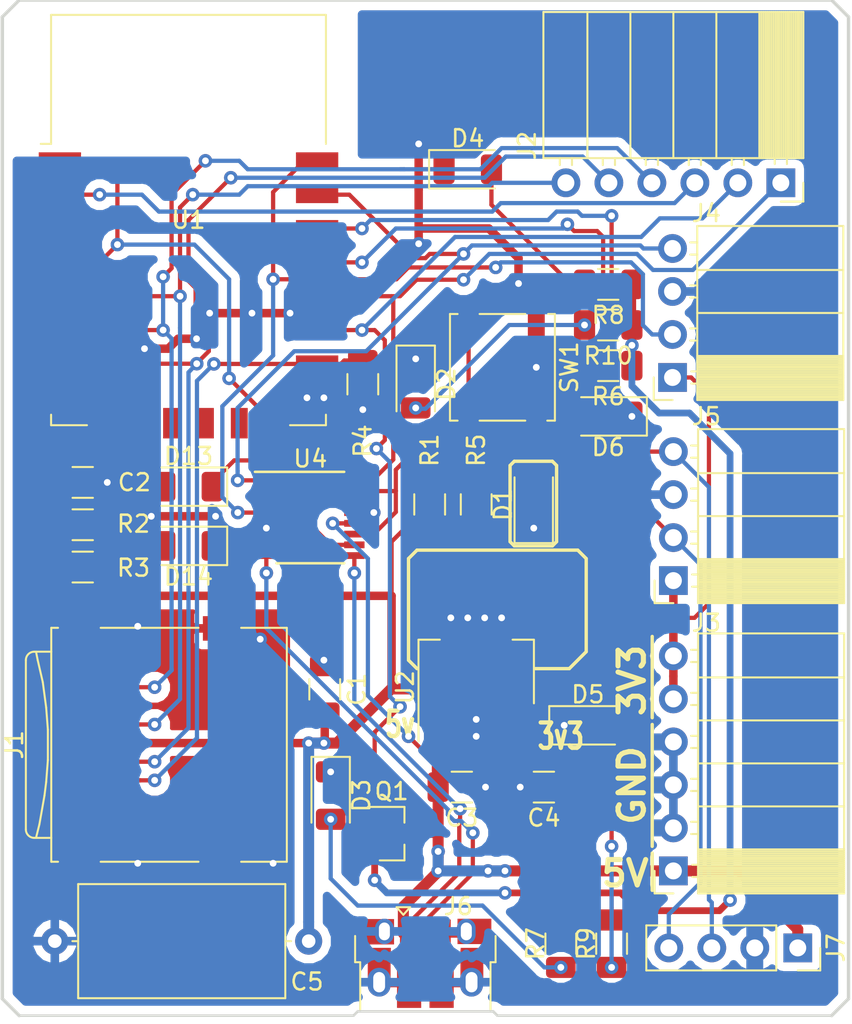
<source format=kicad_pcb>
(kicad_pcb (version 20171130) (host pcbnew "(5.0.2)-1")

  (general
    (thickness 1.6)
    (drawings 42)
    (tracks 505)
    (zones 0)
    (modules 35)
    (nets 40)
  )

  (page A4)
  (layers
    (0 F.Cu signal)
    (31 B.Cu signal)
    (32 B.Adhes user hide)
    (33 F.Adhes user hide)
    (34 B.Paste user hide)
    (35 F.Paste user hide)
    (36 B.SilkS user hide)
    (37 F.SilkS user)
    (38 B.Mask user hide)
    (39 F.Mask user hide)
    (40 Dwgs.User user hide)
    (41 Cmts.User user hide)
    (42 Eco1.User user hide)
    (43 Eco2.User user hide)
    (44 Edge.Cuts user hide)
    (45 Margin user hide)
    (46 B.CrtYd user hide)
    (47 F.CrtYd user hide)
    (48 B.Fab user hide)
    (49 F.Fab user hide)
  )

  (setup
    (last_trace_width 0.25)
    (trace_clearance 0.2)
    (zone_clearance 0.508)
    (zone_45_only no)
    (trace_min 0.2)
    (segment_width 0.2)
    (edge_width 0.15)
    (via_size 0.8)
    (via_drill 0.4)
    (via_min_size 0.4)
    (via_min_drill 0.3)
    (uvia_size 0.3)
    (uvia_drill 0.1)
    (uvias_allowed no)
    (uvia_min_size 0.2)
    (uvia_min_drill 0.1)
    (pcb_text_width 0.3)
    (pcb_text_size 1.5 1.5)
    (mod_edge_width 0.15)
    (mod_text_size 1 1)
    (mod_text_width 0.15)
    (pad_size 1.524 1.524)
    (pad_drill 0.762)
    (pad_to_mask_clearance 0.051)
    (solder_mask_min_width 0.25)
    (aux_axis_origin 0 0)
    (visible_elements 7FFFF7FF)
    (pcbplotparams
      (layerselection 0x010fc_ffffffff)
      (usegerberextensions false)
      (usegerberattributes false)
      (usegerberadvancedattributes false)
      (creategerberjobfile false)
      (excludeedgelayer true)
      (linewidth 0.100000)
      (plotframeref false)
      (viasonmask false)
      (mode 1)
      (useauxorigin false)
      (hpglpennumber 1)
      (hpglpenspeed 20)
      (hpglpendiameter 15.000000)
      (psnegative false)
      (psa4output false)
      (plotreference true)
      (plotvalue true)
      (plotinvisibletext false)
      (padsonsilk false)
      (subtractmaskfromsilk false)
      (outputformat 1)
      (mirror false)
      (drillshape 0)
      (scaleselection 1)
      (outputdirectory "../espv2/"))
  )

  (net 0 "")
  (net 1 +3V3)
  (net 2 adc)
  (net 3 io16)
  (net 4 sd_clk)
  (net 5 sd_miso)
  (net 6 sd_mosi)
  (net 7 "Net-(U1-Pad9)")
  (net 8 "Net-(U1-Pad10)")
  (net 9 "Net-(U1-Pad11)")
  (net 10 "Net-(U1-Pad12)")
  (net 11 "Net-(U1-Pad13)")
  (net 12 "Net-(U1-Pad14)")
  (net 13 GND)
  (net 14 sd_cs)
  (net 15 io_2)
  (net 16 io_0)
  (net 17 io_4)
  (net 18 io_5)
  (net 19 io_3)
  (net 20 io_1)
  (net 21 +5V)
  (net 22 "Net-(J6-Pad4)")
  (net 23 "Net-(J1-Pad8)")
  (net 24 "Net-(J1-Pad1)")
  (net 25 "Net-(D14-Pad2)")
  (net 26 "Net-(D13-Pad2)")
  (net 27 "Net-(U4-Pad2)")
  (net 28 "Net-(U4-Pad10)")
  (net 29 "Net-(D14-Pad1)")
  (net 30 d+)
  (net 31 d-)
  (net 32 "Net-(D13-Pad1)")
  (net 33 "Net-(D1-Pad2)")
  (net 34 "Net-(D2-Pad2)")
  (net 35 "Net-(Q1-Pad2)")
  (net 36 "Net-(D6-Pad2)")
  (net 37 "Net-(D3-Pad2)")
  (net 38 "Net-(D4-Pad2)")
  (net 39 "Net-(D5-Pad2)")

  (net_class Default "Dies ist die voreingestellte Netzklasse."
    (clearance 0.2)
    (trace_width 0.25)
    (via_dia 0.8)
    (via_drill 0.4)
    (uvia_dia 0.3)
    (uvia_drill 0.1)
    (add_net +3V3)
    (add_net +5V)
    (add_net GND)
    (add_net "Net-(D1-Pad2)")
    (add_net "Net-(D13-Pad1)")
    (add_net "Net-(D13-Pad2)")
    (add_net "Net-(D14-Pad1)")
    (add_net "Net-(D14-Pad2)")
    (add_net "Net-(D2-Pad2)")
    (add_net "Net-(D3-Pad2)")
    (add_net "Net-(D4-Pad2)")
    (add_net "Net-(D5-Pad2)")
    (add_net "Net-(D6-Pad2)")
    (add_net "Net-(J1-Pad1)")
    (add_net "Net-(J1-Pad8)")
    (add_net "Net-(J6-Pad4)")
    (add_net "Net-(Q1-Pad2)")
    (add_net "Net-(U1-Pad10)")
    (add_net "Net-(U1-Pad11)")
    (add_net "Net-(U1-Pad12)")
    (add_net "Net-(U1-Pad13)")
    (add_net "Net-(U1-Pad14)")
    (add_net "Net-(U1-Pad9)")
    (add_net "Net-(U4-Pad10)")
    (add_net "Net-(U4-Pad2)")
    (add_net adc)
    (add_net d+)
    (add_net d-)
    (add_net io16)
    (add_net io_0)
    (add_net io_1)
    (add_net io_2)
    (add_net io_3)
    (add_net io_4)
    (add_net io_5)
    (add_net sd_clk)
    (add_net sd_cs)
    (add_net sd_miso)
    (add_net sd_mosi)
  )

  (module LED_SMD:LED_1206_3216Metric (layer F.Cu) (tedit 5B301BBE) (tstamp 5CAD8F1B)
    (at 130.425 62.7 270)
    (descr "LED SMD 1206 (3216 Metric), square (rectangular) end terminal, IPC_7351 nominal, (Body size source: http://www.tortai-tech.com/upload/download/2011102023233369053.pdf), generated with kicad-footprint-generator")
    (tags diode)
    (path /5CA0D3AA)
    (attr smd)
    (fp_text reference D2 (at 0 -1.82 270) (layer F.SilkS)
      (effects (font (size 1 1) (thickness 0.15)))
    )
    (fp_text value LED (at 0 1.82 270) (layer F.Fab)
      (effects (font (size 1 1) (thickness 0.15)))
    )
    (fp_line (start 1.6 -0.8) (end -1.2 -0.8) (layer F.Fab) (width 0.1))
    (fp_line (start -1.2 -0.8) (end -1.6 -0.4) (layer F.Fab) (width 0.1))
    (fp_line (start -1.6 -0.4) (end -1.6 0.8) (layer F.Fab) (width 0.1))
    (fp_line (start -1.6 0.8) (end 1.6 0.8) (layer F.Fab) (width 0.1))
    (fp_line (start 1.6 0.8) (end 1.6 -0.8) (layer F.Fab) (width 0.1))
    (fp_line (start 1.6 -1.135) (end -2.285 -1.135) (layer F.SilkS) (width 0.12))
    (fp_line (start -2.285 -1.135) (end -2.285 1.135) (layer F.SilkS) (width 0.12))
    (fp_line (start -2.285 1.135) (end 1.6 1.135) (layer F.SilkS) (width 0.12))
    (fp_line (start -2.28 1.12) (end -2.28 -1.12) (layer F.CrtYd) (width 0.05))
    (fp_line (start -2.28 -1.12) (end 2.28 -1.12) (layer F.CrtYd) (width 0.05))
    (fp_line (start 2.28 -1.12) (end 2.28 1.12) (layer F.CrtYd) (width 0.05))
    (fp_line (start 2.28 1.12) (end -2.28 1.12) (layer F.CrtYd) (width 0.05))
    (fp_text user %R (at 0 0 270) (layer F.Fab)
      (effects (font (size 0.8 0.8) (thickness 0.12)))
    )
    (pad 1 smd roundrect (at -1.4 0 270) (size 1.25 1.75) (layers F.Cu F.Paste F.Mask) (roundrect_rratio 0.2)
      (net 13 GND))
    (pad 2 smd roundrect (at 1.4 0 270) (size 1.25 1.75) (layers F.Cu F.Paste F.Mask) (roundrect_rratio 0.2)
      (net 34 "Net-(D2-Pad2)"))
    (model ${KISYS3DMOD}/LED_SMD.3dshapes/LED_1206_3216Metric.wrl
      (at (xyz 0 0 0))
      (scale (xyz 1 1 1))
      (rotate (xyz 0 0 0))
    )
  )

  (module LED_SMD:LED_1206_3216Metric (layer F.Cu) (tedit 5B301BBE) (tstamp 5CAD8F09)
    (at 125.4 87 270)
    (descr "LED SMD 1206 (3216 Metric), square (rectangular) end terminal, IPC_7351 nominal, (Body size source: http://www.tortai-tech.com/upload/download/2011102023233369053.pdf), generated with kicad-footprint-generator")
    (tags diode)
    (path /5CA0E799)
    (attr smd)
    (fp_text reference D3 (at 0 -1.82 270) (layer F.SilkS)
      (effects (font (size 1 1) (thickness 0.15)))
    )
    (fp_text value LED (at 0 1.82 270) (layer F.Fab)
      (effects (font (size 1 1) (thickness 0.15)))
    )
    (fp_text user %R (at 0 0 270) (layer F.Fab)
      (effects (font (size 0.8 0.8) (thickness 0.12)))
    )
    (fp_line (start 2.28 1.12) (end -2.28 1.12) (layer F.CrtYd) (width 0.05))
    (fp_line (start 2.28 -1.12) (end 2.28 1.12) (layer F.CrtYd) (width 0.05))
    (fp_line (start -2.28 -1.12) (end 2.28 -1.12) (layer F.CrtYd) (width 0.05))
    (fp_line (start -2.28 1.12) (end -2.28 -1.12) (layer F.CrtYd) (width 0.05))
    (fp_line (start -2.285 1.135) (end 1.6 1.135) (layer F.SilkS) (width 0.12))
    (fp_line (start -2.285 -1.135) (end -2.285 1.135) (layer F.SilkS) (width 0.12))
    (fp_line (start 1.6 -1.135) (end -2.285 -1.135) (layer F.SilkS) (width 0.12))
    (fp_line (start 1.6 0.8) (end 1.6 -0.8) (layer F.Fab) (width 0.1))
    (fp_line (start -1.6 0.8) (end 1.6 0.8) (layer F.Fab) (width 0.1))
    (fp_line (start -1.6 -0.4) (end -1.6 0.8) (layer F.Fab) (width 0.1))
    (fp_line (start -1.2 -0.8) (end -1.6 -0.4) (layer F.Fab) (width 0.1))
    (fp_line (start 1.6 -0.8) (end -1.2 -0.8) (layer F.Fab) (width 0.1))
    (pad 2 smd roundrect (at 1.4 0 270) (size 1.25 1.75) (layers F.Cu F.Paste F.Mask) (roundrect_rratio 0.2)
      (net 37 "Net-(D3-Pad2)"))
    (pad 1 smd roundrect (at -1.4 0 270) (size 1.25 1.75) (layers F.Cu F.Paste F.Mask) (roundrect_rratio 0.2)
      (net 13 GND))
    (model ${KISYS3DMOD}/LED_SMD.3dshapes/LED_1206_3216Metric.wrl
      (at (xyz 0 0 0))
      (scale (xyz 1 1 1))
      (rotate (xyz 0 0 0))
    )
  )

  (module LED_SMD:LED_1206_3216Metric (layer F.Cu) (tedit 5CA0DB76) (tstamp 5CAD952F)
    (at 140.6 82.85)
    (descr "LED SMD 1206 (3216 Metric), square (rectangular) end terminal, IPC_7351 nominal, (Body size source: http://www.tortai-tech.com/upload/download/2011102023233369053.pdf), generated with kicad-footprint-generator")
    (tags diode)
    (path /5CA0E86F)
    (attr smd)
    (fp_text reference D5 (at 0 -1.82) (layer F.SilkS)
      (effects (font (size 1 1) (thickness 0.15)))
    )
    (fp_text value LED (at 0 1.82) (layer F.Fab)
      (effects (font (size 1 1) (thickness 0.15)))
    )
    (fp_line (start 1.6 -0.8) (end -1.2 -0.8) (layer F.Fab) (width 0.1))
    (fp_line (start -1.2 -0.8) (end -1.6 -0.4) (layer F.Fab) (width 0.1))
    (fp_line (start -1.6 -0.4) (end -1.6 0.8) (layer F.Fab) (width 0.1))
    (fp_line (start -1.6 0.8) (end 1.6 0.8) (layer F.Fab) (width 0.1))
    (fp_line (start 1.6 0.8) (end 1.6 -0.8) (layer F.Fab) (width 0.1))
    (fp_line (start 1.6 -1.135) (end -2.285 -1.135) (layer F.SilkS) (width 0.12))
    (fp_line (start -2.285 -1.135) (end -2.285 1.135) (layer F.SilkS) (width 0.12))
    (fp_line (start -2.285 1.135) (end 1.6 1.135) (layer F.SilkS) (width 0.12))
    (fp_line (start -2.28 1.12) (end -2.28 -1.12) (layer F.CrtYd) (width 0.05))
    (fp_line (start -2.28 -1.12) (end 2.28 -1.12) (layer F.CrtYd) (width 0.05))
    (fp_line (start 2.28 -1.12) (end 2.28 1.12) (layer F.CrtYd) (width 0.05))
    (fp_line (start 2.28 1.12) (end -2.28 1.12) (layer F.CrtYd) (width 0.05))
    (fp_text user %R (at 0 0) (layer F.Fab)
      (effects (font (size 0.8 0.8) (thickness 0.12)))
    )
    (pad 1 smd roundrect (at -1.4 0) (size 1.25 1.75) (layers F.Cu F.Paste F.Mask) (roundrect_rratio 0.2)
      (net 13 GND))
    (pad 2 smd roundrect (at 1.4 0) (size 1.25 1.75) (layers F.Cu F.Paste F.Mask) (roundrect_rratio 0.2)
      (net 39 "Net-(D5-Pad2)"))
    (model ${KISYS3DMOD}/LED_SMD.3dshapes/LED_1206_3216Metric.wrl
      (at (xyz 0 0 0))
      (scale (xyz 1 1 1))
      (rotate (xyz 0 0 0))
    )
  )

  (module LED_SMD:LED_1206_3216Metric (layer F.Cu) (tedit 5B301BBE) (tstamp 5CAD8E9D)
    (at 141.8 64.6 180)
    (descr "LED SMD 1206 (3216 Metric), square (rectangular) end terminal, IPC_7351 nominal, (Body size source: http://www.tortai-tech.com/upload/download/2011102023233369053.pdf), generated with kicad-footprint-generator")
    (tags diode)
    (path /5CA0E8C2)
    (attr smd)
    (fp_text reference D6 (at 0 -1.82 180) (layer F.SilkS)
      (effects (font (size 1 1) (thickness 0.15)))
    )
    (fp_text value LED (at 0 1.82 180) (layer F.Fab)
      (effects (font (size 1 1) (thickness 0.15)))
    )
    (fp_text user %R (at 0 0 180) (layer F.Fab)
      (effects (font (size 0.8 0.8) (thickness 0.12)))
    )
    (fp_line (start 2.28 1.12) (end -2.28 1.12) (layer F.CrtYd) (width 0.05))
    (fp_line (start 2.28 -1.12) (end 2.28 1.12) (layer F.CrtYd) (width 0.05))
    (fp_line (start -2.28 -1.12) (end 2.28 -1.12) (layer F.CrtYd) (width 0.05))
    (fp_line (start -2.28 1.12) (end -2.28 -1.12) (layer F.CrtYd) (width 0.05))
    (fp_line (start -2.285 1.135) (end 1.6 1.135) (layer F.SilkS) (width 0.12))
    (fp_line (start -2.285 -1.135) (end -2.285 1.135) (layer F.SilkS) (width 0.12))
    (fp_line (start 1.6 -1.135) (end -2.285 -1.135) (layer F.SilkS) (width 0.12))
    (fp_line (start 1.6 0.8) (end 1.6 -0.8) (layer F.Fab) (width 0.1))
    (fp_line (start -1.6 0.8) (end 1.6 0.8) (layer F.Fab) (width 0.1))
    (fp_line (start -1.6 -0.4) (end -1.6 0.8) (layer F.Fab) (width 0.1))
    (fp_line (start -1.2 -0.8) (end -1.6 -0.4) (layer F.Fab) (width 0.1))
    (fp_line (start 1.6 -0.8) (end -1.2 -0.8) (layer F.Fab) (width 0.1))
    (pad 2 smd roundrect (at 1.4 0 180) (size 1.25 1.75) (layers F.Cu F.Paste F.Mask) (roundrect_rratio 0.2)
      (net 36 "Net-(D6-Pad2)"))
    (pad 1 smd roundrect (at -1.4 0 180) (size 1.25 1.75) (layers F.Cu F.Paste F.Mask) (roundrect_rratio 0.2)
      (net 13 GND))
    (model ${KISYS3DMOD}/LED_SMD.3dshapes/LED_1206_3216Metric.wrl
      (at (xyz 0 0 0))
      (scale (xyz 1 1 1))
      (rotate (xyz 0 0 0))
    )
  )

  (module LED_SMD:LED_1206_3216Metric (layer F.Cu) (tedit 5B301BBE) (tstamp 5CAD8E8B)
    (at 133.5 50)
    (descr "LED SMD 1206 (3216 Metric), square (rectangular) end terminal, IPC_7351 nominal, (Body size source: http://www.tortai-tech.com/upload/download/2011102023233369053.pdf), generated with kicad-footprint-generator")
    (tags diode)
    (path /5CA0E822)
    (attr smd)
    (fp_text reference D4 (at 0 -1.82) (layer F.SilkS)
      (effects (font (size 1 1) (thickness 0.15)))
    )
    (fp_text value LED (at 0 1.82) (layer F.Fab)
      (effects (font (size 1 1) (thickness 0.15)))
    )
    (fp_line (start 1.6 -0.8) (end -1.2 -0.8) (layer F.Fab) (width 0.1))
    (fp_line (start -1.2 -0.8) (end -1.6 -0.4) (layer F.Fab) (width 0.1))
    (fp_line (start -1.6 -0.4) (end -1.6 0.8) (layer F.Fab) (width 0.1))
    (fp_line (start -1.6 0.8) (end 1.6 0.8) (layer F.Fab) (width 0.1))
    (fp_line (start 1.6 0.8) (end 1.6 -0.8) (layer F.Fab) (width 0.1))
    (fp_line (start 1.6 -1.135) (end -2.285 -1.135) (layer F.SilkS) (width 0.12))
    (fp_line (start -2.285 -1.135) (end -2.285 1.135) (layer F.SilkS) (width 0.12))
    (fp_line (start -2.285 1.135) (end 1.6 1.135) (layer F.SilkS) (width 0.12))
    (fp_line (start -2.28 1.12) (end -2.28 -1.12) (layer F.CrtYd) (width 0.05))
    (fp_line (start -2.28 -1.12) (end 2.28 -1.12) (layer F.CrtYd) (width 0.05))
    (fp_line (start 2.28 -1.12) (end 2.28 1.12) (layer F.CrtYd) (width 0.05))
    (fp_line (start 2.28 1.12) (end -2.28 1.12) (layer F.CrtYd) (width 0.05))
    (fp_text user %R (at 0 0) (layer F.Fab)
      (effects (font (size 0.8 0.8) (thickness 0.12)))
    )
    (pad 1 smd roundrect (at -1.4 0) (size 1.25 1.75) (layers F.Cu F.Paste F.Mask) (roundrect_rratio 0.2)
      (net 13 GND))
    (pad 2 smd roundrect (at 1.4 0) (size 1.25 1.75) (layers F.Cu F.Paste F.Mask) (roundrect_rratio 0.2)
      (net 38 "Net-(D4-Pad2)"))
    (model ${KISYS3DMOD}/LED_SMD.3dshapes/LED_1206_3216Metric.wrl
      (at (xyz 0 0 0))
      (scale (xyz 1 1 1))
      (rotate (xyz 0 0 0))
    )
  )

  (module Package_TO_SOT_SMD:SOT-23 (layer F.Cu) (tedit 5A02FF57) (tstamp 5CAD7551)
    (at 129 89.25)
    (descr "SOT-23, Standard")
    (tags SOT-23)
    (path /5CA49680)
    (attr smd)
    (fp_text reference Q1 (at 0 -2.5) (layer F.SilkS)
      (effects (font (size 1 1) (thickness 0.15)))
    )
    (fp_text value Q_NPN_BEC (at 0 2.5) (layer F.Fab)
      (effects (font (size 1 1) (thickness 0.15)))
    )
    (fp_text user %R (at 0 0 90) (layer F.Fab)
      (effects (font (size 0.5 0.5) (thickness 0.075)))
    )
    (fp_line (start -0.7 -0.95) (end -0.7 1.5) (layer F.Fab) (width 0.1))
    (fp_line (start -0.15 -1.52) (end 0.7 -1.52) (layer F.Fab) (width 0.1))
    (fp_line (start -0.7 -0.95) (end -0.15 -1.52) (layer F.Fab) (width 0.1))
    (fp_line (start 0.7 -1.52) (end 0.7 1.52) (layer F.Fab) (width 0.1))
    (fp_line (start -0.7 1.52) (end 0.7 1.52) (layer F.Fab) (width 0.1))
    (fp_line (start 0.76 1.58) (end 0.76 0.65) (layer F.SilkS) (width 0.12))
    (fp_line (start 0.76 -1.58) (end 0.76 -0.65) (layer F.SilkS) (width 0.12))
    (fp_line (start -1.7 -1.75) (end 1.7 -1.75) (layer F.CrtYd) (width 0.05))
    (fp_line (start 1.7 -1.75) (end 1.7 1.75) (layer F.CrtYd) (width 0.05))
    (fp_line (start 1.7 1.75) (end -1.7 1.75) (layer F.CrtYd) (width 0.05))
    (fp_line (start -1.7 1.75) (end -1.7 -1.75) (layer F.CrtYd) (width 0.05))
    (fp_line (start 0.76 -1.58) (end -1.4 -1.58) (layer F.SilkS) (width 0.12))
    (fp_line (start 0.76 1.58) (end -0.7 1.58) (layer F.SilkS) (width 0.12))
    (pad 1 smd rect (at -1 -0.95) (size 0.9 0.8) (layers F.Cu F.Paste F.Mask)
      (net 15 io_2))
    (pad 2 smd rect (at -1 0.95) (size 0.9 0.8) (layers F.Cu F.Paste F.Mask)
      (net 35 "Net-(Q1-Pad2)"))
    (pad 3 smd rect (at 1 0) (size 0.9 0.8) (layers F.Cu F.Paste F.Mask)
      (net 21 +5V))
    (model ${KISYS3DMOD}/Package_TO_SOT_SMD.3dshapes/SOT-23.wrl
      (at (xyz 0 0 0))
      (scale (xyz 1 1 1))
      (rotate (xyz 0 0 0))
    )
  )

  (module Resistor_SMD:R_1206_3216Metric (layer F.Cu) (tedit 5B301BBD) (tstamp 5CAD74C8)
    (at 141.8 61.6 180)
    (descr "Resistor SMD 1206 (3216 Metric), square (rectangular) end terminal, IPC_7351 nominal, (Body size source: http://www.tortai-tech.com/upload/download/2011102023233369053.pdf), generated with kicad-footprint-generator")
    (tags resistor)
    (path /5CA18945)
    (attr smd)
    (fp_text reference R6 (at 0 -1.82 180) (layer F.SilkS)
      (effects (font (size 1 1) (thickness 0.15)))
    )
    (fp_text value R (at 0 1.82 180) (layer F.Fab)
      (effects (font (size 1 1) (thickness 0.15)))
    )
    (fp_line (start -1.6 0.8) (end -1.6 -0.8) (layer F.Fab) (width 0.1))
    (fp_line (start -1.6 -0.8) (end 1.6 -0.8) (layer F.Fab) (width 0.1))
    (fp_line (start 1.6 -0.8) (end 1.6 0.8) (layer F.Fab) (width 0.1))
    (fp_line (start 1.6 0.8) (end -1.6 0.8) (layer F.Fab) (width 0.1))
    (fp_line (start -0.602064 -0.91) (end 0.602064 -0.91) (layer F.SilkS) (width 0.12))
    (fp_line (start -0.602064 0.91) (end 0.602064 0.91) (layer F.SilkS) (width 0.12))
    (fp_line (start -2.28 1.12) (end -2.28 -1.12) (layer F.CrtYd) (width 0.05))
    (fp_line (start -2.28 -1.12) (end 2.28 -1.12) (layer F.CrtYd) (width 0.05))
    (fp_line (start 2.28 -1.12) (end 2.28 1.12) (layer F.CrtYd) (width 0.05))
    (fp_line (start 2.28 1.12) (end -2.28 1.12) (layer F.CrtYd) (width 0.05))
    (fp_text user %R (at 0 0 180) (layer F.Fab)
      (effects (font (size 0.8 0.8) (thickness 0.12)))
    )
    (pad 1 smd roundrect (at -1.4 0 180) (size 1.25 1.75) (layers F.Cu F.Paste F.Mask) (roundrect_rratio 0.2)
      (net 35 "Net-(Q1-Pad2)"))
    (pad 2 smd roundrect (at 1.4 0 180) (size 1.25 1.75) (layers F.Cu F.Paste F.Mask) (roundrect_rratio 0.2)
      (net 36 "Net-(D6-Pad2)"))
    (model ${KISYS3DMOD}/Resistor_SMD.3dshapes/R_1206_3216Metric.wrl
      (at (xyz 0 0 0))
      (scale (xyz 1 1 1))
      (rotate (xyz 0 0 0))
    )
  )

  (module Resistor_SMD:R_1206_3216Metric (layer F.Cu) (tedit 5B301BBD) (tstamp 5CA4BB7D)
    (at 142 95.75 270)
    (descr "Resistor SMD 1206 (3216 Metric), square (rectangular) end terminal, IPC_7351 nominal, (Body size source: http://www.tortai-tech.com/upload/download/2011102023233369053.pdf), generated with kicad-footprint-generator")
    (tags resistor)
    (path /5CA18B11)
    (attr smd)
    (fp_text reference R9 (at 0 1.5 270) (layer F.SilkS)
      (effects (font (size 1 1) (thickness 0.15)))
    )
    (fp_text value R (at 0 1.82 270) (layer F.Fab)
      (effects (font (size 1 1) (thickness 0.15)))
    )
    (fp_text user %R (at 0 0 270) (layer F.Fab)
      (effects (font (size 0.8 0.8) (thickness 0.12)))
    )
    (fp_line (start 2.28 1.12) (end -2.28 1.12) (layer F.CrtYd) (width 0.05))
    (fp_line (start 2.28 -1.12) (end 2.28 1.12) (layer F.CrtYd) (width 0.05))
    (fp_line (start -2.28 -1.12) (end 2.28 -1.12) (layer F.CrtYd) (width 0.05))
    (fp_line (start -2.28 1.12) (end -2.28 -1.12) (layer F.CrtYd) (width 0.05))
    (fp_line (start -0.602064 0.91) (end 0.602064 0.91) (layer F.SilkS) (width 0.12))
    (fp_line (start -0.602064 -0.91) (end 0.602064 -0.91) (layer F.SilkS) (width 0.12))
    (fp_line (start 1.6 0.8) (end -1.6 0.8) (layer F.Fab) (width 0.1))
    (fp_line (start 1.6 -0.8) (end 1.6 0.8) (layer F.Fab) (width 0.1))
    (fp_line (start -1.6 -0.8) (end 1.6 -0.8) (layer F.Fab) (width 0.1))
    (fp_line (start -1.6 0.8) (end -1.6 -0.8) (layer F.Fab) (width 0.1))
    (pad 2 smd roundrect (at 1.4 0 270) (size 1.25 1.75) (layers F.Cu F.Paste F.Mask) (roundrect_rratio 0.2)
      (net 39 "Net-(D5-Pad2)"))
    (pad 1 smd roundrect (at -1.4 0 270) (size 1.25 1.75) (layers F.Cu F.Paste F.Mask) (roundrect_rratio 0.2)
      (net 35 "Net-(Q1-Pad2)"))
    (model ${KISYS3DMOD}/Resistor_SMD.3dshapes/R_1206_3216Metric.wrl
      (at (xyz 0 0 0))
      (scale (xyz 1 1 1))
      (rotate (xyz 0 0 0))
    )
  )

  (module Resistor_SMD:R_1206_3216Metric (layer F.Cu) (tedit 5B301BBD) (tstamp 5CAD74A6)
    (at 141.8 59.2 180)
    (descr "Resistor SMD 1206 (3216 Metric), square (rectangular) end terminal, IPC_7351 nominal, (Body size source: http://www.tortai-tech.com/upload/download/2011102023233369053.pdf), generated with kicad-footprint-generator")
    (tags resistor)
    (path /5CA18B68)
    (attr smd)
    (fp_text reference R10 (at 0 -1.82 180) (layer F.SilkS)
      (effects (font (size 1 1) (thickness 0.15)))
    )
    (fp_text value R (at 0 1.82 180) (layer F.Fab)
      (effects (font (size 1 1) (thickness 0.15)))
    )
    (fp_line (start -1.6 0.8) (end -1.6 -0.8) (layer F.Fab) (width 0.1))
    (fp_line (start -1.6 -0.8) (end 1.6 -0.8) (layer F.Fab) (width 0.1))
    (fp_line (start 1.6 -0.8) (end 1.6 0.8) (layer F.Fab) (width 0.1))
    (fp_line (start 1.6 0.8) (end -1.6 0.8) (layer F.Fab) (width 0.1))
    (fp_line (start -0.602064 -0.91) (end 0.602064 -0.91) (layer F.SilkS) (width 0.12))
    (fp_line (start -0.602064 0.91) (end 0.602064 0.91) (layer F.SilkS) (width 0.12))
    (fp_line (start -2.28 1.12) (end -2.28 -1.12) (layer F.CrtYd) (width 0.05))
    (fp_line (start -2.28 -1.12) (end 2.28 -1.12) (layer F.CrtYd) (width 0.05))
    (fp_line (start 2.28 -1.12) (end 2.28 1.12) (layer F.CrtYd) (width 0.05))
    (fp_line (start 2.28 1.12) (end -2.28 1.12) (layer F.CrtYd) (width 0.05))
    (fp_text user %R (at 0 0 180) (layer F.Fab)
      (effects (font (size 0.8 0.8) (thickness 0.12)))
    )
    (pad 1 smd roundrect (at -1.4 0 180) (size 1.25 1.75) (layers F.Cu F.Paste F.Mask) (roundrect_rratio 0.2)
      (net 35 "Net-(Q1-Pad2)"))
    (pad 2 smd roundrect (at 1.4 0 180) (size 1.25 1.75) (layers F.Cu F.Paste F.Mask) (roundrect_rratio 0.2)
      (net 34 "Net-(D2-Pad2)"))
    (model ${KISYS3DMOD}/Resistor_SMD.3dshapes/R_1206_3216Metric.wrl
      (at (xyz 0 0 0))
      (scale (xyz 1 1 1))
      (rotate (xyz 0 0 0))
    )
  )

  (module Resistor_SMD:R_1206_3216Metric (layer F.Cu) (tedit 5B301BBD) (tstamp 5CAD7495)
    (at 141.8 56.8 180)
    (descr "Resistor SMD 1206 (3216 Metric), square (rectangular) end terminal, IPC_7351 nominal, (Body size source: http://www.tortai-tech.com/upload/download/2011102023233369053.pdf), generated with kicad-footprint-generator")
    (tags resistor)
    (path /5CA18A36)
    (attr smd)
    (fp_text reference R8 (at 0 -1.82 180) (layer F.SilkS)
      (effects (font (size 1 1) (thickness 0.15)))
    )
    (fp_text value R (at 0 1.82 180) (layer F.Fab)
      (effects (font (size 1 1) (thickness 0.15)))
    )
    (fp_text user %R (at 0 0 180) (layer F.Fab)
      (effects (font (size 0.8 0.8) (thickness 0.12)))
    )
    (fp_line (start 2.28 1.12) (end -2.28 1.12) (layer F.CrtYd) (width 0.05))
    (fp_line (start 2.28 -1.12) (end 2.28 1.12) (layer F.CrtYd) (width 0.05))
    (fp_line (start -2.28 -1.12) (end 2.28 -1.12) (layer F.CrtYd) (width 0.05))
    (fp_line (start -2.28 1.12) (end -2.28 -1.12) (layer F.CrtYd) (width 0.05))
    (fp_line (start -0.602064 0.91) (end 0.602064 0.91) (layer F.SilkS) (width 0.12))
    (fp_line (start -0.602064 -0.91) (end 0.602064 -0.91) (layer F.SilkS) (width 0.12))
    (fp_line (start 1.6 0.8) (end -1.6 0.8) (layer F.Fab) (width 0.1))
    (fp_line (start 1.6 -0.8) (end 1.6 0.8) (layer F.Fab) (width 0.1))
    (fp_line (start -1.6 -0.8) (end 1.6 -0.8) (layer F.Fab) (width 0.1))
    (fp_line (start -1.6 0.8) (end -1.6 -0.8) (layer F.Fab) (width 0.1))
    (pad 2 smd roundrect (at 1.4 0 180) (size 1.25 1.75) (layers F.Cu F.Paste F.Mask) (roundrect_rratio 0.2)
      (net 38 "Net-(D4-Pad2)"))
    (pad 1 smd roundrect (at -1.4 0 180) (size 1.25 1.75) (layers F.Cu F.Paste F.Mask) (roundrect_rratio 0.2)
      (net 35 "Net-(Q1-Pad2)"))
    (model ${KISYS3DMOD}/Resistor_SMD.3dshapes/R_1206_3216Metric.wrl
      (at (xyz 0 0 0))
      (scale (xyz 1 1 1))
      (rotate (xyz 0 0 0))
    )
  )

  (module Resistor_SMD:R_1206_3216Metric (layer F.Cu) (tedit 5B301BBD) (tstamp 5CAD7484)
    (at 139 95.75 270)
    (descr "Resistor SMD 1206 (3216 Metric), square (rectangular) end terminal, IPC_7351 nominal, (Body size source: http://www.tortai-tech.com/upload/download/2011102023233369053.pdf), generated with kicad-footprint-generator")
    (tags resistor)
    (path /5CA189CD)
    (attr smd)
    (fp_text reference R7 (at 0 1.5 270) (layer F.SilkS)
      (effects (font (size 1 1) (thickness 0.15)))
    )
    (fp_text value R (at 0 1.82 270) (layer F.Fab)
      (effects (font (size 1 1) (thickness 0.15)))
    )
    (fp_line (start -1.6 0.8) (end -1.6 -0.8) (layer F.Fab) (width 0.1))
    (fp_line (start -1.6 -0.8) (end 1.6 -0.8) (layer F.Fab) (width 0.1))
    (fp_line (start 1.6 -0.8) (end 1.6 0.8) (layer F.Fab) (width 0.1))
    (fp_line (start 1.6 0.8) (end -1.6 0.8) (layer F.Fab) (width 0.1))
    (fp_line (start -0.602064 -0.91) (end 0.602064 -0.91) (layer F.SilkS) (width 0.12))
    (fp_line (start -0.602064 0.91) (end 0.602064 0.91) (layer F.SilkS) (width 0.12))
    (fp_line (start -2.28 1.12) (end -2.28 -1.12) (layer F.CrtYd) (width 0.05))
    (fp_line (start -2.28 -1.12) (end 2.28 -1.12) (layer F.CrtYd) (width 0.05))
    (fp_line (start 2.28 -1.12) (end 2.28 1.12) (layer F.CrtYd) (width 0.05))
    (fp_line (start 2.28 1.12) (end -2.28 1.12) (layer F.CrtYd) (width 0.05))
    (fp_text user %R (at 0 0 270) (layer F.Fab)
      (effects (font (size 0.8 0.8) (thickness 0.12)))
    )
    (pad 1 smd roundrect (at -1.4 0 270) (size 1.25 1.75) (layers F.Cu F.Paste F.Mask) (roundrect_rratio 0.2)
      (net 35 "Net-(Q1-Pad2)"))
    (pad 2 smd roundrect (at 1.4 0 270) (size 1.25 1.75) (layers F.Cu F.Paste F.Mask) (roundrect_rratio 0.2)
      (net 37 "Net-(D3-Pad2)"))
    (model ${KISYS3DMOD}/Resistor_SMD.3dshapes/R_1206_3216Metric.wrl
      (at (xyz 0 0 0))
      (scale (xyz 1 1 1))
      (rotate (xyz 0 0 0))
    )
  )

  (module Capacitor_THT:C_Axial_L12.0mm_D6.5mm_P15.00mm_Horizontal (layer F.Cu) (tedit 5AE50EF0) (tstamp 5CC61DC3)
    (at 124.1 95.6 180)
    (descr "C, Axial series, Axial, Horizontal, pin pitch=15mm, , length*diameter=12*6.5mm^2, http://cdn-reichelt.de/documents/datenblatt/B300/STYROFLEX.pdf")
    (tags "C Axial series Axial Horizontal pin pitch 15mm  length 12mm diameter 6.5mm")
    (path /5C9E4A5C)
    (fp_text reference C5 (at 0.1 -2.4 180) (layer F.SilkS)
      (effects (font (size 1 1) (thickness 0.15)))
    )
    (fp_text value CP (at 7.5 4.37 180) (layer F.Fab)
      (effects (font (size 1 1) (thickness 0.15)))
    )
    (fp_line (start 1.5 -3.25) (end 1.5 3.25) (layer F.Fab) (width 0.1))
    (fp_line (start 1.5 3.25) (end 13.5 3.25) (layer F.Fab) (width 0.1))
    (fp_line (start 13.5 3.25) (end 13.5 -3.25) (layer F.Fab) (width 0.1))
    (fp_line (start 13.5 -3.25) (end 1.5 -3.25) (layer F.Fab) (width 0.1))
    (fp_line (start 0 0) (end 1.5 0) (layer F.Fab) (width 0.1))
    (fp_line (start 15 0) (end 13.5 0) (layer F.Fab) (width 0.1))
    (fp_line (start 1.38 -3.37) (end 1.38 3.37) (layer F.SilkS) (width 0.12))
    (fp_line (start 1.38 3.37) (end 13.62 3.37) (layer F.SilkS) (width 0.12))
    (fp_line (start 13.62 3.37) (end 13.62 -3.37) (layer F.SilkS) (width 0.12))
    (fp_line (start 13.62 -3.37) (end 1.38 -3.37) (layer F.SilkS) (width 0.12))
    (fp_line (start 1.04 0) (end 1.38 0) (layer F.SilkS) (width 0.12))
    (fp_line (start 13.96 0) (end 13.62 0) (layer F.SilkS) (width 0.12))
    (fp_line (start -1.05 -3.5) (end -1.05 3.5) (layer F.CrtYd) (width 0.05))
    (fp_line (start -1.05 3.5) (end 16.05 3.5) (layer F.CrtYd) (width 0.05))
    (fp_line (start 16.05 3.5) (end 16.05 -3.5) (layer F.CrtYd) (width 0.05))
    (fp_line (start 16.05 -3.5) (end -1.05 -3.5) (layer F.CrtYd) (width 0.05))
    (fp_text user %R (at 7.5 0 180) (layer F.Fab)
      (effects (font (size 1 1) (thickness 0.15)))
    )
    (pad 1 thru_hole circle (at 0 0 180) (size 1.6 1.6) (drill 0.8) (layers *.Cu *.Mask)
      (net 1 +3V3))
    (pad 2 thru_hole oval (at 15 0 180) (size 1.6 1.6) (drill 0.8) (layers *.Cu *.Mask)
      (net 13 GND))
    (model ${KISYS3DMOD}/Capacitor_THT.3dshapes/C_Axial_L12.0mm_D6.5mm_P15.00mm_Horizontal.wrl
      (at (xyz 0 0 0))
      (scale (xyz 1 1 1))
      (rotate (xyz 0 0 0))
    )
  )

  (module Connector_PinSocket_2.54mm:PinSocket_1x04_P2.54mm_Vertical (layer F.Cu) (tedit 5A19A429) (tstamp 5CB892B7)
    (at 153 96 270)
    (descr "Through hole straight socket strip, 1x04, 2.54mm pitch, single row (from Kicad 4.0.7), script generated")
    (tags "Through hole socket strip THT 1x04 2.54mm single row")
    (path /5CA05B7E)
    (fp_text reference J7 (at 0 -2.25 270) (layer F.SilkS)
      (effects (font (size 1 1) (thickness 0.15)))
    )
    (fp_text value batt (at 0 10.39 270) (layer F.Fab)
      (effects (font (size 1 1) (thickness 0.15)))
    )
    (fp_text user %R (at 0 3.81) (layer F.Fab)
      (effects (font (size 1 1) (thickness 0.15)))
    )
    (fp_line (start -1.8 9.4) (end -1.8 -1.8) (layer F.CrtYd) (width 0.05))
    (fp_line (start 1.75 9.4) (end -1.8 9.4) (layer F.CrtYd) (width 0.05))
    (fp_line (start 1.75 -1.8) (end 1.75 9.4) (layer F.CrtYd) (width 0.05))
    (fp_line (start -1.8 -1.8) (end 1.75 -1.8) (layer F.CrtYd) (width 0.05))
    (fp_line (start 0 -1.33) (end 1.33 -1.33) (layer F.SilkS) (width 0.12))
    (fp_line (start 1.33 -1.33) (end 1.33 0) (layer F.SilkS) (width 0.12))
    (fp_line (start 1.33 1.27) (end 1.33 8.95) (layer F.SilkS) (width 0.12))
    (fp_line (start -1.33 8.95) (end 1.33 8.95) (layer F.SilkS) (width 0.12))
    (fp_line (start -1.33 1.27) (end -1.33 8.95) (layer F.SilkS) (width 0.12))
    (fp_line (start -1.33 1.27) (end 1.33 1.27) (layer F.SilkS) (width 0.12))
    (fp_line (start -1.27 8.89) (end -1.27 -1.27) (layer F.Fab) (width 0.1))
    (fp_line (start 1.27 8.89) (end -1.27 8.89) (layer F.Fab) (width 0.1))
    (fp_line (start 1.27 -0.635) (end 1.27 8.89) (layer F.Fab) (width 0.1))
    (fp_line (start 0.635 -1.27) (end 1.27 -0.635) (layer F.Fab) (width 0.1))
    (fp_line (start -1.27 -1.27) (end 0.635 -1.27) (layer F.Fab) (width 0.1))
    (pad 4 thru_hole oval (at 0 7.62 270) (size 1.7 1.7) (drill 1) (layers *.Cu *.Mask)
      (net 17 io_4))
    (pad 3 thru_hole oval (at 0 5.08 270) (size 1.7 1.7) (drill 1) (layers *.Cu *.Mask)
      (net 18 io_5))
    (pad 2 thru_hole oval (at 0 2.54 270) (size 1.7 1.7) (drill 1) (layers *.Cu *.Mask)
      (net 13 GND))
    (pad 1 thru_hole rect (at 0 0 270) (size 1.7 1.7) (drill 1) (layers *.Cu *.Mask)
      (net 21 +5V))
    (model ${KISYS3DMOD}/Connector_PinSocket_2.54mm.3dshapes/PinSocket_1x04_P2.54mm_Vertical.wrl
      (at (xyz 0 0 0))
      (scale (xyz 1 1 1))
      (rotate (xyz 0 0 0))
    )
  )

  (module LED_SMD:LED_1206_3216Metric (layer F.Cu) (tedit 5B301BBE) (tstamp 5CB85CB5)
    (at 137.4 69.8 90)
    (descr "LED SMD 1206 (3216 Metric), square (rectangular) end terminal, IPC_7351 nominal, (Body size source: http://www.tortai-tech.com/upload/download/2011102023233369053.pdf), generated with kicad-footprint-generator")
    (tags diode)
    (path /5CA01BAD)
    (attr smd)
    (fp_text reference D1 (at 0 -1.82 90) (layer F.SilkS)
      (effects (font (size 1 1) (thickness 0.15)))
    )
    (fp_text value LED (at 0 1.82 90) (layer F.Fab)
      (effects (font (size 1 1) (thickness 0.15)))
    )
    (fp_line (start 1.6 -0.8) (end -1.2 -0.8) (layer F.Fab) (width 0.1))
    (fp_line (start -1.2 -0.8) (end -1.6 -0.4) (layer F.Fab) (width 0.1))
    (fp_line (start -1.6 -0.4) (end -1.6 0.8) (layer F.Fab) (width 0.1))
    (fp_line (start -1.6 0.8) (end 1.6 0.8) (layer F.Fab) (width 0.1))
    (fp_line (start 1.6 0.8) (end 1.6 -0.8) (layer F.Fab) (width 0.1))
    (fp_line (start 1.6 -1.135) (end -2.285 -1.135) (layer F.SilkS) (width 0.12))
    (fp_line (start -2.285 -1.135) (end -2.285 1.135) (layer F.SilkS) (width 0.12))
    (fp_line (start -2.285 1.135) (end 1.6 1.135) (layer F.SilkS) (width 0.12))
    (fp_line (start -2.28 1.12) (end -2.28 -1.12) (layer F.CrtYd) (width 0.05))
    (fp_line (start -2.28 -1.12) (end 2.28 -1.12) (layer F.CrtYd) (width 0.05))
    (fp_line (start 2.28 -1.12) (end 2.28 1.12) (layer F.CrtYd) (width 0.05))
    (fp_line (start 2.28 1.12) (end -2.28 1.12) (layer F.CrtYd) (width 0.05))
    (fp_text user %R (at 0 0 90) (layer F.Fab)
      (effects (font (size 0.8 0.8) (thickness 0.12)))
    )
    (pad 1 smd roundrect (at -1.4 0 90) (size 1.25 1.75) (layers F.Cu F.Paste F.Mask) (roundrect_rratio 0.2)
      (net 13 GND))
    (pad 2 smd roundrect (at 1.4 0 90) (size 1.25 1.75) (layers F.Cu F.Paste F.Mask) (roundrect_rratio 0.2)
      (net 33 "Net-(D1-Pad2)"))
    (model ${KISYS3DMOD}/LED_SMD.3dshapes/LED_1206_3216Metric.wrl
      (at (xyz 0 0 0))
      (scale (xyz 1 1 1))
      (rotate (xyz 0 0 0))
    )
  )

  (module Resistor_SMD:R_1206_3216Metric (layer F.Cu) (tedit 5B301BBD) (tstamp 5CB85BA6)
    (at 134 69.8 90)
    (descr "Resistor SMD 1206 (3216 Metric), square (rectangular) end terminal, IPC_7351 nominal, (Body size source: http://www.tortai-tech.com/upload/download/2011102023233369053.pdf), generated with kicad-footprint-generator")
    (tags resistor)
    (path /5C9FD272)
    (attr smd)
    (fp_text reference R5 (at 3.2 0 90) (layer F.SilkS)
      (effects (font (size 1 1) (thickness 0.15)))
    )
    (fp_text value R (at 0 1.82 90) (layer F.Fab)
      (effects (font (size 1 1) (thickness 0.15)))
    )
    (fp_line (start -1.6 0.8) (end -1.6 -0.8) (layer F.Fab) (width 0.1))
    (fp_line (start -1.6 -0.8) (end 1.6 -0.8) (layer F.Fab) (width 0.1))
    (fp_line (start 1.6 -0.8) (end 1.6 0.8) (layer F.Fab) (width 0.1))
    (fp_line (start 1.6 0.8) (end -1.6 0.8) (layer F.Fab) (width 0.1))
    (fp_line (start -0.602064 -0.91) (end 0.602064 -0.91) (layer F.SilkS) (width 0.12))
    (fp_line (start -0.602064 0.91) (end 0.602064 0.91) (layer F.SilkS) (width 0.12))
    (fp_line (start -2.28 1.12) (end -2.28 -1.12) (layer F.CrtYd) (width 0.05))
    (fp_line (start -2.28 -1.12) (end 2.28 -1.12) (layer F.CrtYd) (width 0.05))
    (fp_line (start 2.28 -1.12) (end 2.28 1.12) (layer F.CrtYd) (width 0.05))
    (fp_line (start 2.28 1.12) (end -2.28 1.12) (layer F.CrtYd) (width 0.05))
    (fp_text user %R (at 0 0 90) (layer F.Fab)
      (effects (font (size 0.8 0.8) (thickness 0.12)))
    )
    (pad 1 smd roundrect (at -1.4 0 90) (size 1.25 1.75) (layers F.Cu F.Paste F.Mask) (roundrect_rratio 0.2)
      (net 1 +3V3))
    (pad 2 smd roundrect (at 1.4 0 90) (size 1.25 1.75) (layers F.Cu F.Paste F.Mask) (roundrect_rratio 0.2)
      (net 33 "Net-(D1-Pad2)"))
    (model ${KISYS3DMOD}/Resistor_SMD.3dshapes/R_1206_3216Metric.wrl
      (at (xyz 0 0 0))
      (scale (xyz 1 1 1))
      (rotate (xyz 0 0 0))
    )
  )

  (module Connector_USB:USB_Micro-B_Amphenol_10103594-0001LF_Horizontal (layer F.Cu) (tedit 5A1DC0BD) (tstamp 5CAAF435)
    (at 131.02 96.91)
    (descr "Micro USB Type B 10103594-0001LF, http://cdn.amphenol-icc.com/media/wysiwyg/files/drawing/10103594.pdf")
    (tags "USB USB_B USB_micro USB_OTG")
    (path /5C99FBCF)
    (attr smd)
    (fp_text reference J6 (at 1.925 -3.365) (layer F.SilkS)
      (effects (font (size 1 1) (thickness 0.15)))
    )
    (fp_text value USB_B_Micro (at -0.025 4.435) (layer F.Fab)
      (effects (font (size 1 1) (thickness 0.15)))
    )
    (fp_line (start 4.14 3.58) (end -4.13 3.58) (layer F.CrtYd) (width 0.05))
    (fp_line (start 4.14 3.58) (end 4.14 -2.88) (layer F.CrtYd) (width 0.05))
    (fp_line (start -4.13 -2.88) (end -4.13 3.58) (layer F.CrtYd) (width 0.05))
    (fp_line (start -4.13 -2.88) (end 4.14 -2.88) (layer F.CrtYd) (width 0.05))
    (fp_line (start -4.025 2.835) (end 3.975 2.835) (layer Dwgs.User) (width 0.1))
    (fp_line (start -3.775 3.335) (end -3.775 -0.865) (layer F.Fab) (width 0.12))
    (fp_line (start -2.975 -1.615) (end 3.725 -1.615) (layer F.Fab) (width 0.12))
    (fp_line (start 3.725 -1.615) (end 3.725 3.335) (layer F.Fab) (width 0.12))
    (fp_line (start 3.725 3.335) (end -3.775 3.335) (layer F.Fab) (width 0.12))
    (fp_line (start -3.775 -0.865) (end -2.975 -1.615) (layer F.Fab) (width 0.12))
    (fp_line (start -1.325 -2.865) (end -1.725 -3.315) (layer F.SilkS) (width 0.12))
    (fp_line (start -1.725 -3.315) (end -0.925 -3.315) (layer F.SilkS) (width 0.12))
    (fp_line (start -0.925 -3.315) (end -1.325 -2.865) (layer F.SilkS) (width 0.12))
    (fp_line (start 3.825 2.735) (end 3.825 -0.065) (layer F.SilkS) (width 0.12))
    (fp_line (start 3.825 -0.065) (end 4.125 -0.065) (layer F.SilkS) (width 0.12))
    (fp_line (start 4.125 -0.065) (end 4.125 -1.615) (layer F.SilkS) (width 0.12))
    (fp_line (start -3.875 2.735) (end -3.875 -0.065) (layer F.SilkS) (width 0.12))
    (fp_line (start -4.175 -0.065) (end -3.875 -0.065) (layer F.SilkS) (width 0.12))
    (fp_line (start -4.175 -0.065) (end -4.175 -1.615) (layer F.SilkS) (width 0.12))
    (fp_text user %R (at -0.025 -0.015) (layer F.Fab)
      (effects (font (size 1 1) (thickness 0.15)))
    )
    (fp_text user "PCB edge" (at -0.025 2.235) (layer Dwgs.User)
      (effects (font (size 0.5 0.5) (thickness 0.075)))
    )
    (pad 6 smd rect (at 0.935 1.385 90) (size 2.5 1.43) (layers F.Cu F.Paste F.Mask)
      (net 13 GND))
    (pad 6 smd rect (at -0.985 1.385 90) (size 2.5 1.43) (layers F.Cu F.Paste F.Mask)
      (net 13 GND))
    (pad 6 thru_hole oval (at 2.705 1.115 90) (size 1.7 1.35) (drill oval 1.2 0.7) (layers *.Cu *.Mask)
      (net 13 GND))
    (pad 6 thru_hole oval (at -2.755 1.115 90) (size 1.7 1.35) (drill oval 1.2 0.7) (layers *.Cu *.Mask)
      (net 13 GND))
    (pad 6 thru_hole oval (at 2.395 -1.885 90) (size 1.5 1.1) (drill oval 1.05 0.65) (layers *.Cu *.Mask)
      (net 13 GND))
    (pad 6 thru_hole oval (at -2.445 -1.885 90) (size 1.5 1.1) (drill oval 1.05 0.65) (layers *.Cu *.Mask)
      (net 13 GND))
    (pad 5 smd rect (at 1.275 -1.765 90) (size 1.65 0.4) (layers F.Cu F.Paste F.Mask)
      (net 13 GND))
    (pad 4 smd rect (at 0.625 -1.765 90) (size 1.65 0.4) (layers F.Cu F.Paste F.Mask)
      (net 22 "Net-(J6-Pad4)"))
    (pad 3 smd rect (at -0.025 -1.765 90) (size 1.65 0.4) (layers F.Cu F.Paste F.Mask)
      (net 30 d+))
    (pad 2 smd rect (at -0.675 -1.765 90) (size 1.65 0.4) (layers F.Cu F.Paste F.Mask)
      (net 31 d-))
    (pad 1 smd rect (at -1.325 -1.765 90) (size 1.65 0.4) (layers F.Cu F.Paste F.Mask)
      (net 21 +5V))
    (pad 6 smd rect (at 2.875 -1.885) (size 2 1.5) (layers F.Cu F.Paste F.Mask)
      (net 13 GND))
    (pad 6 smd rect (at -2.875 -1.865) (size 2 1.5) (layers F.Cu F.Paste F.Mask)
      (net 13 GND))
    (pad 6 smd rect (at 2.975 -0.565) (size 1.825 0.7) (layers F.Cu F.Paste F.Mask)
      (net 13 GND))
    (pad 6 smd rect (at -2.975 -0.565) (size 1.825 0.7) (layers F.Cu F.Paste F.Mask)
      (net 13 GND))
    (pad 6 smd rect (at -2.755 0.185) (size 1.35 2) (layers F.Cu F.Paste F.Mask)
      (net 13 GND))
    (pad 6 smd rect (at 2.725 0.185) (size 1.35 2) (layers F.Cu F.Paste F.Mask)
      (net 13 GND))
    (model ${KISYS3DMOD}/Connector_USB.3dshapes/USB_Micro-B_Amphenol_10103594-0001LF_Horizontal.wrl
      (at (xyz 0 0 0))
      (scale (xyz 1 1 1))
      (rotate (xyz 0 0 0))
    )
  )

  (module Button_Switch_SMD:SW_SPST_EVPBF (layer F.Cu) (tedit 5C8E9088) (tstamp 5C9D30CD)
    (at 135.55 61.7 90)
    (descr "Light Touch Switch")
    (path /5C99BA3E)
    (attr smd)
    (fp_text reference SW1 (at 0 3.95 90) (layer F.SilkS)
      (effects (font (size 1 1) (thickness 0.15)))
    )
    (fp_text value SW_Push (at 0 4.25 90) (layer F.Fab)
      (effects (font (size 1 1) (thickness 0.15)))
    )
    (fp_line (start -3.15 2.65) (end -3.15 3.1) (layer F.SilkS) (width 0.12))
    (fp_line (start -3.15 3.1) (end 3.15 3.1) (layer F.SilkS) (width 0.12))
    (fp_line (start 3.15 3.1) (end 3.15 2.7) (layer F.SilkS) (width 0.12))
    (fp_line (start -3.15 1.35) (end -3.15 -1.35) (layer F.SilkS) (width 0.12))
    (fp_line (start 3.15 -1.35) (end 3.15 1.35) (layer F.SilkS) (width 0.12))
    (fp_line (start -3.15 -3.1) (end 3.15 -3.1) (layer F.SilkS) (width 0.12))
    (fp_line (start 3.15 -3.1) (end 3.15 -2.65) (layer F.SilkS) (width 0.12))
    (fp_line (start -3.15 -2.65) (end -3.15 -3.1) (layer F.SilkS) (width 0.12))
    (fp_line (start -3 -3) (end 3 -3) (layer F.Fab) (width 0.1))
    (fp_line (start 3 -3) (end 3 3) (layer F.Fab) (width 0.1))
    (fp_line (start 3 3) (end -3 3) (layer F.Fab) (width 0.1))
    (fp_line (start -3 3) (end -3 -3) (layer F.Fab) (width 0.1))
    (fp_text user %R (at 0 -3.9 90) (layer F.Fab)
      (effects (font (size 1 1) (thickness 0.15)))
    )
    (fp_line (start -4.5 -3.25) (end 4.5 -3.25) (layer F.CrtYd) (width 0.05))
    (fp_line (start 4.5 -3.25) (end 4.5 3.25) (layer F.CrtYd) (width 0.05))
    (fp_line (start 4.5 3.25) (end -4.5 3.25) (layer F.CrtYd) (width 0.05))
    (fp_line (start -4.5 3.25) (end -4.5 -3.25) (layer F.CrtYd) (width 0.05))
    (fp_circle (center 0 0) (end 1.7 0) (layer F.Fab) (width 0.1))
    (pad 1 smd rect (at 2.88 -2 90) (size 2.75 1) (layers F.Cu F.Paste F.Mask)
      (net 3 io16))
    (pad 1 smd rect (at -2.88 -2 90) (size 2.75 1) (layers F.Cu F.Paste F.Mask)
      (net 3 io16))
    (pad 2 smd rect (at -2.88 2 90) (size 2.75 1) (layers F.Cu F.Paste F.Mask)
      (net 13 GND))
    (pad 2 smd rect (at 2.88 2 90) (size 2.75 1) (layers F.Cu F.Paste F.Mask)
      (net 13 GND))
    (model ${KISYS3DMOD}/Button_Switch_SMD.3dshapes/SW_SPST_EVPBF.wrl
      (at (xyz 0 0 0))
      (scale (xyz 1 1 1))
      (rotate (xyz 0 0 0))
    )
  )

  (module Connector_PinSocket_2.54mm:PinSocket_1x06_P2.54mm_Horizontal (layer F.Cu) (tedit 5A19A42D) (tstamp 5CAAF45B)
    (at 152 50.8 270)
    (descr "Through hole angled socket strip, 1x06, 2.54mm pitch, 8.51mm socket length, single row (from Kicad 4.0.7), script generated")
    (tags "Through hole angled socket strip THT 1x06 2.54mm single row")
    (path /5C9F428A)
    (fp_text reference J2 (at -2.2 15 270) (layer F.SilkS)
      (effects (font (size 1 1) (thickness 0.15)))
    )
    (fp_text value Conn_01x06 (at -4.38 15.47 270) (layer F.Fab)
      (effects (font (size 1 1) (thickness 0.15)))
    )
    (fp_line (start -10.03 -1.27) (end -2.49 -1.27) (layer F.Fab) (width 0.1))
    (fp_line (start -2.49 -1.27) (end -1.52 -0.3) (layer F.Fab) (width 0.1))
    (fp_line (start -1.52 -0.3) (end -1.52 13.97) (layer F.Fab) (width 0.1))
    (fp_line (start -1.52 13.97) (end -10.03 13.97) (layer F.Fab) (width 0.1))
    (fp_line (start -10.03 13.97) (end -10.03 -1.27) (layer F.Fab) (width 0.1))
    (fp_line (start 0 -0.3) (end -1.52 -0.3) (layer F.Fab) (width 0.1))
    (fp_line (start -1.52 0.3) (end 0 0.3) (layer F.Fab) (width 0.1))
    (fp_line (start 0 0.3) (end 0 -0.3) (layer F.Fab) (width 0.1))
    (fp_line (start 0 2.24) (end -1.52 2.24) (layer F.Fab) (width 0.1))
    (fp_line (start -1.52 2.84) (end 0 2.84) (layer F.Fab) (width 0.1))
    (fp_line (start 0 2.84) (end 0 2.24) (layer F.Fab) (width 0.1))
    (fp_line (start 0 4.78) (end -1.52 4.78) (layer F.Fab) (width 0.1))
    (fp_line (start -1.52 5.38) (end 0 5.38) (layer F.Fab) (width 0.1))
    (fp_line (start 0 5.38) (end 0 4.78) (layer F.Fab) (width 0.1))
    (fp_line (start 0 7.32) (end -1.52 7.32) (layer F.Fab) (width 0.1))
    (fp_line (start -1.52 7.92) (end 0 7.92) (layer F.Fab) (width 0.1))
    (fp_line (start 0 7.92) (end 0 7.32) (layer F.Fab) (width 0.1))
    (fp_line (start 0 9.86) (end -1.52 9.86) (layer F.Fab) (width 0.1))
    (fp_line (start -1.52 10.46) (end 0 10.46) (layer F.Fab) (width 0.1))
    (fp_line (start 0 10.46) (end 0 9.86) (layer F.Fab) (width 0.1))
    (fp_line (start 0 12.4) (end -1.52 12.4) (layer F.Fab) (width 0.1))
    (fp_line (start -1.52 13) (end 0 13) (layer F.Fab) (width 0.1))
    (fp_line (start 0 13) (end 0 12.4) (layer F.Fab) (width 0.1))
    (fp_line (start -10.09 -1.21) (end -1.46 -1.21) (layer F.SilkS) (width 0.12))
    (fp_line (start -10.09 -1.091905) (end -1.46 -1.091905) (layer F.SilkS) (width 0.12))
    (fp_line (start -10.09 -0.97381) (end -1.46 -0.97381) (layer F.SilkS) (width 0.12))
    (fp_line (start -10.09 -0.855715) (end -1.46 -0.855715) (layer F.SilkS) (width 0.12))
    (fp_line (start -10.09 -0.73762) (end -1.46 -0.73762) (layer F.SilkS) (width 0.12))
    (fp_line (start -10.09 -0.619525) (end -1.46 -0.619525) (layer F.SilkS) (width 0.12))
    (fp_line (start -10.09 -0.50143) (end -1.46 -0.50143) (layer F.SilkS) (width 0.12))
    (fp_line (start -10.09 -0.383335) (end -1.46 -0.383335) (layer F.SilkS) (width 0.12))
    (fp_line (start -10.09 -0.26524) (end -1.46 -0.26524) (layer F.SilkS) (width 0.12))
    (fp_line (start -10.09 -0.147145) (end -1.46 -0.147145) (layer F.SilkS) (width 0.12))
    (fp_line (start -10.09 -0.02905) (end -1.46 -0.02905) (layer F.SilkS) (width 0.12))
    (fp_line (start -10.09 0.089045) (end -1.46 0.089045) (layer F.SilkS) (width 0.12))
    (fp_line (start -10.09 0.20714) (end -1.46 0.20714) (layer F.SilkS) (width 0.12))
    (fp_line (start -10.09 0.325235) (end -1.46 0.325235) (layer F.SilkS) (width 0.12))
    (fp_line (start -10.09 0.44333) (end -1.46 0.44333) (layer F.SilkS) (width 0.12))
    (fp_line (start -10.09 0.561425) (end -1.46 0.561425) (layer F.SilkS) (width 0.12))
    (fp_line (start -10.09 0.67952) (end -1.46 0.67952) (layer F.SilkS) (width 0.12))
    (fp_line (start -10.09 0.797615) (end -1.46 0.797615) (layer F.SilkS) (width 0.12))
    (fp_line (start -10.09 0.91571) (end -1.46 0.91571) (layer F.SilkS) (width 0.12))
    (fp_line (start -10.09 1.033805) (end -1.46 1.033805) (layer F.SilkS) (width 0.12))
    (fp_line (start -10.09 1.1519) (end -1.46 1.1519) (layer F.SilkS) (width 0.12))
    (fp_line (start -1.46 -0.36) (end -1.11 -0.36) (layer F.SilkS) (width 0.12))
    (fp_line (start -1.46 0.36) (end -1.11 0.36) (layer F.SilkS) (width 0.12))
    (fp_line (start -1.46 2.18) (end -1.05 2.18) (layer F.SilkS) (width 0.12))
    (fp_line (start -1.46 2.9) (end -1.05 2.9) (layer F.SilkS) (width 0.12))
    (fp_line (start -1.46 4.72) (end -1.05 4.72) (layer F.SilkS) (width 0.12))
    (fp_line (start -1.46 5.44) (end -1.05 5.44) (layer F.SilkS) (width 0.12))
    (fp_line (start -1.46 7.26) (end -1.05 7.26) (layer F.SilkS) (width 0.12))
    (fp_line (start -1.46 7.98) (end -1.05 7.98) (layer F.SilkS) (width 0.12))
    (fp_line (start -1.46 9.8) (end -1.05 9.8) (layer F.SilkS) (width 0.12))
    (fp_line (start -1.46 10.52) (end -1.05 10.52) (layer F.SilkS) (width 0.12))
    (fp_line (start -1.46 12.34) (end -1.05 12.34) (layer F.SilkS) (width 0.12))
    (fp_line (start -1.46 13.06) (end -1.05 13.06) (layer F.SilkS) (width 0.12))
    (fp_line (start -10.09 1.27) (end -1.46 1.27) (layer F.SilkS) (width 0.12))
    (fp_line (start -10.09 3.81) (end -1.46 3.81) (layer F.SilkS) (width 0.12))
    (fp_line (start -10.09 6.35) (end -1.46 6.35) (layer F.SilkS) (width 0.12))
    (fp_line (start -10.09 8.89) (end -1.46 8.89) (layer F.SilkS) (width 0.12))
    (fp_line (start -10.09 11.43) (end -1.46 11.43) (layer F.SilkS) (width 0.12))
    (fp_line (start -10.09 -1.33) (end -1.46 -1.33) (layer F.SilkS) (width 0.12))
    (fp_line (start -1.46 -1.33) (end -1.46 14.03) (layer F.SilkS) (width 0.12))
    (fp_line (start -10.09 14.03) (end -1.46 14.03) (layer F.SilkS) (width 0.12))
    (fp_line (start -10.09 -1.33) (end -10.09 14.03) (layer F.SilkS) (width 0.12))
    (fp_line (start 1.11 -1.33) (end 1.11 0) (layer F.SilkS) (width 0.12))
    (fp_line (start 0 -1.33) (end 1.11 -1.33) (layer F.SilkS) (width 0.12))
    (fp_line (start 1.75 -1.8) (end -10.55 -1.8) (layer F.CrtYd) (width 0.05))
    (fp_line (start -10.55 -1.8) (end -10.55 14.45) (layer F.CrtYd) (width 0.05))
    (fp_line (start -10.55 14.45) (end 1.75 14.45) (layer F.CrtYd) (width 0.05))
    (fp_line (start 1.75 14.45) (end 1.75 -1.8) (layer F.CrtYd) (width 0.05))
    (fp_text user %R (at -5.775 6.35) (layer F.Fab)
      (effects (font (size 1 1) (thickness 0.15)))
    )
    (pad 1 thru_hole rect (at 0 0 270) (size 1.7 1.7) (drill 1) (layers *.Cu *.Mask)
      (net 16 io_0))
    (pad 2 thru_hole oval (at 0 2.54 270) (size 1.7 1.7) (drill 1) (layers *.Cu *.Mask)
      (net 15 io_2))
    (pad 3 thru_hole oval (at 0 5.08 270) (size 1.7 1.7) (drill 1) (layers *.Cu *.Mask)
      (net 2 adc))
    (pad 4 thru_hole oval (at 0 7.62 270) (size 1.7 1.7) (drill 1) (layers *.Cu *.Mask)
      (net 5 sd_miso))
    (pad 5 thru_hole oval (at 0 10.16 270) (size 1.7 1.7) (drill 1) (layers *.Cu *.Mask)
      (net 6 sd_mosi))
    (pad 6 thru_hole oval (at 0 12.7 270) (size 1.7 1.7) (drill 1) (layers *.Cu *.Mask)
      (net 4 sd_clk))
    (model ${KISYS3DMOD}/Connector_PinSocket_2.54mm.3dshapes/PinSocket_1x06_P2.54mm_Horizontal.wrl
      (at (xyz 0 0 0))
      (scale (xyz 1 1 1))
      (rotate (xyz 0 0 0))
    )
  )

  (module Resistor_SMD:R_1206_3216Metric (layer F.Cu) (tedit 5B301BBD) (tstamp 5CA9CE7B)
    (at 127.3 62.7 270)
    (descr "Resistor SMD 1206 (3216 Metric), square (rectangular) end terminal, IPC_7351 nominal, (Body size source: http://www.tortai-tech.com/upload/download/2011102023233369053.pdf), generated with kicad-footprint-generator")
    (tags resistor)
    (path /5C9D96AC)
    (attr smd)
    (fp_text reference R4 (at 3.35 0 270) (layer F.SilkS)
      (effects (font (size 1 1) (thickness 0.15)))
    )
    (fp_text value R (at 0 1.82 270) (layer F.Fab)
      (effects (font (size 1 1) (thickness 0.15)))
    )
    (fp_line (start -1.6 0.8) (end -1.6 -0.8) (layer F.Fab) (width 0.1))
    (fp_line (start -1.6 -0.8) (end 1.6 -0.8) (layer F.Fab) (width 0.1))
    (fp_line (start 1.6 -0.8) (end 1.6 0.8) (layer F.Fab) (width 0.1))
    (fp_line (start 1.6 0.8) (end -1.6 0.8) (layer F.Fab) (width 0.1))
    (fp_line (start -0.602064 -0.91) (end 0.602064 -0.91) (layer F.SilkS) (width 0.12))
    (fp_line (start -0.602064 0.91) (end 0.602064 0.91) (layer F.SilkS) (width 0.12))
    (fp_line (start -2.28 1.12) (end -2.28 -1.12) (layer F.CrtYd) (width 0.05))
    (fp_line (start -2.28 -1.12) (end 2.28 -1.12) (layer F.CrtYd) (width 0.05))
    (fp_line (start 2.28 -1.12) (end 2.28 1.12) (layer F.CrtYd) (width 0.05))
    (fp_line (start 2.28 1.12) (end -2.28 1.12) (layer F.CrtYd) (width 0.05))
    (fp_text user %R (at 0 0 270) (layer F.Fab)
      (effects (font (size 0.8 0.8) (thickness 0.12)))
    )
    (pad 1 smd roundrect (at -1.4 0 270) (size 1.25 1.75) (layers F.Cu F.Paste F.Mask) (roundrect_rratio 0.2)
      (net 14 sd_cs))
    (pad 2 smd roundrect (at 1.4 0 270) (size 1.25 1.75) (layers F.Cu F.Paste F.Mask) (roundrect_rratio 0.2)
      (net 13 GND))
    (model ${KISYS3DMOD}/Resistor_SMD.3dshapes/R_1206_3216Metric.wrl
      (at (xyz 0 0 0))
      (scale (xyz 1 1 1))
      (rotate (xyz 0 0 0))
    )
  )

  (module LED_SMD:LED_1206_3216Metric (layer F.Cu) (tedit 5B301BBE) (tstamp 5CA3252D)
    (at 117 72.25 180)
    (descr "LED SMD 1206 (3216 Metric), square (rectangular) end terminal, IPC_7351 nominal, (Body size source: http://www.tortai-tech.com/upload/download/2011102023233369053.pdf), generated with kicad-footprint-generator")
    (tags diode)
    (path /5CDE15EC)
    (attr smd)
    (fp_text reference D14 (at 0 -1.82 180) (layer F.SilkS)
      (effects (font (size 1 1) (thickness 0.15)))
    )
    (fp_text value LED (at 0 1.82 180) (layer F.Fab)
      (effects (font (size 1 1) (thickness 0.15)))
    )
    (fp_text user %R (at 0 0 180) (layer F.Fab)
      (effects (font (size 0.8 0.8) (thickness 0.12)))
    )
    (fp_line (start 2.28 1.12) (end -2.28 1.12) (layer F.CrtYd) (width 0.05))
    (fp_line (start 2.28 -1.12) (end 2.28 1.12) (layer F.CrtYd) (width 0.05))
    (fp_line (start -2.28 -1.12) (end 2.28 -1.12) (layer F.CrtYd) (width 0.05))
    (fp_line (start -2.28 1.12) (end -2.28 -1.12) (layer F.CrtYd) (width 0.05))
    (fp_line (start -2.285 1.135) (end 1.6 1.135) (layer F.SilkS) (width 0.12))
    (fp_line (start -2.285 -1.135) (end -2.285 1.135) (layer F.SilkS) (width 0.12))
    (fp_line (start 1.6 -1.135) (end -2.285 -1.135) (layer F.SilkS) (width 0.12))
    (fp_line (start 1.6 0.8) (end 1.6 -0.8) (layer F.Fab) (width 0.1))
    (fp_line (start -1.6 0.8) (end 1.6 0.8) (layer F.Fab) (width 0.1))
    (fp_line (start -1.6 -0.4) (end -1.6 0.8) (layer F.Fab) (width 0.1))
    (fp_line (start -1.2 -0.8) (end -1.6 -0.4) (layer F.Fab) (width 0.1))
    (fp_line (start 1.6 -0.8) (end -1.2 -0.8) (layer F.Fab) (width 0.1))
    (pad 2 smd roundrect (at 1.4 0 180) (size 1.25 1.75) (layers F.Cu F.Paste F.Mask) (roundrect_rratio 0.2)
      (net 25 "Net-(D14-Pad2)"))
    (pad 1 smd roundrect (at -1.4 0 180) (size 1.25 1.75) (layers F.Cu F.Paste F.Mask) (roundrect_rratio 0.2)
      (net 29 "Net-(D14-Pad1)"))
    (model ${KISYS3DMOD}/LED_SMD.3dshapes/LED_1206_3216Metric.wrl
      (at (xyz 0 0 0))
      (scale (xyz 1 1 1))
      (rotate (xyz 0 0 0))
    )
  )

  (module LED_SMD:LED_1206_3216Metric (layer F.Cu) (tedit 5B301BBE) (tstamp 5CA324D2)
    (at 117 68.75 180)
    (descr "LED SMD 1206 (3216 Metric), square (rectangular) end terminal, IPC_7351 nominal, (Body size source: http://www.tortai-tech.com/upload/download/2011102023233369053.pdf), generated with kicad-footprint-generator")
    (tags diode)
    (path /5CDE1572)
    (attr smd)
    (fp_text reference D13 (at 0 1.8 180) (layer F.SilkS)
      (effects (font (size 1 1) (thickness 0.15)))
    )
    (fp_text value LED (at 0 1.82 180) (layer F.Fab)
      (effects (font (size 1 1) (thickness 0.15)))
    )
    (fp_line (start 1.6 -0.8) (end -1.2 -0.8) (layer F.Fab) (width 0.1))
    (fp_line (start -1.2 -0.8) (end -1.6 -0.4) (layer F.Fab) (width 0.1))
    (fp_line (start -1.6 -0.4) (end -1.6 0.8) (layer F.Fab) (width 0.1))
    (fp_line (start -1.6 0.8) (end 1.6 0.8) (layer F.Fab) (width 0.1))
    (fp_line (start 1.6 0.8) (end 1.6 -0.8) (layer F.Fab) (width 0.1))
    (fp_line (start 1.6 -1.135) (end -2.285 -1.135) (layer F.SilkS) (width 0.12))
    (fp_line (start -2.285 -1.135) (end -2.285 1.135) (layer F.SilkS) (width 0.12))
    (fp_line (start -2.285 1.135) (end 1.6 1.135) (layer F.SilkS) (width 0.12))
    (fp_line (start -2.28 1.12) (end -2.28 -1.12) (layer F.CrtYd) (width 0.05))
    (fp_line (start -2.28 -1.12) (end 2.28 -1.12) (layer F.CrtYd) (width 0.05))
    (fp_line (start 2.28 -1.12) (end 2.28 1.12) (layer F.CrtYd) (width 0.05))
    (fp_line (start 2.28 1.12) (end -2.28 1.12) (layer F.CrtYd) (width 0.05))
    (fp_text user %R (at 0 0 180) (layer F.Fab)
      (effects (font (size 0.8 0.8) (thickness 0.12)))
    )
    (pad 1 smd roundrect (at -1.4 0 180) (size 1.25 1.75) (layers F.Cu F.Paste F.Mask) (roundrect_rratio 0.2)
      (net 32 "Net-(D13-Pad1)"))
    (pad 2 smd roundrect (at 1.4 0 180) (size 1.25 1.75) (layers F.Cu F.Paste F.Mask) (roundrect_rratio 0.2)
      (net 26 "Net-(D13-Pad2)"))
    (model ${KISYS3DMOD}/LED_SMD.3dshapes/LED_1206_3216Metric.wrl
      (at (xyz 0 0 0))
      (scale (xyz 1 1 1))
      (rotate (xyz 0 0 0))
    )
  )

  (module Package_SO:SSOP-16_3.9x4.9mm_P0.635mm (layer F.Cu) (tedit 5A02F25C) (tstamp 5CA32447)
    (at 124.2 70.6)
    (descr "SSOP16: plastic shrink small outline package; 16 leads; body width 3.9 mm; lead pitch 0.635; (see NXP SSOP-TSSOP-VSO-REFLOW.pdf and sot519-1_po.pdf)")
    (tags "SSOP 0.635")
    (path /5CDA27C7)
    (attr smd)
    (fp_text reference U4 (at 0 -3.5) (layer F.SilkS)
      (effects (font (size 1 1) (thickness 0.15)))
    )
    (fp_text value FT230XS (at 0 3.5) (layer F.Fab)
      (effects (font (size 1 1) (thickness 0.15)))
    )
    (fp_line (start -0.95 -2.45) (end 1.95 -2.45) (layer F.Fab) (width 0.15))
    (fp_line (start 1.95 -2.45) (end 1.95 2.45) (layer F.Fab) (width 0.15))
    (fp_line (start 1.95 2.45) (end -1.95 2.45) (layer F.Fab) (width 0.15))
    (fp_line (start -1.95 2.45) (end -1.95 -1.45) (layer F.Fab) (width 0.15))
    (fp_line (start -1.95 -1.45) (end -0.95 -2.45) (layer F.Fab) (width 0.15))
    (fp_line (start -3.45 -2.85) (end -3.45 2.8) (layer F.CrtYd) (width 0.05))
    (fp_line (start 3.45 -2.85) (end 3.45 2.8) (layer F.CrtYd) (width 0.05))
    (fp_line (start -3.45 -2.85) (end 3.45 -2.85) (layer F.CrtYd) (width 0.05))
    (fp_line (start -3.45 2.8) (end 3.45 2.8) (layer F.CrtYd) (width 0.05))
    (fp_line (start -2 2.675) (end 2 2.675) (layer F.SilkS) (width 0.15))
    (fp_line (start -3.275 -2.725) (end 2 -2.725) (layer F.SilkS) (width 0.15))
    (fp_text user %R (at 0 0) (layer F.Fab)
      (effects (font (size 0.8 0.8) (thickness 0.15)))
    )
    (pad 1 smd rect (at -2.6 -2.2225) (size 1.2 0.4) (layers F.Cu F.Paste F.Mask)
      (net 19 io_3))
    (pad 2 smd rect (at -2.6 -1.5875) (size 1.2 0.4) (layers F.Cu F.Paste F.Mask)
      (net 27 "Net-(U4-Pad2)"))
    (pad 3 smd rect (at -2.6 -0.9525) (size 1.2 0.4) (layers F.Cu F.Paste F.Mask)
      (net 28 "Net-(U4-Pad10)"))
    (pad 4 smd rect (at -2.6 -0.3175) (size 1.2 0.4) (layers F.Cu F.Paste F.Mask)
      (net 20 io_1))
    (pad 5 smd rect (at -2.6 0.3175) (size 1.2 0.4) (layers F.Cu F.Paste F.Mask)
      (net 13 GND))
    (pad 6 smd rect (at -2.6 0.9525) (size 1.2 0.4) (layers F.Cu F.Paste F.Mask)
      (net 13 GND))
    (pad 7 smd rect (at -2.6 1.5875) (size 1.2 0.4) (layers F.Cu F.Paste F.Mask)
      (net 29 "Net-(D14-Pad1)"))
    (pad 8 smd rect (at -2.6 2.2225) (size 1.2 0.4) (layers F.Cu F.Paste F.Mask)
      (net 30 d+))
    (pad 9 smd rect (at 2.6 2.2225) (size 1.2 0.4) (layers F.Cu F.Paste F.Mask)
      (net 31 d-))
    (pad 10 smd rect (at 2.6 1.5875) (size 1.2 0.4) (layers F.Cu F.Paste F.Mask)
      (net 28 "Net-(U4-Pad10)"))
    (pad 11 smd rect (at 2.6 0.9525) (size 1.2 0.4) (layers F.Cu F.Paste F.Mask)
      (net 3 io16))
    (pad 12 smd rect (at 2.6 0.3175) (size 1.2 0.4) (layers F.Cu F.Paste F.Mask)
      (net 21 +5V))
    (pad 13 smd rect (at 2.6 -0.3175) (size 1.2 0.4) (layers F.Cu F.Paste F.Mask)
      (net 13 GND))
    (pad 14 smd rect (at 2.6 -0.9525) (size 1.2 0.4) (layers F.Cu F.Paste F.Mask)
      (net 32 "Net-(D13-Pad1)"))
    (pad 15 smd rect (at 2.6 -1.5875) (size 1.2 0.4) (layers F.Cu F.Paste F.Mask)
      (net 3 io16))
    (pad 16 smd rect (at 2.6 -2.2225) (size 1.2 0.4) (layers F.Cu F.Paste F.Mask)
      (net 16 io_0))
    (model ${KISYS3DMOD}/Package_SO.3dshapes/SSOP-16_3.9x4.9mm_P0.635mm.wrl
      (at (xyz 0 0 0))
      (scale (xyz 1 1 1))
      (rotate (xyz 0 0 0))
    )
  )

  (module Resistor_SMD:R_1206_3216Metric (layer F.Cu) (tedit 5B301BBD) (tstamp 5CA32389)
    (at 110.75 71 180)
    (descr "Resistor SMD 1206 (3216 Metric), square (rectangular) end terminal, IPC_7351 nominal, (Body size source: http://www.tortai-tech.com/upload/download/2011102023233369053.pdf), generated with kicad-footprint-generator")
    (tags resistor)
    (path /5CDF384D)
    (attr smd)
    (fp_text reference R2 (at -3 0.05 180) (layer F.SilkS)
      (effects (font (size 1 1) (thickness 0.15)))
    )
    (fp_text value R (at 0 1.82 180) (layer F.Fab)
      (effects (font (size 1 1) (thickness 0.15)))
    )
    (fp_text user %R (at 0 0 180) (layer F.Fab)
      (effects (font (size 0.8 0.8) (thickness 0.12)))
    )
    (fp_line (start 2.28 1.12) (end -2.28 1.12) (layer F.CrtYd) (width 0.05))
    (fp_line (start 2.28 -1.12) (end 2.28 1.12) (layer F.CrtYd) (width 0.05))
    (fp_line (start -2.28 -1.12) (end 2.28 -1.12) (layer F.CrtYd) (width 0.05))
    (fp_line (start -2.28 1.12) (end -2.28 -1.12) (layer F.CrtYd) (width 0.05))
    (fp_line (start -0.602064 0.91) (end 0.602064 0.91) (layer F.SilkS) (width 0.12))
    (fp_line (start -0.602064 -0.91) (end 0.602064 -0.91) (layer F.SilkS) (width 0.12))
    (fp_line (start 1.6 0.8) (end -1.6 0.8) (layer F.Fab) (width 0.1))
    (fp_line (start 1.6 -0.8) (end 1.6 0.8) (layer F.Fab) (width 0.1))
    (fp_line (start -1.6 -0.8) (end 1.6 -0.8) (layer F.Fab) (width 0.1))
    (fp_line (start -1.6 0.8) (end -1.6 -0.8) (layer F.Fab) (width 0.1))
    (pad 2 smd roundrect (at 1.4 0 180) (size 1.25 1.75) (layers F.Cu F.Paste F.Mask) (roundrect_rratio 0.2)
      (net 1 +3V3))
    (pad 1 smd roundrect (at -1.4 0 180) (size 1.25 1.75) (layers F.Cu F.Paste F.Mask) (roundrect_rratio 0.2)
      (net 26 "Net-(D13-Pad2)"))
    (model ${KISYS3DMOD}/Resistor_SMD.3dshapes/R_1206_3216Metric.wrl
      (at (xyz 0 0 0))
      (scale (xyz 1 1 1))
      (rotate (xyz 0 0 0))
    )
  )

  (module Resistor_SMD:R_1206_3216Metric (layer F.Cu) (tedit 5B301BBD) (tstamp 5CA32378)
    (at 110.75 73.5)
    (descr "Resistor SMD 1206 (3216 Metric), square (rectangular) end terminal, IPC_7351 nominal, (Body size source: http://www.tortai-tech.com/upload/download/2011102023233369053.pdf), generated with kicad-footprint-generator")
    (tags resistor)
    (path /5CE06C77)
    (attr smd)
    (fp_text reference R3 (at 3 0.05) (layer F.SilkS)
      (effects (font (size 1 1) (thickness 0.15)))
    )
    (fp_text value R (at 0 1.82) (layer F.Fab)
      (effects (font (size 1 1) (thickness 0.15)))
    )
    (fp_line (start -1.6 0.8) (end -1.6 -0.8) (layer F.Fab) (width 0.1))
    (fp_line (start -1.6 -0.8) (end 1.6 -0.8) (layer F.Fab) (width 0.1))
    (fp_line (start 1.6 -0.8) (end 1.6 0.8) (layer F.Fab) (width 0.1))
    (fp_line (start 1.6 0.8) (end -1.6 0.8) (layer F.Fab) (width 0.1))
    (fp_line (start -0.602064 -0.91) (end 0.602064 -0.91) (layer F.SilkS) (width 0.12))
    (fp_line (start -0.602064 0.91) (end 0.602064 0.91) (layer F.SilkS) (width 0.12))
    (fp_line (start -2.28 1.12) (end -2.28 -1.12) (layer F.CrtYd) (width 0.05))
    (fp_line (start -2.28 -1.12) (end 2.28 -1.12) (layer F.CrtYd) (width 0.05))
    (fp_line (start 2.28 -1.12) (end 2.28 1.12) (layer F.CrtYd) (width 0.05))
    (fp_line (start 2.28 1.12) (end -2.28 1.12) (layer F.CrtYd) (width 0.05))
    (fp_text user %R (at 0 0) (layer F.Fab)
      (effects (font (size 0.8 0.8) (thickness 0.12)))
    )
    (pad 1 smd roundrect (at -1.4 0) (size 1.25 1.75) (layers F.Cu F.Paste F.Mask) (roundrect_rratio 0.2)
      (net 1 +3V3))
    (pad 2 smd roundrect (at 1.4 0) (size 1.25 1.75) (layers F.Cu F.Paste F.Mask) (roundrect_rratio 0.2)
      (net 25 "Net-(D14-Pad2)"))
    (model ${KISYS3DMOD}/Resistor_SMD.3dshapes/R_1206_3216Metric.wrl
      (at (xyz 0 0 0))
      (scale (xyz 1 1 1))
      (rotate (xyz 0 0 0))
    )
  )

  (module Capacitor_SMD:C_1206_3216Metric (layer F.Cu) (tedit 5B301BBE) (tstamp 5CA83AA6)
    (at 138 86.5 180)
    (descr "Capacitor SMD 1206 (3216 Metric), square (rectangular) end terminal, IPC_7351 nominal, (Body size source: http://www.tortai-tech.com/upload/download/2011102023233369053.pdf), generated with kicad-footprint-generator")
    (tags capacitor)
    (path /5C9A9327)
    (attr smd)
    (fp_text reference C4 (at 0 -1.82 180) (layer F.SilkS)
      (effects (font (size 1 1) (thickness 0.15)))
    )
    (fp_text value C_reg (at 0 1.82 180) (layer F.Fab)
      (effects (font (size 1 1) (thickness 0.15)))
    )
    (fp_line (start -1.6 0.8) (end -1.6 -0.8) (layer F.Fab) (width 0.1))
    (fp_line (start -1.6 -0.8) (end 1.6 -0.8) (layer F.Fab) (width 0.1))
    (fp_line (start 1.6 -0.8) (end 1.6 0.8) (layer F.Fab) (width 0.1))
    (fp_line (start 1.6 0.8) (end -1.6 0.8) (layer F.Fab) (width 0.1))
    (fp_line (start -0.602064 -0.91) (end 0.602064 -0.91) (layer F.SilkS) (width 0.12))
    (fp_line (start -0.602064 0.91) (end 0.602064 0.91) (layer F.SilkS) (width 0.12))
    (fp_line (start -2.28 1.12) (end -2.28 -1.12) (layer F.CrtYd) (width 0.05))
    (fp_line (start -2.28 -1.12) (end 2.28 -1.12) (layer F.CrtYd) (width 0.05))
    (fp_line (start 2.28 -1.12) (end 2.28 1.12) (layer F.CrtYd) (width 0.05))
    (fp_line (start 2.28 1.12) (end -2.28 1.12) (layer F.CrtYd) (width 0.05))
    (fp_text user %R (at 0 0 180) (layer F.Fab)
      (effects (font (size 0.8 0.8) (thickness 0.12)))
    )
    (pad 1 smd roundrect (at -1.4 0 180) (size 1.25 1.75) (layers F.Cu F.Paste F.Mask) (roundrect_rratio 0.2)
      (net 1 +3V3))
    (pad 2 smd roundrect (at 1.4 0 180) (size 1.25 1.75) (layers F.Cu F.Paste F.Mask) (roundrect_rratio 0.2)
      (net 13 GND))
    (model ${KISYS3DMOD}/Capacitor_SMD.3dshapes/C_1206_3216Metric.wrl
      (at (xyz 0 0 0))
      (scale (xyz 1 1 1))
      (rotate (xyz 0 0 0))
    )
  )

  (module Package_TO_SOT_SMD:SOT-223 (layer F.Cu) (tedit 5C8E8609) (tstamp 5C9BA1C2)
    (at 134 79.7 90)
    (descr "module CMS SOT223 4 pins")
    (tags "CMS SOT")
    (path /5C99B3E9)
    (attr smd)
    (fp_text reference U2 (at -0.9 -4.2 90) (layer F.SilkS)
      (effects (font (size 1 1) (thickness 0.15)))
    )
    (fp_text value lm3940 (at 0 4.5 90) (layer F.Fab)
      (effects (font (size 1 1) (thickness 0.15)))
    )
    (fp_text user %R (at 0 0 180) (layer F.Fab)
      (effects (font (size 0.8 0.8) (thickness 0.12)))
    )
    (fp_line (start -1.85 -2.3) (end -0.8 -3.35) (layer F.Fab) (width 0.1))
    (fp_line (start 1.91 3.41) (end 1.91 2.15) (layer F.SilkS) (width 0.12))
    (fp_line (start 1.91 -3.41) (end 1.91 -2.15) (layer F.SilkS) (width 0.12))
    (fp_line (start 4.4 -3.6) (end -4.4 -3.6) (layer F.CrtYd) (width 0.05))
    (fp_line (start 4.4 3.6) (end 4.4 -3.6) (layer F.CrtYd) (width 0.05))
    (fp_line (start -4.4 3.6) (end 4.4 3.6) (layer F.CrtYd) (width 0.05))
    (fp_line (start -4.4 -3.6) (end -4.4 3.6) (layer F.CrtYd) (width 0.05))
    (fp_line (start -1.85 -2.3) (end -1.85 3.35) (layer F.Fab) (width 0.1))
    (fp_line (start -1.85 3.41) (end 1.91 3.41) (layer F.SilkS) (width 0.12))
    (fp_line (start -0.8 -3.35) (end 1.85 -3.35) (layer F.Fab) (width 0.1))
    (fp_line (start -4.1 -3.41) (end 1.91 -3.41) (layer F.SilkS) (width 0.12))
    (fp_line (start -1.85 3.35) (end 1.85 3.35) (layer F.Fab) (width 0.1))
    (fp_line (start 1.85 -3.35) (end 1.85 3.35) (layer F.Fab) (width 0.1))
    (pad 4 smd rect (at 3.15 0 90) (size 2 3.8) (layers F.Cu F.Paste F.Mask)
      (net 13 GND))
    (pad 2 smd rect (at -3.15 0 90) (size 2 1.5) (layers F.Cu F.Paste F.Mask)
      (net 13 GND))
    (pad 3 smd rect (at -3.15 2.3 90) (size 2 1.5) (layers F.Cu F.Paste F.Mask)
      (net 1 +3V3))
    (pad 1 smd rect (at -3.15 -2.3 90) (size 2 1.5) (layers F.Cu F.Paste F.Mask)
      (net 21 +5V))
    (model ${KISYS3DMOD}/Package_TO_SOT_SMD.3dshapes/SOT-223.wrl
      (at (xyz 0 0 0))
      (scale (xyz 1 1 1))
      (rotate (xyz 0 0 0))
    )
  )

  (module Capacitor_SMD:C_1206_3216Metric (layer F.Cu) (tedit 5B301BBE) (tstamp 5C9BA385)
    (at 133.15 86.5 180)
    (descr "Capacitor SMD 1206 (3216 Metric), square (rectangular) end terminal, IPC_7351 nominal, (Body size source: http://www.tortai-tech.com/upload/download/2011102023233369053.pdf), generated with kicad-footprint-generator")
    (tags capacitor)
    (path /5C99B837)
    (attr smd)
    (fp_text reference C3 (at 0 -1.82 180) (layer F.SilkS)
      (effects (font (size 1 1) (thickness 0.15)))
    )
    (fp_text value C_reg (at -4.35 0.45 180) (layer F.Fab)
      (effects (font (size 1 1) (thickness 0.15)))
    )
    (fp_line (start -1.6 0.8) (end -1.6 -0.8) (layer F.Fab) (width 0.1))
    (fp_line (start -1.6 -0.8) (end 1.6 -0.8) (layer F.Fab) (width 0.1))
    (fp_line (start 1.6 -0.8) (end 1.6 0.8) (layer F.Fab) (width 0.1))
    (fp_line (start 1.6 0.8) (end -1.6 0.8) (layer F.Fab) (width 0.1))
    (fp_line (start -0.602064 -0.91) (end 0.602064 -0.91) (layer F.SilkS) (width 0.12))
    (fp_line (start -0.602064 0.91) (end 0.602064 0.91) (layer F.SilkS) (width 0.12))
    (fp_line (start -2.28 1.12) (end -2.28 -1.12) (layer F.CrtYd) (width 0.05))
    (fp_line (start -2.28 -1.12) (end 2.28 -1.12) (layer F.CrtYd) (width 0.05))
    (fp_line (start 2.28 -1.12) (end 2.28 1.12) (layer F.CrtYd) (width 0.05))
    (fp_line (start 2.28 1.12) (end -2.28 1.12) (layer F.CrtYd) (width 0.05))
    (fp_text user %R (at 0 0 180) (layer F.Fab)
      (effects (font (size 0.8 0.8) (thickness 0.12)))
    )
    (pad 1 smd roundrect (at -1.4 0 180) (size 1.25 1.75) (layers F.Cu F.Paste F.Mask) (roundrect_rratio 0.2)
      (net 13 GND))
    (pad 2 smd roundrect (at 1.4 0 180) (size 1.25 1.75) (layers F.Cu F.Paste F.Mask) (roundrect_rratio 0.2)
      (net 21 +5V))
    (model ${KISYS3DMOD}/Capacitor_SMD.3dshapes/C_1206_3216Metric.wrl
      (at (xyz 0 0 0))
      (scale (xyz 1 1 1))
      (rotate (xyz 0 0 0))
    )
  )

  (module Capacitor_SMD:C_1206_3216Metric (layer F.Cu) (tedit 5B301BBE) (tstamp 5C9BA374)
    (at 110.75 68.5 180)
    (descr "Capacitor SMD 1206 (3216 Metric), square (rectangular) end terminal, IPC_7351 nominal, (Body size source: http://www.tortai-tech.com/upload/download/2011102023233369053.pdf), generated with kicad-footprint-generator")
    (tags capacitor)
    (path /5C99B789)
    (attr smd)
    (fp_text reference C2 (at -3.05 0 180) (layer F.SilkS)
      (effects (font (size 1 1) (thickness 0.15)))
    )
    (fp_text value C_esp (at 0 -2 180) (layer F.Fab)
      (effects (font (size 1 1) (thickness 0.15)))
    )
    (fp_text user %R (at 0 0 180) (layer F.Fab)
      (effects (font (size 0.8 0.8) (thickness 0.12)))
    )
    (fp_line (start 2.28 1.12) (end -2.28 1.12) (layer F.CrtYd) (width 0.05))
    (fp_line (start 2.28 -1.12) (end 2.28 1.12) (layer F.CrtYd) (width 0.05))
    (fp_line (start -2.28 -1.12) (end 2.28 -1.12) (layer F.CrtYd) (width 0.05))
    (fp_line (start -2.28 1.12) (end -2.28 -1.12) (layer F.CrtYd) (width 0.05))
    (fp_line (start -0.602064 0.91) (end 0.602064 0.91) (layer F.SilkS) (width 0.12))
    (fp_line (start -0.602064 -0.91) (end 0.602064 -0.91) (layer F.SilkS) (width 0.12))
    (fp_line (start 1.6 0.8) (end -1.6 0.8) (layer F.Fab) (width 0.1))
    (fp_line (start 1.6 -0.8) (end 1.6 0.8) (layer F.Fab) (width 0.1))
    (fp_line (start -1.6 -0.8) (end 1.6 -0.8) (layer F.Fab) (width 0.1))
    (fp_line (start -1.6 0.8) (end -1.6 -0.8) (layer F.Fab) (width 0.1))
    (pad 2 smd roundrect (at 1.4 0 180) (size 1.25 1.75) (layers F.Cu F.Paste F.Mask) (roundrect_rratio 0.2)
      (net 1 +3V3))
    (pad 1 smd roundrect (at -1.4 0 180) (size 1.25 1.75) (layers F.Cu F.Paste F.Mask) (roundrect_rratio 0.2)
      (net 13 GND))
    (model ${KISYS3DMOD}/Capacitor_SMD.3dshapes/C_1206_3216Metric.wrl
      (at (xyz 0 0 0))
      (scale (xyz 1 1 1))
      (rotate (xyz 0 0 0))
    )
  )

  (module Capacitor_SMD:C_1206_3216Metric (layer F.Cu) (tedit 5B301BBE) (tstamp 5CB704B6)
    (at 125.05 80.725 90)
    (descr "Capacitor SMD 1206 (3216 Metric), square (rectangular) end terminal, IPC_7351 nominal, (Body size source: http://www.tortai-tech.com/upload/download/2011102023233369053.pdf), generated with kicad-footprint-generator")
    (tags capacitor)
    (path /5C9A0EB7)
    (attr smd)
    (fp_text reference C1 (at 0 1.9 90) (layer F.SilkS)
      (effects (font (size 1 1) (thickness 0.15)))
    )
    (fp_text value C_sd (at 0 1.82 90) (layer F.Fab)
      (effects (font (size 1 1) (thickness 0.15)))
    )
    (fp_line (start -1.6 0.8) (end -1.6 -0.8) (layer F.Fab) (width 0.1))
    (fp_line (start -1.6 -0.8) (end 1.6 -0.8) (layer F.Fab) (width 0.1))
    (fp_line (start 1.6 -0.8) (end 1.6 0.8) (layer F.Fab) (width 0.1))
    (fp_line (start 1.6 0.8) (end -1.6 0.8) (layer F.Fab) (width 0.1))
    (fp_line (start -0.602064 -0.91) (end 0.602064 -0.91) (layer F.SilkS) (width 0.12))
    (fp_line (start -0.602064 0.91) (end 0.602064 0.91) (layer F.SilkS) (width 0.12))
    (fp_line (start -2.28 1.12) (end -2.28 -1.12) (layer F.CrtYd) (width 0.05))
    (fp_line (start -2.28 -1.12) (end 2.28 -1.12) (layer F.CrtYd) (width 0.05))
    (fp_line (start 2.28 -1.12) (end 2.28 1.12) (layer F.CrtYd) (width 0.05))
    (fp_line (start 2.28 1.12) (end -2.28 1.12) (layer F.CrtYd) (width 0.05))
    (fp_text user %R (at 0 0 90) (layer F.Fab)
      (effects (font (size 0.8 0.8) (thickness 0.12)))
    )
    (pad 1 smd roundrect (at -1.4 0 90) (size 1.25 1.75) (layers F.Cu F.Paste F.Mask) (roundrect_rratio 0.2)
      (net 1 +3V3))
    (pad 2 smd roundrect (at 1.4 0 90) (size 1.25 1.75) (layers F.Cu F.Paste F.Mask) (roundrect_rratio 0.2)
      (net 13 GND))
    (model ${KISYS3DMOD}/Capacitor_SMD.3dshapes/C_1206_3216Metric.wrl
      (at (xyz 0 0 0))
      (scale (xyz 1 1 1))
      (rotate (xyz 0 0 0))
    )
  )

  (module Connector_Card:microSD_HC_Wuerth_693072010801 (layer F.Cu) (tedit 5A1DBFB5) (tstamp 5C9BA352)
    (at 114.7 84 90)
    (descr http://katalog.we-online.de/em/datasheet/693072010801.pdf)
    (tags "Micro SD Wuerth Wurth Würth")
    (path /5C9A0D0A)
    (attr smd)
    (fp_text reference J1 (at 0 -7.99 90) (layer F.SilkS)
      (effects (font (size 1 1) (thickness 0.15)))
    )
    (fp_text value Micro_SD_Card (at -9.5 1.3 180) (layer F.Fab)
      (effects (font (size 1 1) (thickness 0.15)))
    )
    (fp_text user %R (at 0 1.15 90) (layer F.Fab)
      (effects (font (size 1 1) (thickness 0.15)))
    )
    (fp_line (start -6.8 8) (end 6.8 8) (layer F.Fab) (width 0.1))
    (fp_line (start -6.8 -5.7) (end -6.8 8) (layer F.Fab) (width 0.1))
    (fp_line (start 6.8 -5.7) (end -6.8 -5.7) (layer F.Fab) (width 0.1))
    (fp_line (start 6.8 8) (end 6.8 -5.7) (layer F.Fab) (width 0.1))
    (fp_line (start 5 -6.61) (end 5.5 -6.71) (layer F.SilkS) (width 0.12))
    (fp_line (start 3.7 -6.31) (end 5 -6.61) (layer F.SilkS) (width 0.12))
    (fp_line (start 2.2 -6.11) (end 3.7 -6.31) (layer F.SilkS) (width 0.12))
    (fp_line (start 0.9 -6.01) (end 2.2 -6.11) (layer F.SilkS) (width 0.12))
    (fp_line (start -0.9 -6.01) (end 0.9 -6.01) (layer F.SilkS) (width 0.12))
    (fp_line (start -2.2 -6.11) (end -0.9 -6.01) (layer F.SilkS) (width 0.12))
    (fp_line (start -3 -6.21) (end -2.2 -6.11) (layer F.SilkS) (width 0.12))
    (fp_line (start -4.7 -6.51) (end -3 -6.21) (layer F.SilkS) (width 0.12))
    (fp_line (start -5.5 -6.71) (end -4.7 -6.51) (layer F.SilkS) (width 0.12))
    (fp_line (start -5 -7.31) (end 5 -7.31) (layer F.SilkS) (width 0.12))
    (fp_line (start -5.5 -5.81) (end -5.5 -6.81) (layer F.SilkS) (width 0.12))
    (fp_line (start 5.5 -5.81) (end 5.5 -6.81) (layer F.SilkS) (width 0.12))
    (fp_line (start -6.91 -5.81) (end 6.91 -5.81) (layer F.SilkS) (width 0.12))
    (fp_line (start 6.91 8.11) (end -6.91 8.11) (layer F.SilkS) (width 0.12))
    (fp_line (start 6.91 5.41) (end 6.91 8.11) (layer F.SilkS) (width 0.12))
    (fp_line (start 6.91 -5.81) (end 6.91 -5.41) (layer F.SilkS) (width 0.12))
    (fp_line (start 6.91 -2.89) (end 6.91 2.89) (layer F.SilkS) (width 0.12))
    (fp_line (start -6.91 5.41) (end -6.91 8.11) (layer F.SilkS) (width 0.12))
    (fp_line (start -6.91 -2.89) (end -6.91 2.89) (layer F.SilkS) (width 0.12))
    (fp_line (start -6.91 -5.81) (end -6.91 -5.41) (layer F.SilkS) (width 0.12))
    (fp_line (start 8.08 -6.2) (end 8.08 8.5) (layer F.CrtYd) (width 0.05))
    (fp_line (start 8.08 -6.2) (end -8.08 -6.2) (layer F.CrtYd) (width 0.05))
    (fp_line (start 8.08 8.5) (end -8.08 8.5) (layer F.CrtYd) (width 0.05))
    (fp_line (start -8.08 -6.2) (end -8.08 8.5) (layer F.CrtYd) (width 0.05))
    (fp_arc (start 5 -6.81) (end 5 -7.31) (angle 90) (layer F.SilkS) (width 0.12))
    (fp_arc (start -5 -6.81) (end -5.5 -6.81) (angle 90) (layer F.SilkS) (width 0.12))
    (pad 9 smd rect (at 6.875 -4.15 90) (size 1.45 2) (layers F.Cu F.Paste F.Mask)
      (net 13 GND))
    (pad 9 smd rect (at -6.875 -4.15 90) (size 1.45 2) (layers F.Cu F.Paste F.Mask)
      (net 13 GND))
    (pad 9 smd rect (at -6.875 4.15 90) (size 1.45 2) (layers F.Cu F.Paste F.Mask)
      (net 13 GND))
    (pad 9 smd rect (at 6.875 4.15 90) (size 1.45 2) (layers F.Cu F.Paste F.Mask)
      (net 13 GND))
    (pad 8 smd rect (at 4.5 -1.55 90) (size 0.8 1.5) (layers F.Cu F.Paste F.Mask)
      (net 23 "Net-(J1-Pad8)"))
    (pad 7 smd rect (at 3.4 -1.55 90) (size 0.8 1.5) (layers F.Cu F.Paste F.Mask)
      (net 5 sd_miso))
    (pad 6 smd rect (at 2.3 -1.55 90) (size 0.8 1.5) (layers F.Cu F.Paste F.Mask)
      (net 13 GND))
    (pad 5 smd rect (at 1.2 -1.55 90) (size 0.8 1.5) (layers F.Cu F.Paste F.Mask)
      (net 4 sd_clk))
    (pad 4 smd rect (at 0.1 -1.55 90) (size 0.8 1.5) (layers F.Cu F.Paste F.Mask)
      (net 1 +3V3))
    (pad 3 smd rect (at -1 -1.55 90) (size 0.8 1.5) (layers F.Cu F.Paste F.Mask)
      (net 6 sd_mosi))
    (pad 2 smd rect (at -2.1 -1.55 90) (size 0.8 1.5) (layers F.Cu F.Paste F.Mask)
      (net 14 sd_cs))
    (pad 1 smd rect (at -3.2 -1.55 90) (size 0.8 1.5) (layers F.Cu F.Paste F.Mask)
      (net 24 "Net-(J1-Pad1)"))
    (model ${KISYS3DMOD}/Connector_Card.3dshapes/microSD_HC_Wuerth_693072010801.wrl
      (offset (xyz 0 -1.149999983968733 0))
      (scale (xyz 1 1 1))
      (rotate (xyz 0 0 0))
    )
  )

  (module Connector_PinSocket_2.54mm:PinSocket_1x04_P2.54mm_Horizontal (layer F.Cu) (tedit 5A19A424) (tstamp 5C9BD3E3)
    (at 145.65 74.3 180)
    (descr "Through hole angled socket strip, 1x04, 2.54mm pitch, 8.51mm socket length, single row (from Kicad 4.0.7), script generated")
    (tags "Through hole angled socket strip THT 1x04 2.54mm single row")
    (path /5C99E32F)
    (fp_text reference J5 (at -1.95 9.7 180) (layer F.SilkS)
      (effects (font (size 1 1) (thickness 0.15)))
    )
    (fp_text value I2C (at 3.65 3.8 180) (layer F.Fab)
      (effects (font (size 1 1) (thickness 0.15)))
    )
    (fp_text user %R (at -5.775 3.81 270) (layer F.Fab)
      (effects (font (size 1 1) (thickness 0.15)))
    )
    (fp_line (start 1.75 9.45) (end 1.75 -1.75) (layer F.CrtYd) (width 0.05))
    (fp_line (start -10.55 9.45) (end 1.75 9.45) (layer F.CrtYd) (width 0.05))
    (fp_line (start -10.55 -1.75) (end -10.55 9.45) (layer F.CrtYd) (width 0.05))
    (fp_line (start 1.75 -1.75) (end -10.55 -1.75) (layer F.CrtYd) (width 0.05))
    (fp_line (start 0 -1.33) (end 1.11 -1.33) (layer F.SilkS) (width 0.12))
    (fp_line (start 1.11 -1.33) (end 1.11 0) (layer F.SilkS) (width 0.12))
    (fp_line (start -10.09 -1.33) (end -10.09 8.95) (layer F.SilkS) (width 0.12))
    (fp_line (start -10.09 8.95) (end -1.46 8.95) (layer F.SilkS) (width 0.12))
    (fp_line (start -1.46 -1.33) (end -1.46 8.95) (layer F.SilkS) (width 0.12))
    (fp_line (start -10.09 -1.33) (end -1.46 -1.33) (layer F.SilkS) (width 0.12))
    (fp_line (start -10.09 6.35) (end -1.46 6.35) (layer F.SilkS) (width 0.12))
    (fp_line (start -10.09 3.81) (end -1.46 3.81) (layer F.SilkS) (width 0.12))
    (fp_line (start -10.09 1.27) (end -1.46 1.27) (layer F.SilkS) (width 0.12))
    (fp_line (start -1.46 7.98) (end -1.05 7.98) (layer F.SilkS) (width 0.12))
    (fp_line (start -1.46 7.26) (end -1.05 7.26) (layer F.SilkS) (width 0.12))
    (fp_line (start -1.46 5.44) (end -1.05 5.44) (layer F.SilkS) (width 0.12))
    (fp_line (start -1.46 4.72) (end -1.05 4.72) (layer F.SilkS) (width 0.12))
    (fp_line (start -1.46 2.9) (end -1.05 2.9) (layer F.SilkS) (width 0.12))
    (fp_line (start -1.46 2.18) (end -1.05 2.18) (layer F.SilkS) (width 0.12))
    (fp_line (start -1.46 0.36) (end -1.11 0.36) (layer F.SilkS) (width 0.12))
    (fp_line (start -1.46 -0.36) (end -1.11 -0.36) (layer F.SilkS) (width 0.12))
    (fp_line (start -10.09 1.1519) (end -1.46 1.1519) (layer F.SilkS) (width 0.12))
    (fp_line (start -10.09 1.033805) (end -1.46 1.033805) (layer F.SilkS) (width 0.12))
    (fp_line (start -10.09 0.91571) (end -1.46 0.91571) (layer F.SilkS) (width 0.12))
    (fp_line (start -10.09 0.797615) (end -1.46 0.797615) (layer F.SilkS) (width 0.12))
    (fp_line (start -10.09 0.67952) (end -1.46 0.67952) (layer F.SilkS) (width 0.12))
    (fp_line (start -10.09 0.561425) (end -1.46 0.561425) (layer F.SilkS) (width 0.12))
    (fp_line (start -10.09 0.44333) (end -1.46 0.44333) (layer F.SilkS) (width 0.12))
    (fp_line (start -10.09 0.325235) (end -1.46 0.325235) (layer F.SilkS) (width 0.12))
    (fp_line (start -10.09 0.20714) (end -1.46 0.20714) (layer F.SilkS) (width 0.12))
    (fp_line (start -10.09 0.089045) (end -1.46 0.089045) (layer F.SilkS) (width 0.12))
    (fp_line (start -10.09 -0.02905) (end -1.46 -0.02905) (layer F.SilkS) (width 0.12))
    (fp_line (start -10.09 -0.147145) (end -1.46 -0.147145) (layer F.SilkS) (width 0.12))
    (fp_line (start -10.09 -0.26524) (end -1.46 -0.26524) (layer F.SilkS) (width 0.12))
    (fp_line (start -10.09 -0.383335) (end -1.46 -0.383335) (layer F.SilkS) (width 0.12))
    (fp_line (start -10.09 -0.50143) (end -1.46 -0.50143) (layer F.SilkS) (width 0.12))
    (fp_line (start -10.09 -0.619525) (end -1.46 -0.619525) (layer F.SilkS) (width 0.12))
    (fp_line (start -10.09 -0.73762) (end -1.46 -0.73762) (layer F.SilkS) (width 0.12))
    (fp_line (start -10.09 -0.855715) (end -1.46 -0.855715) (layer F.SilkS) (width 0.12))
    (fp_line (start -10.09 -0.97381) (end -1.46 -0.97381) (layer F.SilkS) (width 0.12))
    (fp_line (start -10.09 -1.091905) (end -1.46 -1.091905) (layer F.SilkS) (width 0.12))
    (fp_line (start -10.09 -1.21) (end -1.46 -1.21) (layer F.SilkS) (width 0.12))
    (fp_line (start 0 7.92) (end 0 7.32) (layer F.Fab) (width 0.1))
    (fp_line (start -1.52 7.92) (end 0 7.92) (layer F.Fab) (width 0.1))
    (fp_line (start 0 7.32) (end -1.52 7.32) (layer F.Fab) (width 0.1))
    (fp_line (start 0 5.38) (end 0 4.78) (layer F.Fab) (width 0.1))
    (fp_line (start -1.52 5.38) (end 0 5.38) (layer F.Fab) (width 0.1))
    (fp_line (start 0 4.78) (end -1.52 4.78) (layer F.Fab) (width 0.1))
    (fp_line (start 0 2.84) (end 0 2.24) (layer F.Fab) (width 0.1))
    (fp_line (start -1.52 2.84) (end 0 2.84) (layer F.Fab) (width 0.1))
    (fp_line (start 0 2.24) (end -1.52 2.24) (layer F.Fab) (width 0.1))
    (fp_line (start 0 0.3) (end 0 -0.3) (layer F.Fab) (width 0.1))
    (fp_line (start -1.52 0.3) (end 0 0.3) (layer F.Fab) (width 0.1))
    (fp_line (start 0 -0.3) (end -1.52 -0.3) (layer F.Fab) (width 0.1))
    (fp_line (start -10.03 8.89) (end -10.03 -1.27) (layer F.Fab) (width 0.1))
    (fp_line (start -1.52 8.89) (end -10.03 8.89) (layer F.Fab) (width 0.1))
    (fp_line (start -1.52 -0.3) (end -1.52 8.89) (layer F.Fab) (width 0.1))
    (fp_line (start -2.49 -1.27) (end -1.52 -0.3) (layer F.Fab) (width 0.1))
    (fp_line (start -10.03 -1.27) (end -2.49 -1.27) (layer F.Fab) (width 0.1))
    (pad 4 thru_hole oval (at 0 7.62 180) (size 1.7 1.7) (drill 1) (layers *.Cu *.Mask)
      (net 18 io_5))
    (pad 3 thru_hole oval (at 0 5.08 180) (size 1.7 1.7) (drill 1) (layers *.Cu *.Mask)
      (net 13 GND))
    (pad 2 thru_hole oval (at 0 2.54 180) (size 1.7 1.7) (drill 1) (layers *.Cu *.Mask)
      (net 17 io_4))
    (pad 1 thru_hole rect (at 0 0 180) (size 1.7 1.7) (drill 1) (layers *.Cu *.Mask)
      (net 1 +3V3))
    (model ${KISYS3DMOD}/Connector_PinSocket_2.54mm.3dshapes/PinSocket_1x04_P2.54mm_Horizontal.wrl
      (at (xyz 0 0 0))
      (scale (xyz 1 1 1))
      (rotate (xyz 0 0 0))
    )
  )

  (module Connector_PinSocket_2.54mm:PinSocket_1x04_P2.54mm_Horizontal (layer F.Cu) (tedit 5A19A424) (tstamp 5C9BD719)
    (at 145.6 62.3 180)
    (descr "Through hole angled socket strip, 1x04, 2.54mm pitch, 8.51mm socket length, single row (from Kicad 4.0.7), script generated")
    (tags "Through hole angled socket strip THT 1x04 2.54mm single row")
    (path /5C99CACA)
    (fp_text reference J4 (at -2 9.7 180) (layer F.SilkS)
      (effects (font (size 1 1) (thickness 0.15)))
    )
    (fp_text value SER (at 3.6 3.8 180) (layer F.Fab)
      (effects (font (size 1 1) (thickness 0.15)))
    )
    (fp_line (start -10.03 -1.27) (end -2.49 -1.27) (layer F.Fab) (width 0.1))
    (fp_line (start -2.49 -1.27) (end -1.52 -0.3) (layer F.Fab) (width 0.1))
    (fp_line (start -1.52 -0.3) (end -1.52 8.89) (layer F.Fab) (width 0.1))
    (fp_line (start -1.52 8.89) (end -10.03 8.89) (layer F.Fab) (width 0.1))
    (fp_line (start -10.03 8.89) (end -10.03 -1.27) (layer F.Fab) (width 0.1))
    (fp_line (start 0 -0.3) (end -1.52 -0.3) (layer F.Fab) (width 0.1))
    (fp_line (start -1.52 0.3) (end 0 0.3) (layer F.Fab) (width 0.1))
    (fp_line (start 0 0.3) (end 0 -0.3) (layer F.Fab) (width 0.1))
    (fp_line (start 0 2.24) (end -1.52 2.24) (layer F.Fab) (width 0.1))
    (fp_line (start -1.52 2.84) (end 0 2.84) (layer F.Fab) (width 0.1))
    (fp_line (start 0 2.84) (end 0 2.24) (layer F.Fab) (width 0.1))
    (fp_line (start 0 4.78) (end -1.52 4.78) (layer F.Fab) (width 0.1))
    (fp_line (start -1.52 5.38) (end 0 5.38) (layer F.Fab) (width 0.1))
    (fp_line (start 0 5.38) (end 0 4.78) (layer F.Fab) (width 0.1))
    (fp_line (start 0 7.32) (end -1.52 7.32) (layer F.Fab) (width 0.1))
    (fp_line (start -1.52 7.92) (end 0 7.92) (layer F.Fab) (width 0.1))
    (fp_line (start 0 7.92) (end 0 7.32) (layer F.Fab) (width 0.1))
    (fp_line (start -10.09 -1.21) (end -1.46 -1.21) (layer F.SilkS) (width 0.12))
    (fp_line (start -10.09 -1.091905) (end -1.46 -1.091905) (layer F.SilkS) (width 0.12))
    (fp_line (start -10.09 -0.97381) (end -1.46 -0.97381) (layer F.SilkS) (width 0.12))
    (fp_line (start -10.09 -0.855715) (end -1.46 -0.855715) (layer F.SilkS) (width 0.12))
    (fp_line (start -10.09 -0.73762) (end -1.46 -0.73762) (layer F.SilkS) (width 0.12))
    (fp_line (start -10.09 -0.619525) (end -1.46 -0.619525) (layer F.SilkS) (width 0.12))
    (fp_line (start -10.09 -0.50143) (end -1.46 -0.50143) (layer F.SilkS) (width 0.12))
    (fp_line (start -10.09 -0.383335) (end -1.46 -0.383335) (layer F.SilkS) (width 0.12))
    (fp_line (start -10.09 -0.26524) (end -1.46 -0.26524) (layer F.SilkS) (width 0.12))
    (fp_line (start -10.09 -0.147145) (end -1.46 -0.147145) (layer F.SilkS) (width 0.12))
    (fp_line (start -10.09 -0.02905) (end -1.46 -0.02905) (layer F.SilkS) (width 0.12))
    (fp_line (start -10.09 0.089045) (end -1.46 0.089045) (layer F.SilkS) (width 0.12))
    (fp_line (start -10.09 0.20714) (end -1.46 0.20714) (layer F.SilkS) (width 0.12))
    (fp_line (start -10.09 0.325235) (end -1.46 0.325235) (layer F.SilkS) (width 0.12))
    (fp_line (start -10.09 0.44333) (end -1.46 0.44333) (layer F.SilkS) (width 0.12))
    (fp_line (start -10.09 0.561425) (end -1.46 0.561425) (layer F.SilkS) (width 0.12))
    (fp_line (start -10.09 0.67952) (end -1.46 0.67952) (layer F.SilkS) (width 0.12))
    (fp_line (start -10.09 0.797615) (end -1.46 0.797615) (layer F.SilkS) (width 0.12))
    (fp_line (start -10.09 0.91571) (end -1.46 0.91571) (layer F.SilkS) (width 0.12))
    (fp_line (start -10.09 1.033805) (end -1.46 1.033805) (layer F.SilkS) (width 0.12))
    (fp_line (start -10.09 1.1519) (end -1.46 1.1519) (layer F.SilkS) (width 0.12))
    (fp_line (start -1.46 -0.36) (end -1.11 -0.36) (layer F.SilkS) (width 0.12))
    (fp_line (start -1.46 0.36) (end -1.11 0.36) (layer F.SilkS) (width 0.12))
    (fp_line (start -1.46 2.18) (end -1.05 2.18) (layer F.SilkS) (width 0.12))
    (fp_line (start -1.46 2.9) (end -1.05 2.9) (layer F.SilkS) (width 0.12))
    (fp_line (start -1.46 4.72) (end -1.05 4.72) (layer F.SilkS) (width 0.12))
    (fp_line (start -1.46 5.44) (end -1.05 5.44) (layer F.SilkS) (width 0.12))
    (fp_line (start -1.46 7.26) (end -1.05 7.26) (layer F.SilkS) (width 0.12))
    (fp_line (start -1.46 7.98) (end -1.05 7.98) (layer F.SilkS) (width 0.12))
    (fp_line (start -10.09 1.27) (end -1.46 1.27) (layer F.SilkS) (width 0.12))
    (fp_line (start -10.09 3.81) (end -1.46 3.81) (layer F.SilkS) (width 0.12))
    (fp_line (start -10.09 6.35) (end -1.46 6.35) (layer F.SilkS) (width 0.12))
    (fp_line (start -10.09 -1.33) (end -1.46 -1.33) (layer F.SilkS) (width 0.12))
    (fp_line (start -1.46 -1.33) (end -1.46 8.95) (layer F.SilkS) (width 0.12))
    (fp_line (start -10.09 8.95) (end -1.46 8.95) (layer F.SilkS) (width 0.12))
    (fp_line (start -10.09 -1.33) (end -10.09 8.95) (layer F.SilkS) (width 0.12))
    (fp_line (start 1.11 -1.33) (end 1.11 0) (layer F.SilkS) (width 0.12))
    (fp_line (start 0 -1.33) (end 1.11 -1.33) (layer F.SilkS) (width 0.12))
    (fp_line (start 1.75 -1.75) (end -10.55 -1.75) (layer F.CrtYd) (width 0.05))
    (fp_line (start -10.55 -1.75) (end -10.55 9.45) (layer F.CrtYd) (width 0.05))
    (fp_line (start -10.55 9.45) (end 1.75 9.45) (layer F.CrtYd) (width 0.05))
    (fp_line (start 1.75 9.45) (end 1.75 -1.75) (layer F.CrtYd) (width 0.05))
    (fp_text user %R (at -5.775 3.81 270) (layer F.Fab)
      (effects (font (size 1 1) (thickness 0.15)))
    )
    (pad 1 thru_hole rect (at 0 0 180) (size 1.7 1.7) (drill 1) (layers *.Cu *.Mask)
      (net 1 +3V3))
    (pad 2 thru_hole oval (at 0 2.54 180) (size 1.7 1.7) (drill 1) (layers *.Cu *.Mask)
      (net 20 io_1))
    (pad 3 thru_hole oval (at 0 5.08 180) (size 1.7 1.7) (drill 1) (layers *.Cu *.Mask)
      (net 13 GND))
    (pad 4 thru_hole oval (at 0 7.62 180) (size 1.7 1.7) (drill 1) (layers *.Cu *.Mask)
      (net 19 io_3))
    (model ${KISYS3DMOD}/Connector_PinSocket_2.54mm.3dshapes/PinSocket_1x04_P2.54mm_Horizontal.wrl
      (at (xyz 0 0 0))
      (scale (xyz 1 1 1))
      (rotate (xyz 0 0 0))
    )
  )

  (module Connector_PinSocket_2.54mm:PinSocket_1x06_P2.54mm_Horizontal (layer F.Cu) (tedit 5A19A42D) (tstamp 5CAC02E4)
    (at 145.65 91.45 180)
    (descr "Through hole angled socket strip, 1x06, 2.54mm pitch, 8.51mm socket length, single row (from Kicad 4.0.7), script generated")
    (tags "Through hole angled socket strip THT 1x06 2.54mm single row")
    (path /5C99C0C3)
    (fp_text reference J3 (at -1.95 14.65 180) (layer F.SilkS)
      (effects (font (size 1 1) (thickness 0.15)))
    )
    (fp_text value PWR (at 3.65 7.45 180) (layer F.Fab)
      (effects (font (size 1 1) (thickness 0.15)))
    )
    (fp_line (start -10.03 -1.27) (end -2.49 -1.27) (layer F.Fab) (width 0.1))
    (fp_line (start -2.49 -1.27) (end -1.52 -0.3) (layer F.Fab) (width 0.1))
    (fp_line (start -1.52 -0.3) (end -1.52 13.97) (layer F.Fab) (width 0.1))
    (fp_line (start -1.52 13.97) (end -10.03 13.97) (layer F.Fab) (width 0.1))
    (fp_line (start -10.03 13.97) (end -10.03 -1.27) (layer F.Fab) (width 0.1))
    (fp_line (start 0 -0.3) (end -1.52 -0.3) (layer F.Fab) (width 0.1))
    (fp_line (start -1.52 0.3) (end 0 0.3) (layer F.Fab) (width 0.1))
    (fp_line (start 0 0.3) (end 0 -0.3) (layer F.Fab) (width 0.1))
    (fp_line (start 0 2.24) (end -1.52 2.24) (layer F.Fab) (width 0.1))
    (fp_line (start -1.52 2.84) (end 0 2.84) (layer F.Fab) (width 0.1))
    (fp_line (start 0 2.84) (end 0 2.24) (layer F.Fab) (width 0.1))
    (fp_line (start 0 4.78) (end -1.52 4.78) (layer F.Fab) (width 0.1))
    (fp_line (start -1.52 5.38) (end 0 5.38) (layer F.Fab) (width 0.1))
    (fp_line (start 0 5.38) (end 0 4.78) (layer F.Fab) (width 0.1))
    (fp_line (start 0 7.32) (end -1.52 7.32) (layer F.Fab) (width 0.1))
    (fp_line (start -1.52 7.92) (end 0 7.92) (layer F.Fab) (width 0.1))
    (fp_line (start 0 7.92) (end 0 7.32) (layer F.Fab) (width 0.1))
    (fp_line (start 0 9.86) (end -1.52 9.86) (layer F.Fab) (width 0.1))
    (fp_line (start -1.52 10.46) (end 0 10.46) (layer F.Fab) (width 0.1))
    (fp_line (start 0 10.46) (end 0 9.86) (layer F.Fab) (width 0.1))
    (fp_line (start 0 12.4) (end -1.52 12.4) (layer F.Fab) (width 0.1))
    (fp_line (start -1.52 13) (end 0 13) (layer F.Fab) (width 0.1))
    (fp_line (start 0 13) (end 0 12.4) (layer F.Fab) (width 0.1))
    (fp_line (start -10.09 -1.21) (end -1.46 -1.21) (layer F.SilkS) (width 0.12))
    (fp_line (start -10.09 -1.091905) (end -1.46 -1.091905) (layer F.SilkS) (width 0.12))
    (fp_line (start -10.09 -0.97381) (end -1.46 -0.97381) (layer F.SilkS) (width 0.12))
    (fp_line (start -10.09 -0.855715) (end -1.46 -0.855715) (layer F.SilkS) (width 0.12))
    (fp_line (start -10.09 -0.73762) (end -1.46 -0.73762) (layer F.SilkS) (width 0.12))
    (fp_line (start -10.09 -0.619525) (end -1.46 -0.619525) (layer F.SilkS) (width 0.12))
    (fp_line (start -10.09 -0.50143) (end -1.46 -0.50143) (layer F.SilkS) (width 0.12))
    (fp_line (start -10.09 -0.383335) (end -1.46 -0.383335) (layer F.SilkS) (width 0.12))
    (fp_line (start -10.09 -0.26524) (end -1.46 -0.26524) (layer F.SilkS) (width 0.12))
    (fp_line (start -10.09 -0.147145) (end -1.46 -0.147145) (layer F.SilkS) (width 0.12))
    (fp_line (start -10.09 -0.02905) (end -1.46 -0.02905) (layer F.SilkS) (width 0.12))
    (fp_line (start -10.09 0.089045) (end -1.46 0.089045) (layer F.SilkS) (width 0.12))
    (fp_line (start -10.09 0.20714) (end -1.46 0.20714) (layer F.SilkS) (width 0.12))
    (fp_line (start -10.09 0.325235) (end -1.46 0.325235) (layer F.SilkS) (width 0.12))
    (fp_line (start -10.09 0.44333) (end -1.46 0.44333) (layer F.SilkS) (width 0.12))
    (fp_line (start -10.09 0.561425) (end -1.46 0.561425) (layer F.SilkS) (width 0.12))
    (fp_line (start -10.09 0.67952) (end -1.46 0.67952) (layer F.SilkS) (width 0.12))
    (fp_line (start -10.09 0.797615) (end -1.46 0.797615) (layer F.SilkS) (width 0.12))
    (fp_line (start -10.09 0.91571) (end -1.46 0.91571) (layer F.SilkS) (width 0.12))
    (fp_line (start -10.09 1.033805) (end -1.46 1.033805) (layer F.SilkS) (width 0.12))
    (fp_line (start -10.09 1.1519) (end -1.46 1.1519) (layer F.SilkS) (width 0.12))
    (fp_line (start -1.46 -0.36) (end -1.11 -0.36) (layer F.SilkS) (width 0.12))
    (fp_line (start -1.46 0.36) (end -1.11 0.36) (layer F.SilkS) (width 0.12))
    (fp_line (start -1.46 2.18) (end -1.05 2.18) (layer F.SilkS) (width 0.12))
    (fp_line (start -1.46 2.9) (end -1.05 2.9) (layer F.SilkS) (width 0.12))
    (fp_line (start -1.46 4.72) (end -1.05 4.72) (layer F.SilkS) (width 0.12))
    (fp_line (start -1.46 5.44) (end -1.05 5.44) (layer F.SilkS) (width 0.12))
    (fp_line (start -1.46 7.26) (end -1.05 7.26) (layer F.SilkS) (width 0.12))
    (fp_line (start -1.46 7.98) (end -1.05 7.98) (layer F.SilkS) (width 0.12))
    (fp_line (start -1.46 9.8) (end -1.05 9.8) (layer F.SilkS) (width 0.12))
    (fp_line (start -1.46 10.52) (end -1.05 10.52) (layer F.SilkS) (width 0.12))
    (fp_line (start -1.46 12.34) (end -1.05 12.34) (layer F.SilkS) (width 0.12))
    (fp_line (start -1.46 13.06) (end -1.05 13.06) (layer F.SilkS) (width 0.12))
    (fp_line (start -10.09 1.27) (end -1.46 1.27) (layer F.SilkS) (width 0.12))
    (fp_line (start -10.09 3.81) (end -1.46 3.81) (layer F.SilkS) (width 0.12))
    (fp_line (start -10.09 6.35) (end -1.46 6.35) (layer F.SilkS) (width 0.12))
    (fp_line (start -10.09 8.89) (end -1.46 8.89) (layer F.SilkS) (width 0.12))
    (fp_line (start -10.09 11.43) (end -1.46 11.43) (layer F.SilkS) (width 0.12))
    (fp_line (start -10.09 -1.33) (end -1.46 -1.33) (layer F.SilkS) (width 0.12))
    (fp_line (start -1.46 -1.33) (end -1.46 14.03) (layer F.SilkS) (width 0.12))
    (fp_line (start -10.09 14.03) (end -1.46 14.03) (layer F.SilkS) (width 0.12))
    (fp_line (start -10.09 -1.33) (end -10.09 14.03) (layer F.SilkS) (width 0.12))
    (fp_line (start 1.11 -1.33) (end 1.11 0) (layer F.SilkS) (width 0.12))
    (fp_line (start 0 -1.33) (end 1.11 -1.33) (layer F.SilkS) (width 0.12))
    (fp_line (start 1.75 -1.8) (end -10.55 -1.8) (layer F.CrtYd) (width 0.05))
    (fp_line (start -10.55 -1.8) (end -10.55 14.45) (layer F.CrtYd) (width 0.05))
    (fp_line (start -10.55 14.45) (end 1.75 14.45) (layer F.CrtYd) (width 0.05))
    (fp_line (start 1.75 14.45) (end 1.75 -1.8) (layer F.CrtYd) (width 0.05))
    (fp_text user %R (at -5.775 6.35 270) (layer F.Fab)
      (effects (font (size 1 1) (thickness 0.15)))
    )
    (pad 1 thru_hole rect (at 0 0 180) (size 1.7 1.7) (drill 1) (layers *.Cu *.Mask)
      (net 21 +5V))
    (pad 2 thru_hole oval (at 0 2.54 180) (size 1.7 1.7) (drill 1) (layers *.Cu *.Mask)
      (net 13 GND))
    (pad 3 thru_hole oval (at 0 5.08 180) (size 1.7 1.7) (drill 1) (layers *.Cu *.Mask)
      (net 13 GND))
    (pad 4 thru_hole oval (at 0 7.62 180) (size 1.7 1.7) (drill 1) (layers *.Cu *.Mask)
      (net 13 GND))
    (pad 5 thru_hole oval (at 0 10.16 180) (size 1.7 1.7) (drill 1) (layers *.Cu *.Mask)
      (net 1 +3V3))
    (pad 6 thru_hole oval (at 0 12.7 180) (size 1.7 1.7) (drill 1) (layers *.Cu *.Mask)
      (net 1 +3V3))
    (model ${KISYS3DMOD}/Connector_PinSocket_2.54mm.3dshapes/PinSocket_1x06_P2.54mm_Horizontal.wrl
      (at (xyz 0 0 0))
      (scale (xyz 1 1 1))
      (rotate (xyz 0 0 0))
    )
  )

  (module RF_Module:ESP-12E (layer F.Cu) (tedit 5C8E9136) (tstamp 5C9BA1AC)
    (at 117 53)
    (descr "Wi-Fi Module, http://wiki.ai-thinker.com/_media/esp8266/docs/aithinker_esp_12f_datasheet_en.pdf")
    (tags "Wi-Fi Module")
    (path /5C99B34C)
    (attr smd)
    (fp_text reference U1 (at 0 0) (layer F.SilkS)
      (effects (font (size 1 1) (thickness 0.15)))
    )
    (fp_text value ESP-12E (at 0 14.5) (layer F.Fab)
      (effects (font (size 1 1) (thickness 0.15)))
    )
    (fp_text user Antenna (at -0.06 -7 180) (layer Cmts.User)
      (effects (font (size 1 1) (thickness 0.15)))
    )
    (fp_text user "KEEP-OUT ZONE" (at 0.03 -9.55 180) (layer Cmts.User)
      (effects (font (size 1 1) (thickness 0.15)))
    )
    (fp_text user %R (at 0.49 -0.8) (layer F.Fab)
      (effects (font (size 1 1) (thickness 0.15)))
    )
    (fp_line (start -8 -12) (end 8 -12) (layer F.Fab) (width 0.12))
    (fp_line (start 8 -12) (end 8 12) (layer F.Fab) (width 0.12))
    (fp_line (start 8 12) (end -8 12) (layer F.Fab) (width 0.12))
    (fp_line (start -8 12) (end -8 -3) (layer F.Fab) (width 0.12))
    (fp_line (start -8 -3) (end -7.5 -3.5) (layer F.Fab) (width 0.12))
    (fp_line (start -7.5 -3.5) (end -8 -4) (layer F.Fab) (width 0.12))
    (fp_line (start -8 -4) (end -8 -12) (layer F.Fab) (width 0.12))
    (fp_line (start -9.05 -12.2) (end 9.05 -12.2) (layer F.CrtYd) (width 0.05))
    (fp_line (start 9.05 -12.2) (end 9.05 13.1) (layer F.CrtYd) (width 0.05))
    (fp_line (start 9.05 13.1) (end -9.05 13.1) (layer F.CrtYd) (width 0.05))
    (fp_line (start -9.05 13.1) (end -9.05 -12.2) (layer F.CrtYd) (width 0.05))
    (fp_line (start -8.12 -12.12) (end 8.12 -12.12) (layer F.SilkS) (width 0.12))
    (fp_line (start 8.12 -12.12) (end 8.12 -4.5) (layer F.SilkS) (width 0.12))
    (fp_line (start 8.12 11.5) (end 8.12 12.12) (layer F.SilkS) (width 0.12))
    (fp_line (start 8.12 12.12) (end 6 12.12) (layer F.SilkS) (width 0.12))
    (fp_line (start -6 12.12) (end -8.12 12.12) (layer F.SilkS) (width 0.12))
    (fp_line (start -8.12 12.12) (end -8.12 11.5) (layer F.SilkS) (width 0.12))
    (fp_line (start -8.12 -4.5) (end -8.12 -12.12) (layer F.SilkS) (width 0.12))
    (fp_line (start -8.12 -4.5) (end -8.73 -4.5) (layer F.SilkS) (width 0.12))
    (fp_line (start -8.12 -12.12) (end 8.12 -12.12) (layer Dwgs.User) (width 0.12))
    (fp_line (start 8.12 -12.12) (end 8.12 -4.8) (layer Dwgs.User) (width 0.12))
    (fp_line (start 8.12 -4.8) (end -8.12 -4.8) (layer Dwgs.User) (width 0.12))
    (fp_line (start -8.12 -4.8) (end -8.12 -12.12) (layer Dwgs.User) (width 0.12))
    (fp_line (start -8.12 -9.12) (end -5.12 -12.12) (layer Dwgs.User) (width 0.12))
    (fp_line (start -8.12 -6.12) (end -2.12 -12.12) (layer Dwgs.User) (width 0.12))
    (fp_line (start -6.44 -4.8) (end 0.88 -12.12) (layer Dwgs.User) (width 0.12))
    (fp_line (start -3.44 -4.8) (end 3.88 -12.12) (layer Dwgs.User) (width 0.12))
    (fp_line (start -0.44 -4.8) (end 6.88 -12.12) (layer Dwgs.User) (width 0.12))
    (fp_line (start 2.56 -4.8) (end 8.12 -10.36) (layer Dwgs.User) (width 0.12))
    (fp_line (start 5.56 -4.8) (end 8.12 -7.36) (layer Dwgs.User) (width 0.12))
    (pad 1 smd rect (at -7.6 -3.5) (size 2.5 1) (layers F.Cu F.Paste F.Mask)
      (net 3 io16))
    (pad 2 smd rect (at -7.6 -1.5) (size 2.5 1) (layers F.Cu F.Paste F.Mask)
      (net 2 adc))
    (pad 3 smd rect (at -7.6 0.5) (size 2.5 1) (layers F.Cu F.Paste F.Mask)
      (net 1 +3V3))
    (pad 4 smd rect (at -7.6 2.5) (size 2.5 1) (layers F.Cu F.Paste F.Mask)
      (net 3 io16))
    (pad 5 smd rect (at -7.6 4.5) (size 2.5 1) (layers F.Cu F.Paste F.Mask)
      (net 4 sd_clk))
    (pad 6 smd rect (at -7.6 6.5) (size 2.5 1) (layers F.Cu F.Paste F.Mask)
      (net 5 sd_miso))
    (pad 7 smd rect (at -7.6 8.5) (size 2.5 1) (layers F.Cu F.Paste F.Mask)
      (net 6 sd_mosi))
    (pad 8 smd rect (at -7.6 10.5) (size 2.5 1) (layers F.Cu F.Paste F.Mask)
      (net 1 +3V3))
    (pad 9 smd rect (at -5 12) (size 1 1.8) (layers F.Cu F.Paste F.Mask)
      (net 7 "Net-(U1-Pad9)"))
    (pad 10 smd rect (at -3 12) (size 1 1.8) (layers F.Cu F.Paste F.Mask)
      (net 8 "Net-(U1-Pad10)"))
    (pad 11 smd rect (at -1 12) (size 1 1.8) (layers F.Cu F.Paste F.Mask)
      (net 9 "Net-(U1-Pad11)"))
    (pad 12 smd rect (at 1 12) (size 1 1.8) (layers F.Cu F.Paste F.Mask)
      (net 10 "Net-(U1-Pad12)"))
    (pad 13 smd rect (at 3 12) (size 1 1.8) (layers F.Cu F.Paste F.Mask)
      (net 11 "Net-(U1-Pad13)"))
    (pad 14 smd rect (at 5 12) (size 1 1.8) (layers F.Cu F.Paste F.Mask)
      (net 12 "Net-(U1-Pad14)"))
    (pad 15 smd rect (at 7.6 10.5) (size 2.5 1) (layers F.Cu F.Paste F.Mask)
      (net 13 GND))
    (pad 16 smd rect (at 7.6 8.5) (size 2.5 1) (layers F.Cu F.Paste F.Mask)
      (net 14 sd_cs))
    (pad 17 smd rect (at 7.6 6.5) (size 2.5 1) (layers F.Cu F.Paste F.Mask)
      (net 15 io_2))
    (pad 18 smd rect (at 7.6 4.5) (size 2.5 1) (layers F.Cu F.Paste F.Mask)
      (net 16 io_0))
    (pad 19 smd rect (at 7.6 2.5) (size 2.5 1) (layers F.Cu F.Paste F.Mask)
      (net 17 io_4))
    (pad 20 smd rect (at 7.6 0.5) (size 2.5 1) (layers F.Cu F.Paste F.Mask)
      (net 18 io_5))
    (pad 21 smd rect (at 7.6 -1.5) (size 2.5 1) (layers F.Cu F.Paste F.Mask)
      (net 19 io_3))
    (pad 22 smd rect (at 7.6 -3.5) (size 2.5 1) (layers F.Cu F.Paste F.Mask)
      (net 20 io_1))
    (model ${KISYS3DMOD}/RF_Module.3dshapes/ESP-12E.wrl
      (at (xyz 0 0 0))
      (scale (xyz 1 1 1))
      (rotate (xyz 0 0 0))
    )
  )

  (module Resistor_SMD:R_1206_3216Metric (layer F.Cu) (tedit 5C963ECC) (tstamp 5CA32E19)
    (at 131.25 69.8 90)
    (descr "Resistor SMD 1206 (3216 Metric), square (rectangular) end terminal, IPC_7351 nominal, (Body size source: http://www.tortai-tech.com/upload/download/2011102023233369053.pdf), generated with kicad-footprint-generator")
    (tags resistor)
    (path /5C9A7E16)
    (attr smd)
    (fp_text reference R1 (at 3.2 0 90) (layer F.SilkS)
      (effects (font (size 1 1) (thickness 0.15)))
    )
    (fp_text value R_rst (at 0 1.82 90) (layer F.Fab)
      (effects (font (size 1 1) (thickness 0.15)))
    )
    (fp_line (start -1.6 0.8) (end -1.6 -0.8) (layer F.Fab) (width 0.1))
    (fp_line (start -1.6 -0.8) (end 1.6 -0.8) (layer F.Fab) (width 0.1))
    (fp_line (start 1.6 -0.8) (end 1.6 0.8) (layer F.Fab) (width 0.1))
    (fp_line (start 1.6 0.8) (end -1.6 0.8) (layer F.Fab) (width 0.1))
    (fp_line (start -0.602064 -0.91) (end 0.602064 -0.91) (layer F.SilkS) (width 0.12))
    (fp_line (start -0.602064 0.91) (end 0.602064 0.91) (layer F.SilkS) (width 0.12))
    (fp_line (start -2.28 1.12) (end -2.28 -1.12) (layer F.CrtYd) (width 0.05))
    (fp_line (start -2.28 -1.12) (end 2.28 -1.12) (layer F.CrtYd) (width 0.05))
    (fp_line (start 2.28 -1.12) (end 2.28 1.12) (layer F.CrtYd) (width 0.05))
    (fp_line (start 2.28 1.12) (end -2.28 1.12) (layer F.CrtYd) (width 0.05))
    (fp_text user %R (at 0 0 90) (layer F.Fab)
      (effects (font (size 0.8 0.8) (thickness 0.12)))
    )
    (pad 1 smd roundrect (at -1.4 0 90) (size 1.25 1.75) (layers F.Cu F.Paste F.Mask) (roundrect_rratio 0.2)
      (net 1 +3V3))
    (pad 2 smd roundrect (at 1.4 0 90) (size 1.25 1.75) (layers F.Cu F.Paste F.Mask) (roundrect_rratio 0.2)
      (net 3 io16))
    (model ${KISYS3DMOD}/Resistor_SMD.3dshapes/R_1206_3216Metric.wrl
      (at (xyz 0 0 0))
      (scale (xyz 1 1 1))
      (rotate (xyz 0 0 0))
    )
  )

  (gr_line (start 136 72) (end 136 67.5) (layer F.SilkS) (width 0.2))
  (gr_line (start 136.25 72.25) (end 136 72) (layer F.SilkS) (width 0.2))
  (gr_line (start 138.5 72.25) (end 136.25 72.25) (layer F.SilkS) (width 0.2))
  (gr_line (start 138.75 72) (end 138.5 72.25) (layer F.SilkS) (width 0.2))
  (gr_line (start 138.75 67.5) (end 138.75 72) (layer F.SilkS) (width 0.2))
  (gr_line (start 138.5 67.25) (end 138.75 67.5) (layer F.SilkS) (width 0.2))
  (gr_line (start 136.25 67.25) (end 138.5 67.25) (layer F.SilkS) (width 0.2))
  (gr_line (start 136 67.5) (end 136.25 67.25) (layer F.SilkS) (width 0.2))
  (gr_line (start 139.5 79.5) (end 137.5 79.5) (layer F.SilkS) (width 0.2))
  (gr_line (start 140.5 78.5) (end 139.5 79.5) (layer F.SilkS) (width 0.2))
  (gr_line (start 140.5 73) (end 140.5 78.5) (layer F.SilkS) (width 0.2))
  (gr_line (start 140 72.5) (end 140.5 73) (layer F.SilkS) (width 0.2))
  (gr_line (start 130.5 72.5) (end 140 72.5) (layer F.SilkS) (width 0.2))
  (gr_line (start 130 73) (end 130.5 72.5) (layer F.SilkS) (width 0.2))
  (gr_line (start 130 79) (end 130 73) (layer F.SilkS) (width 0.2))
  (gr_line (start 130.5 79.5) (end 130 79) (layer F.SilkS) (width 0.2))
  (gr_line (start 107 100) (end 126.75 100) (layer Edge.Cuts) (width 0.15))
  (gr_line (start 135.25 100) (end 155 100) (layer Edge.Cuts) (width 0.15))
  (gr_line (start 127 99.75) (end 126.75 100) (layer Edge.Cuts) (width 0.15))
  (gr_line (start 135 99.75) (end 127 99.75) (layer Edge.Cuts) (width 0.15))
  (gr_line (start 135.25 100) (end 135 99.75) (layer Edge.Cuts) (width 0.15))
  (gr_line (start 135 99.75) (end 135.25 100) (layer Edge.Cuts) (width 0.15))
  (gr_line (start 155 40) (end 156 41) (layer Edge.Cuts) (width 0.2))
  (gr_line (start 107 40) (end 155 40) (layer Edge.Cuts) (width 0.2))
  (gr_line (start 106 41) (end 107 40) (layer Edge.Cuts) (width 0.2))
  (gr_line (start 106 99) (end 106 41) (layer Edge.Cuts) (width 0.2))
  (gr_line (start 107 100) (end 106 99) (layer Edge.Cuts) (width 0.2))
  (gr_line (start 156 99) (end 155 100) (layer Edge.Cuts) (width 0.2))
  (gr_line (start 156 41) (end 156 99) (layer Edge.Cuts) (width 0.2))
  (gr_line (start 144.4 82.4) (end 144.4 77.6) (layer F.SilkS) (width 0.2))
  (gr_line (start 144.4 87.8) (end 144.4 82.8) (layer F.SilkS) (width 0.2))
  (gr_line (start 144.4 87.8) (end 144.4 90) (layer F.SilkS) (width 0.2))
  (gr_line (start 144.4 90.4) (end 144.4 92.6) (layer F.SilkS) (width 0.2))
  (gr_text GND (at 143.2 86.4 90) (layer F.SilkS)
    (effects (font (size 1.5 1.5) (thickness 0.3)))
  )
  (gr_text 5V (at 142.8 91.6) (layer F.SilkS)
    (effects (font (size 1.5 1.5) (thickness 0.3)))
  )
  (gr_text 3V3 (at 143.2 80.2 90) (layer F.SilkS)
    (effects (font (size 1.5 1.5) (thickness 0.3)))
  )
  (gr_text 5v (at 129.5 82.8) (layer F.SilkS)
    (effects (font (size 1.5 1) (thickness 0.25)))
  )
  (gr_text 3v3 (at 139 83.5) (layer F.SilkS)
    (effects (font (size 1.5 1) (thickness 0.25)))
  )
  (gr_line (start 155 40) (end 156 41) (layer Edge.Cuts) (width 0.15))
  (gr_line (start 155 100) (end 156 99) (layer Edge.Cuts) (width 0.15))
  (gr_line (start 107 40) (end 106 41) (layer Edge.Cuts) (width 0.15))
  (gr_line (start 107 100) (end 106 99) (layer Edge.Cuts) (width 0.15))

  (segment (start 109.4 63.5) (end 109.4 68.5) (width 0.5) (layer F.Cu) (net 1))
  (segment (start 113.15 83.9) (end 124.1 83.9) (width 0.5) (layer F.Cu) (net 1))
  (segment (start 135.3 80.7) (end 135.35 80.65) (width 0.25) (layer F.Cu) (net 1))
  (segment (start 109.4 68.5) (end 108.675 68.5) (width 0.5) (layer F.Cu) (net 1))
  (segment (start 136.3 82.85) (end 136.3 80.7) (width 0.65) (layer F.Cu) (net 1))
  (segment (start 135.3 80.7) (end 136.3 80.7) (width 0.65) (layer F.Cu) (net 1))
  (segment (start 139.4 86.2) (end 139.4 86.5) (width 0.25) (layer F.Cu) (net 1))
  (segment (start 136.3 83.1) (end 139.4 86.2) (width 0.5) (layer F.Cu) (net 1))
  (segment (start 136.3 82.85) (end 136.3 83.1) (width 0.25) (layer F.Cu) (net 1))
  (segment (start 112.45 75.2) (end 129 75.2) (width 0.5) (layer F.Cu) (net 1))
  (segment (start 110.35 75.15) (end 110.4 75.2) (width 0.25) (layer F.Cu) (net 1))
  (segment (start 112.45 75.2) (end 110.4 75.2) (width 0.5) (layer F.Cu) (net 1))
  (segment (start 107.75 68.5) (end 108.675 68.5) (width 0.5) (layer F.Cu) (net 1))
  (segment (start 110.4 75.2) (end 108.7 75.2) (width 0.5) (layer F.Cu) (net 1))
  (segment (start 108.7 75.2) (end 107.5 74) (width 0.5) (layer F.Cu) (net 1))
  (segment (start 107.75 73.5) (end 107.5 73.5) (width 0.25) (layer F.Cu) (net 1))
  (segment (start 109.35 73.5) (end 107.75 73.5) (width 0.25) (layer F.Cu) (net 1))
  (segment (start 107.5 73.5) (end 107.5 74) (width 0.5) (layer F.Cu) (net 1))
  (segment (start 108.625 71) (end 107.5 71) (width 0.25) (layer F.Cu) (net 1))
  (segment (start 109.35 71) (end 108.625 71) (width 0.25) (layer F.Cu) (net 1))
  (segment (start 107.5 71) (end 107.5 73.5) (width 0.5) (layer F.Cu) (net 1))
  (segment (start 108 53.5) (end 109.4 53.5) (width 0.25) (layer F.Cu) (net 1))
  (segment (start 107.5 54) (end 108 53.5) (width 0.25) (layer F.Cu) (net 1))
  (segment (start 107.75 68.5) (end 107.5 68.5) (width 0.5) (layer F.Cu) (net 1))
  (segment (start 107.5 68.5) (end 107.5 54) (width 0.25) (layer F.Cu) (net 1))
  (segment (start 107.5 68.5) (end 107.5 71) (width 0.5) (layer F.Cu) (net 1))
  (segment (start 129 75.2) (end 129 72) (width 0.25) (layer F.Cu) (net 1))
  (segment (start 139.55 80.7) (end 141.5 78.75) (width 0.5) (layer F.Cu) (net 1))
  (segment (start 136.3 80.7) (end 139.55 80.7) (width 0.5) (layer F.Cu) (net 1))
  (segment (start 141.45 78.8) (end 141.5 78.75) (width 0.25) (layer F.Cu) (net 1))
  (segment (start 141.5 78.75) (end 143.75 76.5) (width 0.5) (layer F.Cu) (net 1))
  (segment (start 143.75 76.5) (end 145.65 76.5) (width 0.5) (layer F.Cu) (net 1))
  (segment (start 145.65 74.3) (end 145.65 76.5) (width 0.5) (layer F.Cu) (net 1))
  (segment (start 145.65 76.5) (end 145.65 78.75) (width 0.5) (layer F.Cu) (net 1))
  (segment (start 146.7 62.3) (end 145.6 62.3) (width 0.25) (layer F.Cu) (net 1))
  (segment (start 147.75 63.35) (end 146.7 62.3) (width 0.25) (layer F.Cu) (net 1))
  (segment (start 147.75 75.65) (end 147.75 63.35) (width 0.25) (layer F.Cu) (net 1))
  (segment (start 145.65 76.5) (end 146.9 76.5) (width 0.25) (layer F.Cu) (net 1))
  (segment (start 146.9 76.5) (end 147.75 75.65) (width 0.25) (layer F.Cu) (net 1))
  (segment (start 129.8 71.2) (end 131.25 71.2) (width 0.25) (layer F.Cu) (net 1))
  (segment (start 129 72) (end 129.8 71.2) (width 0.25) (layer F.Cu) (net 1))
  (segment (start 131.25 71.2) (end 134 71.2) (width 0.25) (layer F.Cu) (net 1))
  (segment (start 145.65 79.952081) (end 145.65 81.29) (width 0.5) (layer F.Cu) (net 1))
  (segment (start 145.65 78.75) (end 145.65 79.952081) (width 0.5) (layer F.Cu) (net 1))
  (segment (start 125.775 83.9) (end 127.25 82.425) (width 0.65) (layer F.Cu) (net 1))
  (segment (start 125 83.9) (end 125 83.9) (width 0.65) (layer F.Cu) (net 1))
  (segment (start 135.3 80.7) (end 129.05 80.7) (width 0.65) (layer F.Cu) (net 1))
  (segment (start 129 80.65) (end 129 75.2) (width 0.5) (layer F.Cu) (net 1))
  (segment (start 129.05 80.7) (end 129 80.65) (width 0.25) (layer F.Cu) (net 1))
  (segment (start 128.975 80.7) (end 127.25 82.425) (width 0.65) (layer F.Cu) (net 1))
  (segment (start 129.05 80.7) (end 128.975 80.7) (width 0.25) (layer F.Cu) (net 1))
  (segment (start 125.05 82.125) (end 125.05 83.75) (width 0.5) (layer F.Cu) (net 1))
  (segment (start 124.1 83.9) (end 124.75 83.9) (width 0.65) (layer F.Cu) (net 1))
  (segment (start 124.75 83.9) (end 125 83.9) (width 0.65) (layer F.Cu) (net 1))
  (segment (start 124.1 94.46863) (end 124.1 83.9) (width 0.65) (layer B.Cu) (net 1))
  (segment (start 124.1 95.6) (end 124.1 94.46863) (width 0.65) (layer B.Cu) (net 1))
  (segment (start 124.1 83.9) (end 124.1 83.9) (width 0.5) (layer F.Cu) (net 1) (tstamp 5CA22597))
  (via (at 124.1 83.9) (size 0.8) (drill 0.4) (layers F.Cu B.Cu) (net 1))
  (segment (start 125 83.9) (end 125.775 83.9) (width 0.65) (layer F.Cu) (net 1) (tstamp 5CA2274C))
  (via (at 125 83.9) (size 0.8) (drill 0.4) (layers F.Cu B.Cu) (net 1))
  (segment (start 124.1 83.9) (end 125 83.9) (width 0.65) (layer B.Cu) (net 1))
  (via (at 111.75 51.5) (size 0.8) (drill 0.4) (layers F.Cu B.Cu) (net 2))
  (segment (start 111.75 51.5) (end 109.4 51.5) (width 0.25) (layer F.Cu) (net 2))
  (segment (start 114.25 51.5) (end 111.75 51.5) (width 0.25) (layer B.Cu) (net 2))
  (segment (start 115.25 52.5) (end 114.25 51.5) (width 0.25) (layer B.Cu) (net 2))
  (segment (start 134.95 52.5) (end 115.25 52.5) (width 0.25) (layer B.Cu) (net 2))
  (segment (start 135.45 52) (end 134.95 52.5) (width 0.25) (layer B.Cu) (net 2))
  (segment (start 146.92 50.8) (end 145.72 52) (width 0.25) (layer B.Cu) (net 2))
  (segment (start 145.72 52) (end 135.45 52) (width 0.25) (layer B.Cu) (net 2))
  (segment (start 109.4 49.5) (end 111.75 49.5) (width 0.25) (layer F.Cu) (net 3))
  (segment (start 111.75 55.5) (end 109.4 55.5) (width 0.25) (layer F.Cu) (net 3))
  (segment (start 111.75 49.5) (end 112.8 50.55) (width 0.25) (layer F.Cu) (net 3))
  (segment (start 112.8 54.45) (end 111.75 55.5) (width 0.25) (layer F.Cu) (net 3))
  (segment (start 112.8 50.55) (end 112.8 54.45) (width 0.25) (layer F.Cu) (net 3))
  (segment (start 112.8 54.4) (end 112.8 54.45) (width 0.25) (layer B.Cu) (net 3))
  (via (at 112.8 54.45) (size 0.8) (drill 0.4) (layers F.Cu B.Cu) (net 3))
  (segment (start 125.95 69.0125) (end 123.4875 66.55) (width 0.25) (layer F.Cu) (net 3))
  (segment (start 126.8 69.0125) (end 125.95 69.0125) (width 0.25) (layer F.Cu) (net 3))
  (segment (start 123.4875 66.55) (end 121.75 66.55) (width 0.25) (layer F.Cu) (net 3))
  (segment (start 121.75 66.55) (end 121.45 66.55) (width 0.25) (layer F.Cu) (net 3))
  (segment (start 121.45 66.55) (end 121 66.1) (width 0.25) (layer F.Cu) (net 3))
  (segment (start 121 66.1) (end 121 65.6) (width 0.25) (layer F.Cu) (net 3))
  (via (at 119.4 62.35) (size 0.8) (drill 0.4) (layers F.Cu B.Cu) (net 3))
  (segment (start 121 65.6) (end 121 63.95) (width 0.25) (layer F.Cu) (net 3))
  (segment (start 121 63.95) (end 119.4 62.35) (width 0.25) (layer F.Cu) (net 3))
  (segment (start 117.35 54.45) (end 112.8 54.45) (width 0.25) (layer B.Cu) (net 3))
  (segment (start 119.4 62.35) (end 119.4 56.5) (width 0.25) (layer B.Cu) (net 3))
  (segment (start 119.4 56.5) (end 117.35 54.45) (width 0.25) (layer B.Cu) (net 3))
  (segment (start 133.55 64.58) (end 133.55 58.82) (width 0.25) (layer F.Cu) (net 3))
  (segment (start 127.9475 71.5525) (end 126.8 71.5525) (width 0.25) (layer F.Cu) (net 3))
  (segment (start 129.25 70.25) (end 127.9475 71.5525) (width 0.25) (layer F.Cu) (net 3))
  (segment (start 129.2375 69.0125) (end 129.25 69) (width 0.25) (layer F.Cu) (net 3))
  (segment (start 126.8 69.0125) (end 129.2375 69.0125) (width 0.25) (layer F.Cu) (net 3))
  (segment (start 129.25 69) (end 129.25 70.25) (width 0.25) (layer F.Cu) (net 3))
  (segment (start 129.25 67.75) (end 130 67) (width 0.25) (layer F.Cu) (net 3))
  (segment (start 129.25 69) (end 129.25 67.75) (width 0.25) (layer F.Cu) (net 3))
  (segment (start 131.25 68.3) (end 131.25 67) (width 0.25) (layer F.Cu) (net 3))
  (segment (start 130 67) (end 131.25 67) (width 0.25) (layer F.Cu) (net 3))
  (segment (start 133.55 66.205) (end 133.55 64.58) (width 0.25) (layer F.Cu) (net 3))
  (segment (start 133.55 66.35) (end 133.55 66.205) (width 0.25) (layer F.Cu) (net 3))
  (segment (start 132.9 67) (end 133.55 66.35) (width 0.25) (layer F.Cu) (net 3))
  (segment (start 131.25 67) (end 132.9 67) (width 0.25) (layer F.Cu) (net 3))
  (segment (start 113.15 82.8) (end 114.15 82.8) (width 0.25) (layer F.Cu) (net 4))
  (via (at 115 82.8) (size 0.8) (drill 0.4) (layers F.Cu B.Cu) (net 4))
  (segment (start 114.15 82.8) (end 115 82.8) (width 0.25) (layer F.Cu) (net 4))
  (segment (start 115 82.8) (end 116.5 81.3) (width 0.25) (layer B.Cu) (net 4))
  (segment (start 116.5 81.3) (end 116.5 79.5) (width 0.25) (layer B.Cu) (net 4))
  (segment (start 116.5 79.5) (end 116.5 59.36359) (width 0.25) (layer B.Cu) (net 4))
  (segment (start 116.5 59.36359) (end 116.5 57.5) (width 0.25) (layer B.Cu) (net 4))
  (via (at 116.5 57.5) (size 0.8) (drill 0.4) (layers F.Cu B.Cu) (net 4))
  (segment (start 116.5 57.5) (end 109.4 57.5) (width 0.25) (layer F.Cu) (net 4))
  (segment (start 116.5 52.5) (end 116.5 52.25) (width 0.25) (layer F.Cu) (net 4))
  (segment (start 116.5 57.5) (end 116.5 52.5) (width 0.25) (layer F.Cu) (net 4))
  (via (at 117.25 51.5) (size 0.8) (drill 0.4) (layers F.Cu B.Cu) (net 4))
  (segment (start 116.5 52.25) (end 117.25 51.5) (width 0.25) (layer F.Cu) (net 4))
  (segment (start 134.95 50.8) (end 139.3 50.8) (width 0.25) (layer B.Cu) (net 4))
  (segment (start 134.75 51) (end 134.95 50.8) (width 0.25) (layer B.Cu) (net 4))
  (segment (start 120.5 51) (end 134.75 51) (width 0.25) (layer B.Cu) (net 4))
  (segment (start 117.25 51.5) (end 120 51.5) (width 0.25) (layer B.Cu) (net 4))
  (segment (start 120 51.5) (end 120.5 51) (width 0.25) (layer B.Cu) (net 4))
  (segment (start 113.15 80.6) (end 115 80.6) (width 0.25) (layer F.Cu) (net 5))
  (via (at 115 80.6) (size 0.8) (drill 0.4) (layers F.Cu B.Cu) (net 5))
  (segment (start 115 80.6) (end 116 79.6) (width 0.25) (layer B.Cu) (net 5))
  (segment (start 116 79.6) (end 116 79.5) (width 0.25) (layer B.Cu) (net 5))
  (segment (start 116 60) (end 115.5 59.5) (width 0.25) (layer B.Cu) (net 5))
  (segment (start 116 79.6) (end 116 60) (width 0.25) (layer B.Cu) (net 5))
  (via (at 115.5 59.5) (size 0.8) (drill 0.4) (layers F.Cu B.Cu) (net 5))
  (segment (start 115.5 59.5) (end 109.4 59.5) (width 0.25) (layer F.Cu) (net 5))
  (segment (start 115.5 59.5) (end 115.5 56.35) (width 0.25) (layer B.Cu) (net 5))
  (via (at 115.5 56.35) (size 0.8) (drill 0.4) (layers F.Cu B.Cu) (net 5))
  (segment (start 115.5 56.35) (end 116 55.85) (width 0.25) (layer F.Cu) (net 5))
  (segment (start 116 51.75) (end 116 51.5) (width 0.25) (layer F.Cu) (net 5))
  (segment (start 116 55.85) (end 116 51.75) (width 0.25) (layer F.Cu) (net 5))
  (via (at 118 49.5) (size 0.8) (drill 0.4) (layers F.Cu B.Cu) (net 5))
  (segment (start 116 51.5) (end 118 49.5) (width 0.25) (layer F.Cu) (net 5))
  (segment (start 129.75 50) (end 129.5 50) (width 0.25) (layer B.Cu) (net 5))
  (segment (start 142.33 48.75) (end 144.38 50.8) (width 0.25) (layer B.Cu) (net 5))
  (segment (start 135.5 48.75) (end 142.33 48.75) (width 0.25) (layer B.Cu) (net 5))
  (segment (start 129.75 50) (end 134.25 50) (width 0.25) (layer B.Cu) (net 5))
  (segment (start 134.25 50) (end 135.5 48.75) (width 0.25) (layer B.Cu) (net 5))
  (segment (start 120.5 50) (end 129.75 50) (width 0.25) (layer B.Cu) (net 5))
  (segment (start 118 49.5) (end 120 49.5) (width 0.25) (layer B.Cu) (net 5))
  (segment (start 120 49.5) (end 120.5 50) (width 0.25) (layer B.Cu) (net 5))
  (segment (start 113.15 85) (end 115 85) (width 0.25) (layer F.Cu) (net 6))
  (via (at 115 85) (size 0.8) (drill 0.4) (layers F.Cu B.Cu) (net 6))
  (segment (start 115 85) (end 117 83) (width 0.25) (layer B.Cu) (net 6))
  (segment (start 117 83) (end 117 79.5) (width 0.25) (layer B.Cu) (net 6))
  (segment (start 117 79.5) (end 117 62) (width 0.25) (layer B.Cu) (net 6))
  (via (at 117.487347 61.487347) (size 0.8) (drill 0.4) (layers F.Cu B.Cu) (net 6))
  (segment (start 117.5 61.5) (end 117.487347 61.487347) (width 0.25) (layer B.Cu) (net 6))
  (segment (start 117 62) (end 117.487347 61.487347) (width 0.25) (layer B.Cu) (net 6))
  (segment (start 109.412653 61.487347) (end 109.4 61.5) (width 0.25) (layer F.Cu) (net 6))
  (segment (start 117.487347 61.487347) (end 109.412653 61.487347) (width 0.25) (layer F.Cu) (net 6))
  (segment (start 117.487347 61.462653) (end 117.487347 61.487347) (width 0.25) (layer F.Cu) (net 6))
  (segment (start 118.2 60.75) (end 117.487347 61.462653) (width 0.25) (layer F.Cu) (net 6))
  (segment (start 117.419141 58.819141) (end 118.2 59.6) (width 0.25) (layer F.Cu) (net 6))
  (segment (start 117.419141 57.019141) (end 117.419141 58.819141) (width 0.25) (layer F.Cu) (net 6))
  (segment (start 117 56.6) (end 117.419141 57.019141) (width 0.25) (layer F.Cu) (net 6))
  (segment (start 118.2 59.6) (end 118.2 60.75) (width 0.25) (layer F.Cu) (net 6))
  (segment (start 117 53) (end 118.25 51.75) (width 0.25) (layer F.Cu) (net 6))
  (segment (start 117 53.25) (end 117 53) (width 0.25) (layer F.Cu) (net 6))
  (segment (start 117 53.25) (end 117 56.6) (width 0.25) (layer F.Cu) (net 6))
  (segment (start 118.25 51.75) (end 119.5 50.5) (width 0.25) (layer F.Cu) (net 6))
  (via (at 119.5 50.5) (size 0.8) (drill 0.4) (layers F.Cu B.Cu) (net 6))
  (segment (start 140.29 49.25) (end 141.84 50.8) (width 0.25) (layer B.Cu) (net 6))
  (segment (start 135.75 49.25) (end 140.29 49.25) (width 0.25) (layer B.Cu) (net 6))
  (segment (start 119.5 50.5) (end 134.5 50.5) (width 0.25) (layer B.Cu) (net 6))
  (segment (start 134.5 50.5) (end 135.75 49.25) (width 0.25) (layer B.Cu) (net 6))
  (via (at 125.4 85.6) (size 0.8) (drill 0.4) (layers F.Cu B.Cu) (net 13))
  (via (at 143.2 64.6) (size 0.8) (drill 0.4) (layers F.Cu B.Cu) (net 13))
  (via (at 130.425 61.2) (size 0.8) (drill 0.4) (layers F.Cu B.Cu) (net 13) (tstamp 5CA11A2D))
  (via (at 139.2 82.85) (size 0.8) (drill 0.4) (layers F.Cu B.Cu) (net 13))
  (via (at 127.3 64.2) (size 0.8) (drill 0.4) (layers F.Cu B.Cu) (net 13))
  (via (at 125 63.5) (size 0.8) (drill 0.4) (layers F.Cu B.Cu) (net 13))
  (via (at 124 63.5) (size 0.8) (drill 0.4) (layers F.Cu B.Cu) (net 13))
  (via (at 134 82.5) (size 0.8) (drill 0.4) (layers F.Cu B.Cu) (net 13))
  (via (at 134 83.5) (size 0.8) (drill 0.4) (layers F.Cu B.Cu) (net 13))
  (via (at 135.5 76.5) (size 0.8) (drill 0.4) (layers F.Cu B.Cu) (net 13))
  (via (at 134.5 76.5) (size 0.8) (drill 0.4) (layers F.Cu B.Cu) (net 13))
  (via (at 133.5 76.5) (size 0.8) (drill 0.4) (layers F.Cu B.Cu) (net 13))
  (via (at 132.5 76.5) (size 0.8) (drill 0.4) (layers F.Cu B.Cu) (net 13))
  (via (at 112.2 68.5) (size 0.8) (drill 0.4) (layers F.Cu B.Cu) (net 13))
  (via (at 122 91) (size 0.8) (drill 0.4) (layers F.Cu B.Cu) (net 13))
  (via (at 114 91) (size 0.8) (drill 0.4) (layers F.Cu B.Cu) (net 13))
  (via (at 114 77) (size 0.8) (drill 0.4) (layers F.Cu B.Cu) (net 13))
  (segment (start 121.6 70.9175) (end 121.6 71.2) (width 0.25) (layer F.Cu) (net 13))
  (segment (start 121.6 71.2) (end 121.6 71.5525) (width 0.25) (layer F.Cu) (net 13) (tstamp 5CA33394))
  (via (at 121.6 71.2) (size 0.8) (drill 0.4) (layers F.Cu B.Cu) (net 13))
  (segment (start 126.8 70.2825) (end 127.88851 70.2825) (width 0.25) (layer F.Cu) (net 13))
  (via (at 127.95 70.28) (size 0.8) (drill 0.4) (layers F.Cu B.Cu) (net 13))
  (segment (start 136.6 86.5) (end 136.6 86.5) (width 0.5) (layer F.Cu) (net 13))
  (segment (start 136.25 86.5) (end 136.25 86.5) (width 0.5) (layer F.Cu) (net 13) (tstamp 5CA9D88D))
  (segment (start 136.6 86.5) (end 136.25 86.5) (width 0.5) (layer F.Cu) (net 13) (tstamp 5CA9D8B0))
  (via (at 136.6 86.5) (size 0.8) (drill 0.4) (layers F.Cu B.Cu) (net 13))
  (segment (start 128.265 98.075) (end 133.725 98.075) (width 0.5) (layer F.Cu) (net 13))
  (segment (start 137.55 61.7) (end 137.55 64.58) (width 0.25) (layer F.Cu) (net 13))
  (segment (start 137.55 58.82) (end 137.55 60.445) (width 0.25) (layer F.Cu) (net 13))
  (segment (start 137.55 60.445) (end 137.55 61.7) (width 0.25) (layer F.Cu) (net 13))
  (via (at 137.55 61.7) (size 0.8) (drill 0.4) (layers F.Cu B.Cu) (net 13))
  (via (at 137.4 71.2) (size 0.8) (drill 0.4) (layers F.Cu B.Cu) (net 13))
  (segment (start 133.775 95.145) (end 133.895 95.025) (width 0.25) (layer F.Cu) (net 13))
  (segment (start 132.295 95.145) (end 133.775 95.145) (width 0.5) (layer F.Cu) (net 13))
  (via (at 121.23734 77.76266) (size 0.8) (drill 0.4) (layers F.Cu B.Cu) (net 13))
  (via (at 125 79) (size 0.8) (drill 0.4) (layers F.Cu B.Cu) (net 13))
  (segment (start 145.65 88.91) (end 143.59 88.91) (width 1) (layer B.Cu) (net 13))
  (segment (start 145.65 86.37) (end 143.88 86.37) (width 1) (layer B.Cu) (net 13))
  (segment (start 143.88 86.37) (end 143.75 86.5) (width 0.25) (layer B.Cu) (net 13))
  (segment (start 145.65 83.83) (end 143.42 83.83) (width 1) (layer B.Cu) (net 13))
  (via (at 123 58.5) (size 0.8) (drill 0.4) (layers F.Cu B.Cu) (net 13))
  (via (at 120.75 58.5) (size 0.8) (drill 0.4) (layers F.Cu B.Cu) (net 13))
  (segment (start 123 58.5) (end 120.75 58.5) (width 0.5) (layer F.Cu) (net 13))
  (segment (start 120.75 58.5) (end 118.25 58.5) (width 0.5) (layer F.Cu) (net 13))
  (via (at 118.25 58.5) (size 0.8) (drill 0.4) (layers F.Cu B.Cu) (net 13))
  (segment (start 134.55 86.5) (end 134.55 86.5) (width 0.5) (layer F.Cu) (net 13) (tstamp 5CA08F54))
  (via (at 134.55 86.5) (size 0.8) (drill 0.4) (layers F.Cu B.Cu) (net 13))
  (via (at 130.6 54.4) (size 0.8) (drill 0.4) (layers F.Cu B.Cu) (net 13))
  (via (at 114.4 60.6) (size 0.8) (drill 0.4) (layers F.Cu B.Cu) (net 13))
  (via (at 117.47499 60.01266) (size 0.8) (drill 0.4) (layers F.Cu B.Cu) (net 13))
  (segment (start 114.4 60.6) (end 115.8 60.6) (width 0.5) (layer F.Cu) (net 13))
  (segment (start 116.38734 60.01266) (end 117.47499 60.01266) (width 0.5) (layer F.Cu) (net 13))
  (segment (start 115.8 60.6) (end 116.38734 60.01266) (width 0.5) (layer F.Cu) (net 13))
  (via (at 118.6 70.5) (size 0.8) (drill 0.4) (layers F.Cu B.Cu) (net 13))
  (via (at 114.8 70.5) (size 0.8) (drill 0.4) (layers F.Cu B.Cu) (net 13))
  (segment (start 114.8 70.5) (end 118.6 70.5) (width 0.5) (layer F.Cu) (net 13))
  (segment (start 150.46 96) (end 150.46 93.66) (width 1) (layer B.Cu) (net 13))
  (segment (start 150.46 96) (end 150.46 97.94) (width 1) (layer B.Cu) (net 13))
  (via (at 130.6 48.5) (size 0.8) (drill 0.4) (layers F.Cu B.Cu) (net 13))
  (segment (start 131.375 50) (end 130.6 50) (width 0.25) (layer F.Cu) (net 13))
  (segment (start 132.1 50) (end 131.375 50) (width 0.25) (layer F.Cu) (net 13))
  (segment (start 130.6 51.2) (end 130.6 50) (width 0.5) (layer F.Cu) (net 13))
  (segment (start 130.6 50) (end 130.6 48.5) (width 0.5) (layer F.Cu) (net 13))
  (segment (start 130.6 53.5) (end 134.75 53.5) (width 0.5) (layer F.Cu) (net 13))
  (segment (start 130.6 54.4) (end 130.6 53.5) (width 0.5) (layer F.Cu) (net 13))
  (segment (start 130.6 53.5) (end 130.6 51.2) (width 0.5) (layer F.Cu) (net 13))
  (segment (start 134.75 53.5) (end 136.5 55.25) (width 0.5) (layer F.Cu) (net 13))
  (via (at 136.5 56.75) (size 0.8) (drill 0.4) (layers F.Cu B.Cu) (net 13))
  (segment (start 136.5 55.25) (end 136.5 56.75) (width 0.5) (layer F.Cu) (net 13))
  (segment (start 113.15 86.1) (end 114.15 86.1) (width 0.25) (layer F.Cu) (net 14))
  (via (at 115 86.1) (size 0.8) (drill 0.4) (layers F.Cu B.Cu) (net 14))
  (segment (start 114.15 86.1) (end 115 86.1) (width 0.25) (layer F.Cu) (net 14))
  (segment (start 115 86.1) (end 117.5 83.6) (width 0.25) (layer B.Cu) (net 14))
  (segment (start 117.5 83.6) (end 117.5 79.5) (width 0.25) (layer B.Cu) (net 14))
  (segment (start 117.5 62.5) (end 118.5 61.5) (width 0.25) (layer B.Cu) (net 14))
  (segment (start 117.5 79.5) (end 117.5 62.5) (width 0.25) (layer B.Cu) (net 14))
  (via (at 118.5 61.5) (size 0.8) (drill 0.4) (layers F.Cu B.Cu) (net 14))
  (segment (start 118.5 61.5) (end 124.6 61.5) (width 0.25) (layer F.Cu) (net 14))
  (segment (start 127.1 61.3) (end 127.25 61.15) (width 0.25) (layer F.Cu) (net 14))
  (segment (start 126.85 61.3) (end 128.05 61.3) (width 0.25) (layer F.Cu) (net 14))
  (segment (start 126.2 61.3) (end 127.3 61.3) (width 0.25) (layer F.Cu) (net 14))
  (segment (start 124.6 61.5) (end 126 61.5) (width 0.25) (layer F.Cu) (net 14))
  (segment (start 126 61.5) (end 126.2 61.3) (width 0.25) (layer F.Cu) (net 14))
  (via (at 127.25 59.5) (size 0.8) (drill 0.4) (layers F.Cu B.Cu) (net 15))
  (segment (start 127.25 59.5) (end 124.6 59.5) (width 0.25) (layer F.Cu) (net 15))
  (segment (start 147.36 52.9) (end 149.46 50.8) (width 0.25) (layer B.Cu) (net 15))
  (segment (start 144.85 52.9) (end 147.36 52.9) (width 0.25) (layer B.Cu) (net 15))
  (segment (start 143.75 54) (end 144.85 52.9) (width 0.25) (layer B.Cu) (net 15))
  (segment (start 127.25 59.5) (end 132.75 54) (width 0.25) (layer B.Cu) (net 15))
  (segment (start 132.75 54) (end 143.75 54) (width 0.25) (layer B.Cu) (net 15))
  (via (at 129.5 81.75) (size 0.8) (drill 0.4) (layers F.Cu B.Cu) (net 15))
  (segment (start 128 83.25) (end 129.5 81.75) (width 0.25) (layer F.Cu) (net 15))
  (segment (start 128 88.3) (end 128 83.25) (width 0.25) (layer F.Cu) (net 15))
  (segment (start 128.6 60.1) (end 128.6 65.8) (width 0.25) (layer F.Cu) (net 15))
  (segment (start 127.25 59.5) (end 128 59.5) (width 0.25) (layer F.Cu) (net 15))
  (segment (start 128 59.5) (end 128.6 60.1) (width 0.25) (layer F.Cu) (net 15))
  (via (at 128.1 66.5) (size 0.8) (drill 0.4) (layers F.Cu B.Cu) (net 15))
  (segment (start 128.6 65.8) (end 128.6 66) (width 0.25) (layer F.Cu) (net 15))
  (segment (start 128.6 66) (end 128.1 66.5) (width 0.25) (layer F.Cu) (net 15))
  (segment (start 128.9 81.15) (end 129.5 81.75) (width 0.25) (layer B.Cu) (net 15))
  (segment (start 128.1 66.5) (end 128.9 67.3) (width 0.25) (layer B.Cu) (net 15))
  (segment (start 128.9 67.3) (end 128.9 81.15) (width 0.25) (layer B.Cu) (net 15))
  (via (at 133.25 56.52501) (size 0.8) (drill 0.4) (layers F.Cu B.Cu) (net 16))
  (segment (start 152 50.8) (end 151.95 50.8) (width 0.25) (layer B.Cu) (net 16))
  (segment (start 151.95 50.8) (end 146.8 55.95) (width 0.25) (layer B.Cu) (net 16))
  (segment (start 134.77501 55) (end 133.25 56.52501) (width 0.25) (layer B.Cu) (net 16))
  (segment (start 143.5 55) (end 134.77501 55) (width 0.25) (layer B.Cu) (net 16))
  (segment (start 144.45 55.95) (end 143.5 55) (width 0.25) (layer B.Cu) (net 16))
  (segment (start 146.8 55.95) (end 144.45 55.95) (width 0.25) (layer B.Cu) (net 16))
  (segment (start 133.25 56.52501) (end 130.47499 56.52501) (width 0.25) (layer F.Cu) (net 16))
  (segment (start 130.47499 56.52501) (end 129.6 57.4) (width 0.25) (layer F.Cu) (net 16))
  (segment (start 129.6 57.4) (end 129.5 57.5) (width 0.25) (layer F.Cu) (net 16))
  (segment (start 129.25 57.5) (end 129.5 57.5) (width 0.25) (layer F.Cu) (net 16))
  (segment (start 129 57.5) (end 124.6 57.5) (width 0.25) (layer F.Cu) (net 16))
  (segment (start 129.25 57.5) (end 129 57.5) (width 0.25) (layer F.Cu) (net 16))
  (segment (start 129.1 57.6) (end 129 57.5) (width 0.25) (layer F.Cu) (net 16))
  (segment (start 129.1 67.15) (end 129.1 57.6) (width 0.25) (layer F.Cu) (net 16))
  (segment (start 126.8 68.3775) (end 127.8725 68.3775) (width 0.25) (layer F.Cu) (net 16))
  (segment (start 127.8725 68.3775) (end 129.1 67.15) (width 0.25) (layer F.Cu) (net 16))
  (segment (start 139.14 53.5) (end 133 53.5) (width 0.25) (layer B.Cu) (net 17))
  (via (at 139.39 53.25) (size 0.8) (drill 0.4) (layers F.Cu B.Cu) (net 17))
  (segment (start 139.39 53.25) (end 139.14 53.5) (width 0.25) (layer B.Cu) (net 17))
  (segment (start 133 53.5) (end 129.25 53.5) (width 0.25) (layer B.Cu) (net 17))
  (segment (start 129.25 53.5) (end 127.25 55.5) (width 0.25) (layer B.Cu) (net 17))
  (via (at 127.25 55.5) (size 0.8) (drill 0.4) (layers F.Cu B.Cu) (net 17))
  (segment (start 127.25 55.5) (end 124.6 55.5) (width 0.25) (layer F.Cu) (net 17))
  (segment (start 139.64 53.5) (end 139.39 53.25) (width 0.25) (layer F.Cu) (net 17))
  (segment (start 141.5 67.61) (end 141.5 54) (width 0.25) (layer F.Cu) (net 17))
  (segment (start 141.149999 53.649999) (end 141.5 54) (width 0.25) (layer F.Cu) (net 17))
  (segment (start 139.789999 53.649999) (end 141.149999 53.649999) (width 0.25) (layer F.Cu) (net 17))
  (segment (start 139.39 53.25) (end 139.789999 53.649999) (width 0.25) (layer F.Cu) (net 17))
  (segment (start 145.38 94.02) (end 145.38 96) (width 0.25) (layer B.Cu) (net 17))
  (segment (start 147.25 92.15) (end 145.38 94.02) (width 0.25) (layer B.Cu) (net 17))
  (segment (start 145.65 71.76) (end 147.25 73.36) (width 0.25) (layer B.Cu) (net 17))
  (segment (start 147.25 73.36) (end 147.25 92.15) (width 0.25) (layer B.Cu) (net 17))
  (segment (start 145.65 71.76) (end 141.5 67.61) (width 0.25) (layer F.Cu) (net 17))
  (via (at 127.25 53.5) (size 0.8) (drill 0.4) (layers F.Cu B.Cu) (net 18))
  (segment (start 127.25 53.5) (end 124.6 53.5) (width 0.25) (layer F.Cu) (net 18))
  (via (at 142 52.75) (size 0.8) (drill 0.4) (layers F.Cu B.Cu) (net 18))
  (segment (start 140.25 52.75) (end 142 52.75) (width 0.25) (layer B.Cu) (net 18))
  (segment (start 140 52.5) (end 140.25 52.75) (width 0.25) (layer B.Cu) (net 18))
  (segment (start 138.75 52.5) (end 140 52.5) (width 0.25) (layer B.Cu) (net 18))
  (segment (start 138.25 53) (end 138.75 52.5) (width 0.25) (layer B.Cu) (net 18))
  (segment (start 127.25 53.5) (end 127.75 53) (width 0.25) (layer B.Cu) (net 18))
  (segment (start 127.75 53) (end 138.25 53) (width 0.25) (layer B.Cu) (net 18))
  (segment (start 145.65 66.68) (end 143.18 66.68) (width 0.25) (layer F.Cu) (net 18))
  (segment (start 143.18 66.68) (end 142 65.5) (width 0.25) (layer F.Cu) (net 18))
  (segment (start 142 65.5) (end 142 52.75) (width 0.25) (layer F.Cu) (net 18))
  (segment (start 147.92 93.32) (end 147.92 96) (width 0.25) (layer B.Cu) (net 18))
  (segment (start 147.75 93.15) (end 147.92 93.32) (width 0.25) (layer B.Cu) (net 18))
  (segment (start 145.65 66.68) (end 147.75 68.78) (width 0.25) (layer B.Cu) (net 18))
  (segment (start 147.75 68.78) (end 147.75 93.15) (width 0.25) (layer B.Cu) (net 18))
  (via (at 133.25 55) (size 0.8) (drill 0.4) (layers F.Cu B.Cu) (net 19))
  (segment (start 133.75 54.5) (end 133.25 55) (width 0.25) (layer B.Cu) (net 19))
  (segment (start 143.7 54.5) (end 133.75 54.5) (width 0.25) (layer B.Cu) (net 19))
  (segment (start 145.6 54.68) (end 143.88 54.68) (width 0.25) (layer B.Cu) (net 19))
  (segment (start 143.88 54.68) (end 143.7 54.5) (width 0.25) (layer B.Cu) (net 19))
  (segment (start 121.6 68.3775) (end 119.9025 68.3775) (width 0.25) (layer F.Cu) (net 19))
  (via (at 119.9025 68.3775) (size 0.8) (drill 0.4) (layers F.Cu B.Cu) (net 19))
  (segment (start 132.850001 55.399999) (end 133.25 55) (width 0.25) (layer B.Cu) (net 19))
  (segment (start 119.9025 67.811815) (end 119.9 67.809315) (width 0.25) (layer B.Cu) (net 19))
  (segment (start 119.9025 68.3775) (end 119.9025 67.811815) (width 0.25) (layer B.Cu) (net 19))
  (segment (start 119.9 67.809315) (end 119.9 64.1) (width 0.25) (layer B.Cu) (net 19))
  (segment (start 119.9 64.1) (end 123.25 60.75) (width 0.25) (layer B.Cu) (net 19))
  (segment (start 123.25 60.75) (end 127.5 60.75) (width 0.25) (layer B.Cu) (net 19))
  (segment (start 127.5 60.75) (end 132.850001 55.399999) (width 0.25) (layer B.Cu) (net 19))
  (segment (start 133.25 55) (end 131.25 55) (width 0.25) (layer F.Cu) (net 19))
  (segment (start 126.5 51.5) (end 124.6 51.5) (width 0.25) (layer F.Cu) (net 19))
  (segment (start 130.25 55.25) (end 126.5 51.5) (width 0.25) (layer F.Cu) (net 19))
  (segment (start 131.25 55) (end 131 55.25) (width 0.25) (layer F.Cu) (net 19))
  (segment (start 131 55.25) (end 130.25 55.25) (width 0.25) (layer F.Cu) (net 19))
  (segment (start 121.6 70.2825) (end 119.9125 70.2825) (width 0.25) (layer F.Cu) (net 20))
  (via (at 119.9125 70.2825) (size 0.8) (drill 0.4) (layers F.Cu B.Cu) (net 20))
  (segment (start 119.9125 70.2825) (end 119 69.37) (width 0.25) (layer B.Cu) (net 20))
  (segment (start 119 69.37) (end 119 68) (width 0.25) (layer B.Cu) (net 20))
  (segment (start 119 68) (end 119 64) (width 0.25) (layer B.Cu) (net 20))
  (segment (start 119 64) (end 122 61) (width 0.25) (layer B.Cu) (net 20))
  (segment (start 144.397919 59.76) (end 143.85 59.212081) (width 0.25) (layer B.Cu) (net 20))
  (segment (start 145.6 59.76) (end 144.397919 59.76) (width 0.25) (layer B.Cu) (net 20))
  (segment (start 143.85 59.212081) (end 143.85 56.2) (width 0.25) (layer B.Cu) (net 20))
  (segment (start 143.85 56.2) (end 143.15 55.5) (width 0.25) (layer B.Cu) (net 20))
  (segment (start 143.15 55.5) (end 141.95 55.5) (width 0.25) (layer B.Cu) (net 20))
  (segment (start 141.95 55.5) (end 135.45 55.5) (width 0.25) (layer B.Cu) (net 20))
  (via (at 135.15 55.8) (size 0.8) (drill 0.4) (layers F.Cu B.Cu) (net 20))
  (segment (start 135.45 55.5) (end 135.15 55.8) (width 0.25) (layer B.Cu) (net 20))
  (segment (start 123.85 49.5) (end 122 51.35) (width 0.25) (layer F.Cu) (net 20))
  (segment (start 124.6 49.5) (end 123.85 49.5) (width 0.25) (layer F.Cu) (net 20))
  (segment (start 122 51.35) (end 122 56.5) (width 0.25) (layer F.Cu) (net 20))
  (via (at 122 56.5) (size 0.8) (drill 0.4) (layers F.Cu B.Cu) (net 20))
  (segment (start 122 56.5) (end 122 61) (width 0.25) (layer B.Cu) (net 20))
  (segment (start 134.584315 55.8) (end 135.15 55.8) (width 0.25) (layer F.Cu) (net 20))
  (segment (start 129.985715 55.8) (end 134.584315 55.8) (width 0.25) (layer F.Cu) (net 20))
  (segment (start 129.285715 56.5) (end 129.985715 55.8) (width 0.25) (layer F.Cu) (net 20))
  (segment (start 122 56.5) (end 129.285715 56.5) (width 0.25) (layer F.Cu) (net 20))
  (segment (start 131.75 90.35) (end 131.75 91.35) (width 0.65) (layer B.Cu) (net 21) (tstamp 5CA22215))
  (segment (start 131.7 87) (end 131.7 86.025) (width 0.25) (layer F.Cu) (net 21))
  (segment (start 131.7 86.5) (end 131.75 86.45) (width 0.25) (layer F.Cu) (net 21))
  (segment (start 126.8 70.9175) (end 125.5175 70.9175) (width 0.25) (layer F.Cu) (net 21))
  (via (at 125.5175 70.9175) (size 0.8) (drill 0.4) (layers F.Cu B.Cu) (net 21))
  (segment (start 131.75 86.5) (end 131.75 88) (width 0.65) (layer F.Cu) (net 21))
  (segment (start 131.75 88.05) (end 131.75 88) (width 0.5) (layer F.Cu) (net 21))
  (segment (start 129.695 93.555) (end 129.695 95.145) (width 0.65) (layer F.Cu) (net 21))
  (segment (start 131.75 91.45) (end 131.75 91.5) (width 0.25) (layer F.Cu) (net 21))
  (segment (start 131.75 91.5) (end 129.695 93.555) (width 0.65) (layer F.Cu) (net 21))
  (segment (start 131.85 91.5) (end 131.75 91.5) (width 0.25) (layer F.Cu) (net 21))
  (segment (start 131.7 86.025) (end 131.7 85.5) (width 0.65) (layer F.Cu) (net 21))
  (segment (start 131.7 85.5) (end 131.7 85) (width 0.65) (layer F.Cu) (net 21))
  (segment (start 131.7 85.2) (end 131.7 85.5) (width 0.25) (layer F.Cu) (net 21))
  (segment (start 131.75 88.05) (end 131.75 89.25) (width 0.65) (layer F.Cu) (net 21))
  (segment (start 131.75 89.25) (end 131.75 90.625) (width 0.65) (layer F.Cu) (net 21))
  (segment (start 127.6 73) (end 127.6 81.1) (width 0.25) (layer B.Cu) (net 21))
  (segment (start 127.6 81.1) (end 129.38766 82.88766) (width 0.25) (layer B.Cu) (net 21))
  (segment (start 125.5175 70.9175) (end 127.6 73) (width 0.25) (layer B.Cu) (net 21))
  (segment (start 131.7 85) (end 131.7 84.75) (width 0.65) (layer F.Cu) (net 21))
  (segment (start 131.7 84.75) (end 131.7 82.85) (width 0.65) (layer F.Cu) (net 21))
  (via (at 130 83.5) (size 0.8) (drill 0.4) (layers F.Cu B.Cu) (net 21))
  (segment (start 129.38766 82.88766) (end 130 83.5) (width 0.25) (layer B.Cu) (net 21))
  (segment (start 130 83.25) (end 130 83.5) (width 0.25) (layer F.Cu) (net 21))
  (segment (start 131.25 84.75) (end 131.7 84.75) (width 0.25) (layer F.Cu) (net 21))
  (segment (start 130 83.5) (end 131.25 84.75) (width 0.25) (layer F.Cu) (net 21))
  (segment (start 146.75 91.45) (end 145.65 91.45) (width 0.65) (layer F.Cu) (net 21))
  (segment (start 149.55 91.45) (end 146.75 91.45) (width 0.65) (layer F.Cu) (net 21))
  (segment (start 153 94.9) (end 149.55 91.45) (width 0.65) (layer F.Cu) (net 21))
  (segment (start 153 96) (end 153 94.9) (width 0.65) (layer F.Cu) (net 21))
  (segment (start 138.565685 91.45) (end 145.65 91.45) (width 0.65) (layer F.Cu) (net 21))
  (segment (start 138 91.45) (end 138.565685 91.45) (width 0.65) (layer F.Cu) (net 21))
  (segment (start 138 91.45) (end 135.7 91.45) (width 0.65) (layer F.Cu) (net 21))
  (segment (start 135.7 91.45) (end 135.65 91.5) (width 0.25) (layer F.Cu) (net 21))
  (segment (start 131.75 89.25) (end 130 89.25) (width 0.5) (layer F.Cu) (net 21))
  (segment (start 135.7 91.45) (end 135.7 91.45) (width 0.65) (layer F.Cu) (net 21) (tstamp 5CA21EDA))
  (via (at 134.7 91.45) (size 0.8) (drill 0.4) (layers F.Cu B.Cu) (net 21))
  (via (at 131.75 91.45) (size 0.8) (drill 0.4) (layers F.Cu B.Cu) (net 21))
  (segment (start 134.7 91.45) (end 131.75 91.45) (width 0.65) (layer B.Cu) (net 21))
  (segment (start 135.7 91.45) (end 135.7 91.45) (width 0.65) (layer F.Cu) (net 21) (tstamp 5CA21FBF))
  (segment (start 131.75 90.625) (end 131.75 91.45) (width 0.65) (layer F.Cu) (net 21) (tstamp 5CA21FC1))
  (via (at 135.7 91.45) (size 0.8) (drill 0.4) (layers F.Cu B.Cu) (net 21))
  (segment (start 135.7 91.45) (end 134.7 91.45) (width 0.65) (layer B.Cu) (net 21))
  (segment (start 135.7 91.45) (end 134.7 91.45) (width 0.65) (layer F.Cu) (net 21))
  (via (at 131.75 90.3) (size 0.8) (drill 0.4) (layers F.Cu B.Cu) (net 21))
  (segment (start 114.5 72.25) (end 115.6 72.25) (width 0.25) (layer F.Cu) (net 25))
  (segment (start 112.15 73.5) (end 113.25 73.5) (width 0.25) (layer F.Cu) (net 25))
  (segment (start 113.25 73.5) (end 114.5 72.25) (width 0.25) (layer F.Cu) (net 25))
  (segment (start 115.6 68.8) (end 115.6 68.75) (width 0.25) (layer F.Cu) (net 26))
  (segment (start 112.75 71) (end 112.15 71) (width 0.25) (layer F.Cu) (net 26))
  (segment (start 115.6 68.75) (end 115 68.75) (width 0.25) (layer F.Cu) (net 26))
  (segment (start 115 68.75) (end 112.75 71) (width 0.25) (layer F.Cu) (net 26))
  (segment (start 126.8 72.1875) (end 125.5875 72.1875) (width 0.25) (layer F.Cu) (net 28))
  (segment (start 125.5875 72.1875) (end 125.575 72.2) (width 0.25) (layer F.Cu) (net 28))
  (segment (start 125.575 72.2) (end 125.4 72.2) (width 0.25) (layer F.Cu) (net 28))
  (segment (start 122.8475 69.6475) (end 121.6 69.6475) (width 0.25) (layer F.Cu) (net 28))
  (segment (start 125.4 72.2) (end 122.8475 69.6475) (width 0.25) (layer F.Cu) (net 28))
  (segment (start 118.4625 72.1875) (end 118.4 72.25) (width 0.25) (layer F.Cu) (net 29))
  (segment (start 121.6 72.1875) (end 118.2125 72.1875) (width 0.25) (layer F.Cu) (net 29))
  (segment (start 130.995 94.39) (end 132.135 93.25) (width 0.25) (layer F.Cu) (net 30))
  (via (at 121.6 73.85) (size 0.8) (drill 0.4) (layers F.Cu B.Cu) (net 30))
  (segment (start 121.6 73.85) (end 121.6 72.8225) (width 0.25) (layer F.Cu) (net 30))
  (segment (start 130.995 95.145) (end 130.995 94.39) (width 0.25) (layer F.Cu) (net 30))
  (segment (start 133 88.5) (end 133.1 88.5) (width 0.25) (layer B.Cu) (net 30))
  (segment (start 132.324999 87.824999) (end 132.324999 88.122991) (width 0.25) (layer B.Cu) (net 30))
  (segment (start 121.6 73.85) (end 121.6 77.1) (width 0.25) (layer B.Cu) (net 30))
  (segment (start 121.6 77.1) (end 132.324999 87.824999) (width 0.25) (layer B.Cu) (net 30))
  (segment (start 132.324999 88.122991) (end 132.702008 88.5) (width 0.25) (layer B.Cu) (net 30))
  (segment (start 132.702008 88.5) (end 133 88.5) (width 0.25) (layer B.Cu) (net 30))
  (segment (start 133.1 88.5) (end 133.6 89) (width 0.25) (layer B.Cu) (net 30))
  (via (at 133.8 89.2) (size 0.8) (drill 0.4) (layers F.Cu B.Cu) (net 30))
  (segment (start 133.6 89) (end 133.8 89.2) (width 0.25) (layer B.Cu) (net 30))
  (segment (start 133.8 89.2) (end 133.8 91.585) (width 0.25) (layer F.Cu) (net 30))
  (segment (start 133.8 91.585) (end 132.135 93.25) (width 0.25) (layer F.Cu) (net 30))
  (via (at 126.8 73.85) (size 0.8) (drill 0.4) (layers F.Cu B.Cu) (net 31))
  (segment (start 126.8 72.8225) (end 126.8 73.9) (width 0.25) (layer F.Cu) (net 31))
  (segment (start 130.345 94.205) (end 130.345 95.145) (width 0.25) (layer F.Cu) (net 31))
  (segment (start 133 91.55) (end 130.345 94.205) (width 0.25) (layer F.Cu) (net 31))
  (via (at 133.05 87.77499) (size 0.8) (drill 0.4) (layers F.Cu B.Cu) (net 31))
  (segment (start 126.8 74.2) (end 126.8 81.55) (width 0.25) (layer B.Cu) (net 31))
  (segment (start 133.02499 87.77499) (end 133.05 87.77499) (width 0.25) (layer B.Cu) (net 31))
  (segment (start 126.8 81.55) (end 133.02499 87.77499) (width 0.25) (layer B.Cu) (net 31))
  (segment (start 133.05 88.365685) (end 133.05 87.77499) (width 0.25) (layer F.Cu) (net 31))
  (segment (start 133 88.415685) (end 133.05 88.365685) (width 0.25) (layer F.Cu) (net 31))
  (segment (start 133 91.55) (end 133 88.415685) (width 0.25) (layer F.Cu) (net 31))
  (segment (start 125.6475 69.6475) (end 126.8 69.6475) (width 0.25) (layer F.Cu) (net 32))
  (segment (start 123.2 67.2) (end 125.6475 69.6475) (width 0.25) (layer F.Cu) (net 32))
  (segment (start 118.15 68.75) (end 119.7 67.2) (width 0.25) (layer F.Cu) (net 32))
  (segment (start 119.7 67.2) (end 123.2 67.2) (width 0.25) (layer F.Cu) (net 32))
  (segment (start 134 68.4) (end 135.6 68.4) (width 0.25) (layer F.Cu) (net 33))
  (segment (start 135.6 68.4) (end 137.4 68.4) (width 0.25) (layer F.Cu) (net 33))
  (via (at 140.4 59.2) (size 0.8) (drill 0.4) (layers F.Cu B.Cu) (net 34))
  (via (at 130.425 64.1) (size 0.8) (drill 0.4) (layers F.Cu B.Cu) (net 34) (tstamp 5CA11A2A))
  (segment (start 140.4 59.2) (end 135.95 59.2) (width 0.25) (layer B.Cu) (net 34))
  (segment (start 135.95 59.2) (end 131 64.15) (width 0.25) (layer B.Cu) (net 34))
  (segment (start 130.475 64.15) (end 130.425 64.1) (width 0.25) (layer B.Cu) (net 34))
  (segment (start 131 64.15) (end 130.475 64.15) (width 0.25) (layer B.Cu) (net 34))
  (via (at 128 92) (size 0.8) (drill 0.4) (layers F.Cu B.Cu) (net 35))
  (segment (start 128 92) (end 128 90.2) (width 0.4) (layer F.Cu) (net 35))
  (segment (start 143.2 57.375) (end 143.2 59.2) (width 0.5) (layer F.Cu) (net 35))
  (segment (start 143.2 56.4) (end 143.2 57.375) (width 0.5) (layer F.Cu) (net 35))
  (via (at 143.2 60.4) (size 0.8) (drill 0.4) (layers F.Cu B.Cu) (net 35))
  (segment (start 143.2 59.2) (end 143.2 60.4) (width 0.5) (layer F.Cu) (net 35))
  (segment (start 143.2 60.4) (end 143.2 61.6) (width 0.5) (layer F.Cu) (net 35))
  (segment (start 128.725 92.75) (end 128 92.025) (width 0.4) (layer B.Cu) (net 35))
  (segment (start 143.2 62.8) (end 144.8 64.4) (width 0.4) (layer B.Cu) (net 35))
  (segment (start 128 92.025) (end 128 92) (width 0.5) (layer B.Cu) (net 35))
  (segment (start 143.2 60.4) (end 143.2 62.8) (width 0.4) (layer B.Cu) (net 35))
  (segment (start 144.8 64.4) (end 146.6 64.4) (width 0.4) (layer B.Cu) (net 35))
  (segment (start 146.6 64.4) (end 149 66.8) (width 0.4) (layer B.Cu) (net 35))
  (segment (start 149 66.8) (end 149 93.175) (width 0.4) (layer B.Cu) (net 35))
  (segment (start 135.7 92.75) (end 128.725 92.75) (width 0.4) (layer B.Cu) (net 35) (tstamp 5CA2224F))
  (via (at 135.7 92.75) (size 0.8) (drill 0.4) (layers F.Cu B.Cu) (net 35))
  (segment (start 149 93.175) (end 149 93.175) (width 0.5) (layer B.Cu) (net 35) (tstamp 5CA2239A))
  (via (at 149 93.175) (size 0.8) (drill 0.4) (layers F.Cu B.Cu) (net 35))
  (segment (start 149 93.175) (end 148.375 93.8) (width 0.4) (layer F.Cu) (net 35))
  (segment (start 148.375 93.8) (end 143.6 93.8) (width 0.4) (layer F.Cu) (net 35))
  (segment (start 143.6 93.8) (end 142.55 92.75) (width 0.4) (layer F.Cu) (net 35))
  (segment (start 139 93.625) (end 139 92.75) (width 0.25) (layer F.Cu) (net 35))
  (segment (start 139 94.35) (end 139 93.625) (width 0.25) (layer F.Cu) (net 35))
  (segment (start 139 92.75) (end 135.7 92.75) (width 0.4) (layer F.Cu) (net 35))
  (segment (start 142 93.625) (end 142 92.75) (width 0.25) (layer F.Cu) (net 35))
  (segment (start 142 94.35) (end 142 93.625) (width 0.25) (layer F.Cu) (net 35))
  (segment (start 142.55 92.75) (end 142 92.75) (width 0.4) (layer F.Cu) (net 35))
  (segment (start 142 92.75) (end 139 92.75) (width 0.4) (layer F.Cu) (net 35))
  (segment (start 140.4 61.6) (end 140.4 64.6) (width 0.25) (layer F.Cu) (net 36))
  (via (at 139 97.15) (size 0.8) (drill 0.4) (layers F.Cu B.Cu) (net 37))
  (segment (start 138.025 97.15) (end 134.375 93.5) (width 0.25) (layer B.Cu) (net 37))
  (segment (start 139 97.15) (end 138.025 97.15) (width 0.25) (layer B.Cu) (net 37))
  (segment (start 134.375 93.5) (end 127 93.5) (width 0.25) (layer B.Cu) (net 37))
  (via (at 125.4 88.4) (size 0.8) (drill 0.4) (layers F.Cu B.Cu) (net 37))
  (segment (start 127 93.5) (end 125.4 91.9) (width 0.25) (layer B.Cu) (net 37))
  (segment (start 125.4 91.9) (end 125.4 88.4) (width 0.25) (layer B.Cu) (net 37))
  (segment (start 139.6 56.8) (end 140.4 56.8) (width 0.25) (layer F.Cu) (net 38))
  (segment (start 134.9 50) (end 134.9 52.1) (width 0.25) (layer F.Cu) (net 38))
  (segment (start 134.9 52.1) (end 139.6 56.8) (width 0.25) (layer F.Cu) (net 38))
  (via (at 142 97.15) (size 0.8) (drill 0.4) (layers F.Cu B.Cu) (net 39))
  (segment (start 142 97.15) (end 142 96.425) (width 0.25) (layer B.Cu) (net 39))
  (segment (start 142 96.425) (end 142 90.5) (width 0.25) (layer B.Cu) (net 39))
  (via (at 142 90) (size 0.8) (drill 0.4) (layers F.Cu B.Cu) (net 39))
  (segment (start 142 90.5) (end 142 90) (width 0.25) (layer B.Cu) (net 39))
  (segment (start 142 89.434315) (end 142 82.85) (width 0.25) (layer F.Cu) (net 39))
  (segment (start 142 90) (end 142 89.434315) (width 0.25) (layer F.Cu) (net 39))

  (zone (net 13) (net_name GND) (layer F.Cu) (tstamp 5CBE8291) (hatch edge 0.508)
    (connect_pads (clearance 0.508))
    (min_thickness 0.254)
    (fill yes (arc_segments 16) (thermal_gap 0.508) (thermal_bridge_width 0.508))
    (polygon
      (pts
        (xy 130.5 79.5) (xy 139.5 79.5) (xy 140.5 78.5) (xy 140.5 73) (xy 140 72.5)
        (xy 130.5 72.5) (xy 130 73) (xy 130 79)
      )
    )
    (filled_polygon
      (pts
        (xy 140.373 73.052606) (xy 140.373 78.447394) (xy 139.447394 79.373) (xy 130.552606 79.373) (xy 130.127 78.947394)
        (xy 130.127 76.83575) (xy 131.465 76.83575) (xy 131.465 77.676309) (xy 131.561673 77.909698) (xy 131.740301 78.088327)
        (xy 131.97369 78.185) (xy 133.71425 78.185) (xy 133.873 78.02625) (xy 133.873 76.677) (xy 134.127 76.677)
        (xy 134.127 78.02625) (xy 134.28575 78.185) (xy 136.02631 78.185) (xy 136.259699 78.088327) (xy 136.438327 77.909698)
        (xy 136.535 77.676309) (xy 136.535 76.83575) (xy 136.37625 76.677) (xy 134.127 76.677) (xy 133.873 76.677)
        (xy 131.62375 76.677) (xy 131.465 76.83575) (xy 130.127 76.83575) (xy 130.127 75.423691) (xy 131.465 75.423691)
        (xy 131.465 76.26425) (xy 131.62375 76.423) (xy 133.873 76.423) (xy 133.873 75.07375) (xy 134.127 75.07375)
        (xy 134.127 76.423) (xy 136.37625 76.423) (xy 136.535 76.26425) (xy 136.535 75.423691) (xy 136.438327 75.190302)
        (xy 136.259699 75.011673) (xy 136.02631 74.915) (xy 134.28575 74.915) (xy 134.127 75.07375) (xy 133.873 75.07375)
        (xy 133.71425 74.915) (xy 131.97369 74.915) (xy 131.740301 75.011673) (xy 131.561673 75.190302) (xy 131.465 75.423691)
        (xy 130.127 75.423691) (xy 130.127 73.052606) (xy 130.552606 72.627) (xy 139.947394 72.627)
      )
    )
  )
  (zone (net 13) (net_name GND) (layer F.Cu) (tstamp 5CBE828E) (hatch edge 0.508)
    (connect_pads (clearance 0.508))
    (min_thickness 0.254)
    (fill yes (arc_segments 16) (thermal_gap 0.508) (thermal_bridge_width 0.508))
    (polygon
      (pts
        (xy 122.5 76) (xy 123 76.5) (xy 123 91.5) (xy 122.5 92) (xy 109 92)
        (xy 108.5 91.5) (xy 108.5 76.5) (xy 109 76)
      )
    )
    (filled_polygon
      (pts
        (xy 117.215 76.273691) (xy 117.215 76.83925) (xy 117.37375 76.998) (xy 118.723 76.998) (xy 118.723 76.978)
        (xy 118.977 76.978) (xy 118.977 76.998) (xy 120.32625 76.998) (xy 120.485 76.83925) (xy 120.485 76.273691)
        (xy 120.424239 76.127) (xy 122.447394 76.127) (xy 122.873 76.552606) (xy 122.873 83.015) (xy 116.03122 83.015)
        (xy 116.035 83.005874) (xy 116.035 82.594126) (xy 115.877431 82.21372) (xy 115.58628 81.922569) (xy 115.205874 81.765)
        (xy 114.794126 81.765) (xy 114.454802 81.905552) (xy 114.37625 81.827) (xy 114.185415 81.827) (xy 114.147765 81.801843)
        (xy 113.9 81.75256) (xy 112.4 81.75256) (xy 112.152235 81.801843) (xy 112.114585 81.827) (xy 111.92375 81.827)
        (xy 111.765 81.98575) (xy 111.765 82.226309) (xy 111.779936 82.262368) (xy 111.75256 82.4) (xy 111.75256 83.2)
        (xy 111.782397 83.35) (xy 111.75256 83.5) (xy 111.75256 84.3) (xy 111.782397 84.45) (xy 111.75256 84.6)
        (xy 111.75256 85.4) (xy 111.782397 85.55) (xy 111.75256 85.7) (xy 111.75256 86.5) (xy 111.782397 86.65)
        (xy 111.75256 86.8) (xy 111.75256 87.6) (xy 111.801843 87.847765) (xy 111.942191 88.057809) (xy 112.152235 88.198157)
        (xy 112.4 88.24744) (xy 113.9 88.24744) (xy 114.147765 88.198157) (xy 114.357809 88.057809) (xy 114.498157 87.847765)
        (xy 114.54744 87.6) (xy 114.54744 87.03282) (xy 114.794126 87.135) (xy 115.205874 87.135) (xy 115.58628 86.977431)
        (xy 115.877431 86.68628) (xy 116.035 86.305874) (xy 116.035 85.894126) (xy 115.892459 85.55) (xy 116.035 85.205874)
        (xy 116.035 84.794126) (xy 116.03122 84.785) (xy 122.873 84.785) (xy 122.873 91.447394) (xy 122.447394 91.873)
        (xy 120.424239 91.873) (xy 120.485 91.726309) (xy 120.485 91.16075) (xy 120.32625 91.002) (xy 118.977 91.002)
        (xy 118.977 91.022) (xy 118.723 91.022) (xy 118.723 91.002) (xy 117.37375 91.002) (xy 117.215 91.16075)
        (xy 117.215 91.726309) (xy 117.275761 91.873) (xy 112.124239 91.873) (xy 112.185 91.726309) (xy 112.185 91.16075)
        (xy 112.02625 91.002) (xy 110.677 91.002) (xy 110.677 91.022) (xy 110.423 91.022) (xy 110.423 91.002)
        (xy 109.07375 91.002) (xy 108.915 91.16075) (xy 108.915 91.726309) (xy 108.921424 91.741818) (xy 108.627 91.447394)
        (xy 108.627 90.023691) (xy 108.915 90.023691) (xy 108.915 90.58925) (xy 109.07375 90.748) (xy 110.423 90.748)
        (xy 110.423 89.67375) (xy 110.677 89.67375) (xy 110.677 90.748) (xy 112.02625 90.748) (xy 112.185 90.58925)
        (xy 112.185 90.023691) (xy 117.215 90.023691) (xy 117.215 90.58925) (xy 117.37375 90.748) (xy 118.723 90.748)
        (xy 118.723 89.67375) (xy 118.977 89.67375) (xy 118.977 90.748) (xy 120.32625 90.748) (xy 120.485 90.58925)
        (xy 120.485 90.023691) (xy 120.388327 89.790302) (xy 120.209699 89.611673) (xy 119.97631 89.515) (xy 119.13575 89.515)
        (xy 118.977 89.67375) (xy 118.723 89.67375) (xy 118.56425 89.515) (xy 117.72369 89.515) (xy 117.490301 89.611673)
        (xy 117.311673 89.790302) (xy 117.215 90.023691) (xy 112.185 90.023691) (xy 112.088327 89.790302) (xy 111.909699 89.611673)
        (xy 111.67631 89.515) (xy 110.83575 89.515) (xy 110.677 89.67375) (xy 110.423 89.67375) (xy 110.26425 89.515)
        (xy 109.42369 89.515) (xy 109.190301 89.611673) (xy 109.011673 89.790302) (xy 108.915 90.023691) (xy 108.627 90.023691)
        (xy 108.627 79.1) (xy 111.75256 79.1) (xy 111.75256 79.9) (xy 111.782397 80.05) (xy 111.75256 80.2)
        (xy 111.75256 81) (xy 111.779936 81.137632) (xy 111.765 81.173691) (xy 111.765 81.41425) (xy 111.92375 81.573)
        (xy 112.114585 81.573) (xy 112.152235 81.598157) (xy 112.4 81.64744) (xy 113.9 81.64744) (xy 114.147765 81.598157)
        (xy 114.185415 81.573) (xy 114.37625 81.573) (xy 114.454802 81.494448) (xy 114.794126 81.635) (xy 115.205874 81.635)
        (xy 115.58628 81.477431) (xy 115.877431 81.18628) (xy 116.035 80.805874) (xy 116.035 80.394126) (xy 115.877431 80.01372)
        (xy 115.58628 79.722569) (xy 115.205874 79.565) (xy 114.794126 79.565) (xy 114.54744 79.66718) (xy 114.54744 79.1)
        (xy 114.498157 78.852235) (xy 114.357809 78.642191) (xy 114.147765 78.501843) (xy 113.9 78.45256) (xy 112.4 78.45256)
        (xy 112.152235 78.501843) (xy 111.942191 78.642191) (xy 111.801843 78.852235) (xy 111.75256 79.1) (xy 108.627 79.1)
        (xy 108.627 77.41075) (xy 108.915 77.41075) (xy 108.915 77.976309) (xy 109.011673 78.209698) (xy 109.190301 78.388327)
        (xy 109.42369 78.485) (xy 110.26425 78.485) (xy 110.423 78.32625) (xy 110.423 77.252) (xy 110.677 77.252)
        (xy 110.677 78.32625) (xy 110.83575 78.485) (xy 111.67631 78.485) (xy 111.909699 78.388327) (xy 112.088327 78.209698)
        (xy 112.185 77.976309) (xy 112.185 77.41075) (xy 117.215 77.41075) (xy 117.215 77.976309) (xy 117.311673 78.209698)
        (xy 117.490301 78.388327) (xy 117.72369 78.485) (xy 118.56425 78.485) (xy 118.723 78.32625) (xy 118.723 77.252)
        (xy 118.977 77.252) (xy 118.977 78.32625) (xy 119.13575 78.485) (xy 119.97631 78.485) (xy 120.209699 78.388327)
        (xy 120.388327 78.209698) (xy 120.485 77.976309) (xy 120.485 77.41075) (xy 120.32625 77.252) (xy 118.977 77.252)
        (xy 118.723 77.252) (xy 117.37375 77.252) (xy 117.215 77.41075) (xy 112.185 77.41075) (xy 112.02625 77.252)
        (xy 110.677 77.252) (xy 110.423 77.252) (xy 109.07375 77.252) (xy 108.915 77.41075) (xy 108.627 77.41075)
        (xy 108.627 76.552606) (xy 108.921424 76.258182) (xy 108.915 76.273691) (xy 108.915 76.83925) (xy 109.07375 76.998)
        (xy 110.423 76.998) (xy 110.423 76.978) (xy 110.677 76.978) (xy 110.677 76.998) (xy 112.02625 76.998)
        (xy 112.185 76.83925) (xy 112.185 76.273691) (xy 112.124239 76.127) (xy 117.275761 76.127)
      )
    )
  )
  (zone (net 13) (net_name GND) (layer B.Cu) (tstamp 5CBE828B) (hatch edge 0.508)
    (connect_pads (clearance 0.508))
    (min_thickness 0.5)
    (fill yes (arc_segments 16) (thermal_gap 0.508) (thermal_bridge_width 0.508))
    (polygon
      (pts
        (xy 106 49.25) (xy 127 49.25) (xy 127 40) (xy 156 40) (xy 156 100)
        (xy 106 100)
      )
    )
    (filled_polygon
      (pts
        (xy 155.142 41.355395) (xy 155.142001 98.644604) (xy 154.619606 99.167) (xy 135.612292 99.167) (xy 135.600559 99.149441)
        (xy 135.32502 98.965332) (xy 135.082041 98.917) (xy 135.082035 98.917) (xy 135 98.900682) (xy 134.939392 98.912738)
        (xy 135.047389 98.752081) (xy 135.158 98.204) (xy 135.158 98.029) (xy 133.729 98.029) (xy 133.729 98.049)
        (xy 133.721 98.049) (xy 133.721 98.029) (xy 132.292 98.029) (xy 132.292 98.204) (xy 132.402611 98.752081)
        (xy 132.513473 98.917) (xy 129.476527 98.917) (xy 129.587389 98.752081) (xy 129.698 98.204) (xy 129.698 98.029)
        (xy 128.269 98.029) (xy 128.269 98.049) (xy 128.261 98.049) (xy 128.261 98.029) (xy 126.832 98.029)
        (xy 126.832 98.204) (xy 126.942611 98.752081) (xy 127.049065 98.910442) (xy 126.999999 98.900682) (xy 126.917964 98.917)
        (xy 126.917959 98.917) (xy 126.67498 98.965332) (xy 126.399441 99.149441) (xy 126.387708 99.167) (xy 107.380395 99.167)
        (xy 106.858 98.644606) (xy 106.858 97.846) (xy 126.832 97.846) (xy 126.832 98.021) (xy 128.261 98.021)
        (xy 128.261 98.001) (xy 128.269 98.001) (xy 128.269 98.021) (xy 129.698 98.021) (xy 129.698 97.846)
        (xy 129.587389 97.297919) (xy 129.275456 96.833887) (xy 128.80969 96.524549) (xy 128.579002 96.459493) (xy 128.579002 96.343495)
        (xy 128.783566 96.516265) (xy 129.071855 96.434965) (xy 129.497068 96.152724) (xy 129.781904 95.729245) (xy 129.883 95.229)
        (xy 129.883 95.029) (xy 128.579 95.029) (xy 128.579 95.049) (xy 128.571 95.049) (xy 128.571 95.029)
        (xy 127.267 95.029) (xy 127.267 95.229) (xy 127.368096 95.729245) (xy 127.652932 96.152724) (xy 128.078145 96.434965)
        (xy 128.260998 96.486531) (xy 128.260998 96.606504) (xy 128.03688 96.435274) (xy 127.72031 96.524549) (xy 127.254544 96.833887)
        (xy 126.942611 97.297919) (xy 126.832 97.846) (xy 106.858 97.846) (xy 106.858 95.847675) (xy 107.561812 95.847675)
        (xy 107.584119 95.959817) (xy 107.837204 96.51253) (xy 108.282539 96.926319) (xy 108.852325 97.138188) (xy 109.096 96.968495)
        (xy 109.096 95.604) (xy 109.104 95.604) (xy 109.104 96.968495) (xy 109.347675 97.138188) (xy 109.917461 96.926319)
        (xy 110.362796 96.51253) (xy 110.615881 95.959817) (xy 110.638188 95.847675) (xy 110.468494 95.604) (xy 109.104 95.604)
        (xy 109.096 95.604) (xy 107.731506 95.604) (xy 107.561812 95.847675) (xy 106.858 95.847675) (xy 106.858 95.352325)
        (xy 107.561812 95.352325) (xy 107.731506 95.596) (xy 109.096 95.596) (xy 109.096 94.231505) (xy 109.104 94.231505)
        (xy 109.104 95.596) (xy 110.468494 95.596) (xy 110.638188 95.352325) (xy 110.615881 95.240183) (xy 110.362796 94.68747)
        (xy 109.917461 94.273681) (xy 109.347675 94.061812) (xy 109.104 94.231505) (xy 109.096 94.231505) (xy 108.852325 94.061812)
        (xy 108.282539 94.273681) (xy 107.837204 94.68747) (xy 107.584119 95.240183) (xy 107.561812 95.352325) (xy 106.858 95.352325)
        (xy 106.858 49.5) (xy 116.842 49.5) (xy 116.842 49.730341) (xy 117.018295 50.155955) (xy 117.20434 50.342)
        (xy 117.019659 50.342) (xy 116.594045 50.518295) (xy 116.268295 50.844045) (xy 116.092 51.269659) (xy 116.092 51.617)
        (xy 115.61575 51.617) (xy 114.935869 50.937119) (xy 114.886607 50.863393) (xy 114.594529 50.668233) (xy 114.336963 50.617)
        (xy 114.336962 50.617) (xy 114.25 50.599702) (xy 114.163038 50.617) (xy 112.50466 50.617) (xy 112.405955 50.518295)
        (xy 111.980341 50.342) (xy 111.519659 50.342) (xy 111.094045 50.518295) (xy 110.768295 50.844045) (xy 110.592 51.269659)
        (xy 110.592 51.730341) (xy 110.768295 52.155955) (xy 111.094045 52.481705) (xy 111.519659 52.658) (xy 111.980341 52.658)
        (xy 112.405955 52.481705) (xy 112.50466 52.383) (xy 113.88425 52.383) (xy 114.564131 53.062881) (xy 114.613393 53.136607)
        (xy 114.87908 53.314133) (xy 114.905471 53.331767) (xy 115.25 53.400298) (xy 115.336963 53.383) (xy 126.092 53.383)
        (xy 126.092 53.730341) (xy 126.268295 54.155955) (xy 126.594045 54.481705) (xy 126.638213 54.5) (xy 126.594045 54.518295)
        (xy 126.268295 54.844045) (xy 126.092 55.269659) (xy 126.092 55.730341) (xy 126.268295 56.155955) (xy 126.594045 56.481705)
        (xy 127.019659 56.658) (xy 127.480341 56.658) (xy 127.905955 56.481705) (xy 128.231705 56.155955) (xy 128.408 55.730341)
        (xy 128.408 55.59075) (xy 129.615751 54.383) (xy 131.11825 54.383) (xy 127.15925 58.342) (xy 127.019659 58.342)
        (xy 126.594045 58.518295) (xy 126.268295 58.844045) (xy 126.092 59.269659) (xy 126.092 59.730341) (xy 126.148606 59.867)
        (xy 123.336957 59.867) (xy 123.249999 59.849703) (xy 123.163041 59.867) (xy 123.163037 59.867) (xy 122.905471 59.918233)
        (xy 122.883 59.933248) (xy 122.883 57.25466) (xy 122.981705 57.155955) (xy 123.158 56.730341) (xy 123.158 56.269659)
        (xy 122.981705 55.844045) (xy 122.655955 55.518295) (xy 122.230341 55.342) (xy 121.769659 55.342) (xy 121.344045 55.518295)
        (xy 121.018295 55.844045) (xy 120.842 56.269659) (xy 120.842 56.730341) (xy 121.018295 57.155955) (xy 121.117 57.25466)
        (xy 121.117001 60.634249) (xy 120.283 61.46825) (xy 120.283 56.586963) (xy 120.300298 56.5) (xy 120.231767 56.15547)
        (xy 120.085867 55.937116) (xy 120.036607 55.863393) (xy 119.962884 55.814133) (xy 118.035869 53.887119) (xy 117.986607 53.813393)
        (xy 117.694529 53.618233) (xy 117.436963 53.567) (xy 117.436962 53.567) (xy 117.35 53.549702) (xy 117.263038 53.567)
        (xy 113.55466 53.567) (xy 113.455955 53.468295) (xy 113.030341 53.292) (xy 112.569659 53.292) (xy 112.144045 53.468295)
        (xy 111.818295 53.794045) (xy 111.642 54.219659) (xy 111.642 54.680341) (xy 111.818295 55.105955) (xy 112.144045 55.431705)
        (xy 112.569659 55.608) (xy 113.030341 55.608) (xy 113.455955 55.431705) (xy 113.55466 55.333) (xy 114.929255 55.333)
        (xy 114.844045 55.368295) (xy 114.518295 55.694045) (xy 114.342 56.119659) (xy 114.342 56.580341) (xy 114.518295 57.005955)
        (xy 114.617001 57.104661) (xy 114.617 58.74534) (xy 114.518295 58.844045) (xy 114.342 59.269659) (xy 114.342 59.730341)
        (xy 114.518295 60.155955) (xy 114.844045 60.481705) (xy 115.117001 60.594767) (xy 115.117 79.23425) (xy 114.90925 79.442)
        (xy 114.769659 79.442) (xy 114.344045 79.618295) (xy 114.018295 79.944045) (xy 113.842 80.369659) (xy 113.842 80.830341)
        (xy 114.018295 81.255955) (xy 114.344045 81.581705) (xy 114.629635 81.7) (xy 114.344045 81.818295) (xy 114.018295 82.144045)
        (xy 113.842 82.569659) (xy 113.842 83.030341) (xy 114.018295 83.455955) (xy 114.344045 83.781705) (xy 114.629635 83.9)
        (xy 114.344045 84.018295) (xy 114.018295 84.344045) (xy 113.842 84.769659) (xy 113.842 85.230341) (xy 113.974407 85.55)
        (xy 113.842 85.869659) (xy 113.842 86.330341) (xy 114.018295 86.755955) (xy 114.344045 87.081705) (xy 114.769659 87.258)
        (xy 115.230341 87.258) (xy 115.655955 87.081705) (xy 115.981705 86.755955) (xy 116.158 86.330341) (xy 116.158 86.19075)
        (xy 118.062884 84.285867) (xy 118.136607 84.236607) (xy 118.331767 83.944529) (xy 118.383 83.686963) (xy 118.383 83.686962)
        (xy 118.400298 83.6) (xy 118.383 83.513038) (xy 118.383 73.619659) (xy 120.442 73.619659) (xy 120.442 74.080341)
        (xy 120.618295 74.505955) (xy 120.717 74.60466) (xy 120.717001 77.013033) (xy 120.699702 77.1) (xy 120.726615 77.235298)
        (xy 120.768234 77.444529) (xy 120.963394 77.736607) (xy 121.037117 77.785867) (xy 131.437231 88.185982) (xy 131.441999 88.209953)
        (xy 131.441999 88.209954) (xy 131.493232 88.46752) (xy 131.688392 88.759598) (xy 131.762118 88.80886) (xy 132.016139 89.062881)
        (xy 132.065401 89.136607) (xy 132.225368 89.243494) (xy 131.980341 89.142) (xy 131.519659 89.142) (xy 131.094045 89.318295)
        (xy 130.768295 89.644045) (xy 130.592 90.069659) (xy 130.592 90.530341) (xy 130.667 90.711407) (xy 130.667 91.038593)
        (xy 130.592 91.219659) (xy 130.592 91.680341) (xy 130.638251 91.792) (xy 129.158 91.792) (xy 129.158 91.769659)
        (xy 128.981705 91.344045) (xy 128.655955 91.018295) (xy 128.230341 90.842) (xy 127.769659 90.842) (xy 127.344045 91.018295)
        (xy 127.018295 91.344045) (xy 126.842 91.769659) (xy 126.842 92.09325) (xy 126.283 91.53425) (xy 126.283 89.15466)
        (xy 126.381705 89.055955) (xy 126.558 88.630341) (xy 126.558 88.169659) (xy 126.381705 87.744045) (xy 126.055955 87.418295)
        (xy 125.630341 87.242) (xy 125.183 87.242) (xy 125.183 85.058) (xy 125.230341 85.058) (xy 125.655955 84.881705)
        (xy 125.981705 84.555955) (xy 126.158 84.130341) (xy 126.158 83.669659) (xy 125.981705 83.244045) (xy 125.655955 82.918295)
        (xy 125.230341 82.742) (xy 124.769659 82.742) (xy 124.588593 82.817) (xy 124.511407 82.817) (xy 124.330341 82.742)
        (xy 123.869659 82.742) (xy 123.444045 82.918295) (xy 123.118295 83.244045) (xy 122.942 83.669659) (xy 122.942 84.130341)
        (xy 123.017001 84.311409) (xy 123.017 94.361965) (xy 123.017 94.479655) (xy 122.779191 94.717464) (xy 122.542 95.290095)
        (xy 122.542 95.909905) (xy 122.779191 96.482536) (xy 123.217464 96.920809) (xy 123.790095 97.158) (xy 124.409905 97.158)
        (xy 124.982536 96.920809) (xy 125.420809 96.482536) (xy 125.658 95.909905) (xy 125.658 95.290095) (xy 125.420809 94.717464)
        (xy 125.183 94.479655) (xy 125.183 92.93175) (xy 126.314131 94.062881) (xy 126.363393 94.136607) (xy 126.551208 94.262101)
        (xy 126.65547 94.331767) (xy 127 94.400298) (xy 127.086963 94.383) (xy 127.355517 94.383) (xy 127.267 94.821)
        (xy 127.267 95.021) (xy 128.571 95.021) (xy 128.571 95.001) (xy 128.579 95.001) (xy 128.579 95.021)
        (xy 129.883 95.021) (xy 129.883 94.821) (xy 129.794483 94.383) (xy 132.195517 94.383) (xy 132.107 94.821)
        (xy 132.107 95.021) (xy 133.411 95.021) (xy 133.411 95.001) (xy 133.419 95.001) (xy 133.419 95.021)
        (xy 133.439 95.021) (xy 133.439 95.029) (xy 133.419 95.029) (xy 133.419 95.049) (xy 133.411 95.049)
        (xy 133.411 95.029) (xy 132.107 95.029) (xy 132.107 95.229) (xy 132.208096 95.729245) (xy 132.492932 96.152724)
        (xy 132.918145 96.434965) (xy 133.206434 96.516265) (xy 133.410998 96.343495) (xy 133.410998 96.459493) (xy 133.18031 96.524549)
        (xy 132.714544 96.833887) (xy 132.402611 97.297919) (xy 132.292 97.846) (xy 132.292 98.021) (xy 133.721 98.021)
        (xy 133.721 98.001) (xy 133.729 98.001) (xy 133.729 98.021) (xy 135.158 98.021) (xy 135.158 97.846)
        (xy 135.047389 97.297919) (xy 134.735456 96.833887) (xy 134.26969 96.524549) (xy 133.95312 96.435274) (xy 133.729002 96.606504)
        (xy 133.729002 96.486531) (xy 133.911855 96.434965) (xy 134.337068 96.152724) (xy 134.621904 95.729245) (xy 134.723 95.229)
        (xy 134.723 95.09675) (xy 137.339131 97.712881) (xy 137.388393 97.786607) (xy 137.680471 97.981767) (xy 138.025 98.050298)
        (xy 138.111963 98.033) (xy 138.24534 98.033) (xy 138.344045 98.131705) (xy 138.769659 98.308) (xy 139.230341 98.308)
        (xy 139.655955 98.131705) (xy 139.981705 97.805955) (xy 140.158 97.380341) (xy 140.158 96.919659) (xy 139.981705 96.494045)
        (xy 139.655955 96.168295) (xy 139.230341 95.992) (xy 138.769659 95.992) (xy 138.344045 96.168295) (xy 138.318045 96.194295)
        (xy 136.002048 93.878298) (xy 136.355955 93.731705) (xy 136.681705 93.405955) (xy 136.858 92.980341) (xy 136.858 92.519659)
        (xy 136.684172 92.1) (xy 136.858 91.680341) (xy 136.858 91.219659) (xy 136.681705 90.794045) (xy 136.355955 90.468295)
        (xy 135.930341 90.292) (xy 135.469659 90.292) (xy 135.288593 90.367) (xy 135.111407 90.367) (xy 134.930341 90.292)
        (xy 134.469659 90.292) (xy 134.288593 90.367) (xy 132.908 90.367) (xy 132.908 90.069659) (xy 132.82032 89.85798)
        (xy 133.144045 90.181705) (xy 133.569659 90.358) (xy 134.030341 90.358) (xy 134.455955 90.181705) (xy 134.781705 89.855955)
        (xy 134.817449 89.769659) (xy 140.842 89.769659) (xy 140.842 90.230341) (xy 141.018295 90.655955) (xy 141.117001 90.754661)
        (xy 141.117 96.338037) (xy 141.117 96.39534) (xy 141.018295 96.494045) (xy 140.842 96.919659) (xy 140.842 97.380341)
        (xy 141.018295 97.805955) (xy 141.344045 98.131705) (xy 141.769659 98.308) (xy 142.230341 98.308) (xy 142.655955 98.131705)
        (xy 142.981705 97.805955) (xy 143.158 97.380341) (xy 143.158 96.919659) (xy 142.981705 96.494045) (xy 142.883 96.39534)
        (xy 142.883 90.75466) (xy 142.981705 90.655955) (xy 143.158 90.230341) (xy 143.158 89.769659) (xy 142.981705 89.344045)
        (xy 142.655955 89.018295) (xy 142.230341 88.842) (xy 141.769659 88.842) (xy 141.344045 89.018295) (xy 141.018295 89.344045)
        (xy 140.842 89.769659) (xy 134.817449 89.769659) (xy 134.958 89.430341) (xy 134.958 88.969659) (xy 134.781705 88.544045)
        (xy 134.455955 88.218295) (xy 134.169018 88.099442) (xy 134.208 88.005331) (xy 134.208 87.544649) (xy 134.031705 87.119035)
        (xy 133.705955 86.793285) (xy 133.300879 86.625497) (xy 144.062428 86.625497) (xy 144.0855 86.741489) (xy 144.346753 87.311919)
        (xy 144.699902 87.64) (xy 144.346753 87.968081) (xy 144.0855 88.538511) (xy 144.062428 88.654503) (xy 144.231506 88.906)
        (xy 145.646 88.906) (xy 145.646 86.374) (xy 144.231506 86.374) (xy 144.062428 86.625497) (xy 133.300879 86.625497)
        (xy 133.280341 86.61699) (xy 133.115741 86.61699) (xy 130.818205 84.319455) (xy 130.981705 84.155955) (xy 131.010889 84.085497)
        (xy 144.062428 84.085497) (xy 144.0855 84.201489) (xy 144.346753 84.771919) (xy 144.699902 85.1) (xy 144.346753 85.428081)
        (xy 144.0855 85.998511) (xy 144.062428 86.114503) (xy 144.231506 86.366) (xy 145.646 86.366) (xy 145.646 83.834)
        (xy 144.231506 83.834) (xy 144.062428 84.085497) (xy 131.010889 84.085497) (xy 131.158 83.730341) (xy 131.158 83.269659)
        (xy 130.981705 82.844045) (xy 130.655955 82.518295) (xy 130.453305 82.434355) (xy 130.481705 82.405955) (xy 130.658 81.980341)
        (xy 130.658 81.519659) (xy 130.481705 81.094045) (xy 130.155955 80.768295) (xy 129.783 80.613812) (xy 129.783 67.386962)
        (xy 129.800298 67.3) (xy 129.774088 67.168233) (xy 129.731767 66.955471) (xy 129.536607 66.663393) (xy 129.462884 66.614133)
        (xy 129.258 66.409249) (xy 129.258 66.269659) (xy 129.081705 65.844045) (xy 128.755955 65.518295) (xy 128.330341 65.342)
        (xy 127.869659 65.342) (xy 127.444045 65.518295) (xy 127.118295 65.844045) (xy 126.942 66.269659) (xy 126.942 66.730341)
        (xy 127.118295 67.155955) (xy 127.444045 67.481705) (xy 127.869659 67.658) (xy 128.009249 67.658) (xy 128.017 67.665751)
        (xy 128.017 72.16825) (xy 126.6755 70.82675) (xy 126.6755 70.687159) (xy 126.499205 70.261545) (xy 126.173455 69.935795)
        (xy 125.747841 69.7595) (xy 125.287159 69.7595) (xy 124.861545 69.935795) (xy 124.535795 70.261545) (xy 124.3595 70.687159)
        (xy 124.3595 71.147841) (xy 124.535795 71.573455) (xy 124.861545 71.899205) (xy 125.287159 72.0755) (xy 125.42675 72.0755)
        (xy 126.197432 72.846182) (xy 126.144045 72.868295) (xy 125.818295 73.194045) (xy 125.642 73.619659) (xy 125.642 74.080341)
        (xy 125.818295 74.505955) (xy 125.917 74.60466) (xy 125.917001 80.16825) (xy 122.483 76.73425) (xy 122.483 74.60466)
        (xy 122.581705 74.505955) (xy 122.758 74.080341) (xy 122.758 73.619659) (xy 122.581705 73.194045) (xy 122.255955 72.868295)
        (xy 121.830341 72.692) (xy 121.369659 72.692) (xy 120.944045 72.868295) (xy 120.618295 73.194045) (xy 120.442 73.619659)
        (xy 118.383 73.619659) (xy 118.383 70.019708) (xy 118.437119 70.055869) (xy 118.7545 70.37325) (xy 118.7545 70.512841)
        (xy 118.930795 70.938455) (xy 119.256545 71.264205) (xy 119.682159 71.4405) (xy 120.142841 71.4405) (xy 120.568455 71.264205)
        (xy 120.894205 70.938455) (xy 121.0705 70.512841) (xy 121.0705 70.052159) (xy 120.894205 69.626545) (xy 120.59266 69.325)
        (xy 120.884205 69.033455) (xy 121.0605 68.607841) (xy 121.0605 68.147159) (xy 120.884205 67.721545) (xy 120.783 67.62034)
        (xy 120.783 64.46575) (xy 121.379091 63.869659) (xy 129.267 63.869659) (xy 129.267 64.330341) (xy 129.443295 64.755955)
        (xy 129.769045 65.081705) (xy 130.194659 65.258) (xy 130.655341 65.258) (xy 131.080955 65.081705) (xy 131.140262 65.022398)
        (xy 131.344529 64.981767) (xy 131.636607 64.786607) (xy 131.685869 64.712881) (xy 136.315751 60.083) (xy 139.64534 60.083)
        (xy 139.744045 60.181705) (xy 140.169659 60.358) (xy 140.630341 60.358) (xy 141.055955 60.181705) (xy 141.381705 59.855955)
        (xy 141.558 59.430341) (xy 141.558 58.969659) (xy 141.381705 58.544045) (xy 141.055955 58.218295) (xy 140.630341 58.042)
        (xy 140.169659 58.042) (xy 139.744045 58.218295) (xy 139.64534 58.317) (xy 136.036961 58.317) (xy 135.949999 58.299702)
        (xy 135.863037 58.317) (xy 135.605471 58.368233) (xy 135.313393 58.563393) (xy 135.264133 58.637116) (xy 130.870237 63.031013)
        (xy 130.655341 62.942) (xy 130.194659 62.942) (xy 129.769045 63.118295) (xy 129.443295 63.444045) (xy 129.267 63.869659)
        (xy 121.379091 63.869659) (xy 123.615751 61.633) (xy 127.413038 61.633) (xy 127.5 61.650298) (xy 127.586962 61.633)
        (xy 127.586963 61.633) (xy 127.844529 61.581767) (xy 128.136607 61.386607) (xy 128.185869 61.312881) (xy 132.29304 57.20571)
        (xy 132.594045 57.506715) (xy 133.019659 57.68301) (xy 133.480341 57.68301) (xy 133.905955 57.506715) (xy 134.231705 57.180965)
        (xy 134.408 56.755351) (xy 134.408 56.69566) (xy 134.494045 56.781705) (xy 134.919659 56.958) (xy 135.380341 56.958)
        (xy 135.805955 56.781705) (xy 136.131705 56.455955) (xy 136.161924 56.383) (xy 142.78425 56.383) (xy 142.967001 56.565751)
        (xy 142.967 59.125119) (xy 142.949702 59.212081) (xy 142.956719 59.24736) (xy 142.544045 59.418295) (xy 142.218295 59.744045)
        (xy 142.042 60.169659) (xy 142.042 60.630341) (xy 142.218295 61.055955) (xy 142.242 61.07966) (xy 142.242001 62.705646)
        (xy 142.223233 62.8) (xy 142.297584 63.173792) (xy 142.394097 63.318233) (xy 142.509322 63.490679) (xy 142.589311 63.544126)
        (xy 144.055875 65.010692) (xy 144.109321 65.090679) (xy 144.189307 65.144124) (xy 144.189309 65.144126) (xy 144.359734 65.258)
        (xy 144.426207 65.302416) (xy 144.705647 65.358) (xy 144.705651 65.358) (xy 144.727644 65.362375) (xy 144.490697 65.520697)
        (xy 144.135298 66.05259) (xy 144.010498 66.68) (xy 144.135298 67.30741) (xy 144.490697 67.839303) (xy 144.68169 67.96692)
        (xy 144.346753 68.278081) (xy 144.0855 68.848511) (xy 144.062428 68.964503) (xy 144.231506 69.216) (xy 145.646 69.216)
        (xy 145.646 69.196) (xy 145.654 69.196) (xy 145.654 69.216) (xy 145.674 69.216) (xy 145.674 69.224)
        (xy 145.654 69.224) (xy 145.654 69.244) (xy 145.646 69.244) (xy 145.646 69.224) (xy 144.231506 69.224)
        (xy 144.062428 69.475497) (xy 144.0855 69.591489) (xy 144.346753 70.161919) (xy 144.68169 70.47308) (xy 144.490697 70.600697)
        (xy 144.135298 71.13259) (xy 144.010498 71.76) (xy 144.135298 72.38741) (xy 144.410194 72.798822) (xy 144.253513 72.903513)
        (xy 144.08598 73.154243) (xy 144.02715 73.45) (xy 144.02715 75.15) (xy 144.08598 75.445757) (xy 144.253513 75.696487)
        (xy 144.504243 75.86402) (xy 144.8 75.92285) (xy 146.367 75.92285) (xy 146.367 77.29516) (xy 146.27741 77.235298)
        (xy 145.808371 77.142) (xy 145.491629 77.142) (xy 145.02259 77.235298) (xy 144.490697 77.590697) (xy 144.135298 78.12259)
        (xy 144.010498 78.75) (xy 144.135298 79.37741) (xy 144.490697 79.909303) (xy 144.656367 80.02) (xy 144.490697 80.130697)
        (xy 144.135298 80.66259) (xy 144.010498 81.29) (xy 144.135298 81.91741) (xy 144.490697 82.449303) (xy 144.68169 82.57692)
        (xy 144.346753 82.888081) (xy 144.0855 83.458511) (xy 144.062428 83.574503) (xy 144.231506 83.826) (xy 145.646 83.826)
        (xy 145.646 83.806) (xy 145.654 83.806) (xy 145.654 83.826) (xy 145.674 83.826) (xy 145.674 83.834)
        (xy 145.654 83.834) (xy 145.654 86.366) (xy 145.674 86.366) (xy 145.674 86.374) (xy 145.654 86.374)
        (xy 145.654 88.906) (xy 145.674 88.906) (xy 145.674 88.914) (xy 145.654 88.914) (xy 145.654 88.934)
        (xy 145.646 88.934) (xy 145.646 88.914) (xy 144.231506 88.914) (xy 144.062428 89.165497) (xy 144.0855 89.281489)
        (xy 144.346753 89.851919) (xy 144.433964 89.932939) (xy 144.253513 90.053513) (xy 144.08598 90.304243) (xy 144.02715 90.6)
        (xy 144.02715 92.3) (xy 144.08598 92.595757) (xy 144.253513 92.846487) (xy 144.504243 93.01402) (xy 144.8 93.07285)
        (xy 145.0784 93.07285) (xy 144.817119 93.334131) (xy 144.743393 93.383393) (xy 144.548233 93.675472) (xy 144.503228 93.901727)
        (xy 144.479702 94.02) (xy 144.497 94.106962) (xy 144.497 94.656077) (xy 144.220697 94.840697) (xy 143.865298 95.37259)
        (xy 143.740498 96) (xy 143.865298 96.62741) (xy 144.220697 97.159303) (xy 144.75259 97.514702) (xy 145.221629 97.608)
        (xy 145.538371 97.608) (xy 146.00741 97.514702) (xy 146.539303 97.159303) (xy 146.65 96.993633) (xy 146.760697 97.159303)
        (xy 147.29259 97.514702) (xy 147.761629 97.608) (xy 148.078371 97.608) (xy 148.54741 97.514702) (xy 149.079303 97.159303)
        (xy 149.20692 96.96831) (xy 149.518081 97.303247) (xy 150.088511 97.5645) (xy 150.204503 97.587572) (xy 150.456 97.418494)
        (xy 150.456 96.004) (xy 150.436 96.004) (xy 150.436 95.996) (xy 150.456 95.996) (xy 150.456 94.581506)
        (xy 150.464 94.581506) (xy 150.464 95.996) (xy 150.484 95.996) (xy 150.484 96.004) (xy 150.464 96.004)
        (xy 150.464 97.418494) (xy 150.715497 97.587572) (xy 150.831489 97.5645) (xy 151.401919 97.303247) (xy 151.482939 97.216036)
        (xy 151.603513 97.396487) (xy 151.854243 97.56402) (xy 152.15 97.62285) (xy 153.85 97.62285) (xy 154.145757 97.56402)
        (xy 154.396487 97.396487) (xy 154.56402 97.145757) (xy 154.62285 96.85) (xy 154.62285 95.15) (xy 154.56402 94.854243)
        (xy 154.396487 94.603513) (xy 154.145757 94.43598) (xy 153.85 94.37715) (xy 152.15 94.37715) (xy 151.854243 94.43598)
        (xy 151.603513 94.603513) (xy 151.482939 94.783964) (xy 151.401919 94.696753) (xy 150.831489 94.4355) (xy 150.715497 94.412428)
        (xy 150.464 94.581506) (xy 150.456 94.581506) (xy 150.204503 94.412428) (xy 150.088511 94.4355) (xy 149.518081 94.696753)
        (xy 149.20692 95.03169) (xy 149.079303 94.840697) (xy 148.803 94.656078) (xy 148.803 94.333) (xy 149.230341 94.333)
        (xy 149.655955 94.156705) (xy 149.981705 93.830955) (xy 150.158 93.405341) (xy 150.158 92.944659) (xy 149.981705 92.519045)
        (xy 149.958 92.49534) (xy 149.958 66.894349) (xy 149.976767 66.8) (xy 149.958 66.705651) (xy 149.958 66.705647)
        (xy 149.902416 66.426207) (xy 149.797814 66.269659) (xy 149.744126 66.189309) (xy 149.744124 66.189307) (xy 149.690679 66.109321)
        (xy 149.610693 66.055876) (xy 147.344128 63.789313) (xy 147.290679 63.709321) (xy 147.081364 63.569461) (xy 147.16402 63.445757)
        (xy 147.22285 63.15) (xy 147.22285 61.45) (xy 147.16402 61.154243) (xy 146.996487 60.903513) (xy 146.839806 60.798822)
        (xy 147.114702 60.38741) (xy 147.239502 59.76) (xy 147.114702 59.13259) (xy 146.759303 58.600697) (xy 146.56831 58.47308)
        (xy 146.903247 58.161919) (xy 147.1645 57.591489) (xy 147.187572 57.475497) (xy 147.018494 57.224) (xy 145.604 57.224)
        (xy 145.604 57.244) (xy 145.596 57.244) (xy 145.596 57.224) (xy 145.576 57.224) (xy 145.576 57.216)
        (xy 145.596 57.216) (xy 145.596 57.196) (xy 145.604 57.196) (xy 145.604 57.216) (xy 147.018494 57.216)
        (xy 147.187572 56.964503) (xy 147.1645 56.848511) (xy 147.134817 56.783699) (xy 147.144529 56.781767) (xy 147.436607 56.586607)
        (xy 147.485869 56.512881) (xy 151.575901 52.42285) (xy 152.85 52.42285) (xy 153.145757 52.36402) (xy 153.396487 52.196487)
        (xy 153.56402 51.945757) (xy 153.62285 51.65) (xy 153.62285 49.95) (xy 153.56402 49.654243) (xy 153.396487 49.403513)
        (xy 153.145757 49.23598) (xy 152.85 49.17715) (xy 151.15 49.17715) (xy 150.854243 49.23598) (xy 150.603513 49.403513)
        (xy 150.498822 49.560194) (xy 150.08741 49.285298) (xy 149.618371 49.192) (xy 149.301629 49.192) (xy 148.83259 49.285298)
        (xy 148.300697 49.640697) (xy 148.19 49.806367) (xy 148.079303 49.640697) (xy 147.54741 49.285298) (xy 147.078371 49.192)
        (xy 146.761629 49.192) (xy 146.29259 49.285298) (xy 145.760697 49.640697) (xy 145.65 49.806367) (xy 145.539303 49.640697)
        (xy 145.00741 49.285298) (xy 144.538371 49.192) (xy 144.221629 49.192) (xy 144.054079 49.225328) (xy 143.015869 48.187119)
        (xy 142.966607 48.113393) (xy 142.674529 47.918233) (xy 142.416963 47.867) (xy 142.416962 47.867) (xy 142.33 47.849702)
        (xy 142.243038 47.867) (xy 135.586962 47.867) (xy 135.5 47.849702) (xy 135.413038 47.867) (xy 135.413037 47.867)
        (xy 135.155471 47.918233) (xy 134.863393 48.113393) (xy 134.814133 48.187116) (xy 133.88425 49.117) (xy 127.25 49.117)
        (xy 127.25 40.858) (xy 154.644606 40.858)
      )
    )
    (filled_polygon
      (pts
        (xy 118.517001 56.865752) (xy 118.517 60.342) (xy 118.269659 60.342) (xy 118.008947 60.44999) (xy 117.717688 60.329347)
        (xy 117.383 60.329347) (xy 117.383 58.25466) (xy 117.481705 58.155955) (xy 117.658 57.730341) (xy 117.658 57.269659)
        (xy 117.481705 56.844045) (xy 117.155955 56.518295) (xy 116.730341 56.342) (xy 116.658 56.342) (xy 116.658 56.119659)
        (xy 116.481705 55.694045) (xy 116.155955 55.368295) (xy 116.070745 55.333) (xy 116.98425 55.333)
      )
    )
  )
)

</source>
